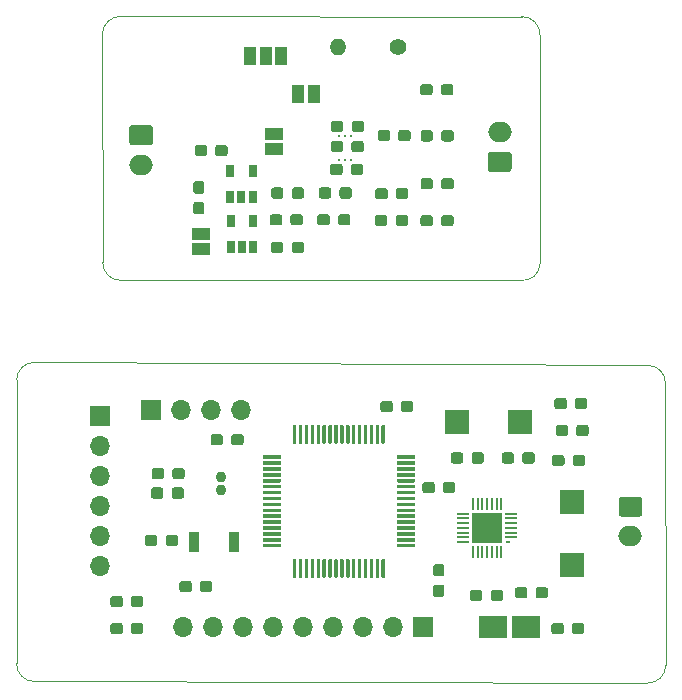
<source format=gbr>
%TF.GenerationSoftware,KiCad,Pcbnew,5.1.5+dfsg1-2build2*%
%TF.CreationDate,2021-04-08T10:41:37-07:00*%
%TF.ProjectId,spl_prototype,73706c5f-7072-46f7-946f-747970652e6b,rev?*%
%TF.SameCoordinates,Original*%
%TF.FileFunction,Soldermask,Top*%
%TF.FilePolarity,Negative*%
%FSLAX46Y46*%
G04 Gerber Fmt 4.6, Leading zero omitted, Abs format (unit mm)*
G04 Created by KiCad (PCBNEW 5.1.5+dfsg1-2build2) date 2021-04-08 10:41:37*
%MOMM*%
%LPD*%
G04 APERTURE LIST*
%TA.AperFunction,Profile*%
%ADD10C,0.050000*%
%TD*%
%ADD11C,0.100000*%
%ADD12O,2.000000X1.700000*%
%ADD13O,1.400000X1.400000*%
%ADD14C,1.400000*%
%ADD15R,0.900000X1.700000*%
%ADD16R,1.500000X1.000000*%
%ADD17R,1.000000X1.500000*%
%ADD18C,0.920000*%
%ADD19R,0.650000X1.060000*%
%ADD20R,1.700000X1.700000*%
%ADD21O,1.700000X1.700000*%
%ADD22R,2.000000X2.000000*%
%ADD23C,0.200000*%
%ADD24R,0.200000X1.000000*%
%ADD25R,0.450000X0.200000*%
%ADD26R,1.000000X0.200000*%
%ADD27R,2.600000X2.600000*%
%ADD28R,2.400000X1.950000*%
G04 APERTURE END LIST*
D10*
X97000000Y-44759201D02*
X96960034Y-25501071D01*
X132420000Y-46300000D02*
X98500649Y-46300000D01*
X134030000Y-25590649D02*
X134027699Y-44839584D01*
X98560000Y-23940799D02*
X132469351Y-23960000D01*
X132468914Y-23957945D02*
G75*
G02X134030000Y-25590649I11087J-1552056D01*
G01*
X134027699Y-44839584D02*
G75*
G02X132420000Y-46300000I-1457700J-10417D01*
G01*
X98500649Y-46300000D02*
G75*
G02X97000000Y-44759201I-10650J1490800D01*
G01*
X96960034Y-25501071D02*
G75*
G02X98560000Y-23940799I1549967J11072D01*
G01*
X89700000Y-78720000D02*
X89709201Y-54740649D01*
X143120000Y-80390000D02*
X91200649Y-80260799D01*
X144640000Y-55030000D02*
X144660799Y-78889351D01*
X91250000Y-53240000D02*
X143140000Y-53490000D01*
X144660799Y-78889351D02*
G75*
G02X143120000Y-80390000I-1490800J-10650D01*
G01*
X91200649Y-80260799D02*
G75*
G02X89700000Y-78720000I-10650J1490800D01*
G01*
X143139351Y-53489201D02*
G75*
G02X144640000Y-55030000I10650J-1490800D01*
G01*
X89709201Y-54740649D02*
G75*
G02X91250000Y-53240000I1490800J10650D01*
G01*
D11*
%TO.C,J8*%
G36*
X142454504Y-64601204D02*
G01*
X142478773Y-64604804D01*
X142502571Y-64610765D01*
X142525671Y-64619030D01*
X142547849Y-64629520D01*
X142568893Y-64642133D01*
X142588598Y-64656747D01*
X142606777Y-64673223D01*
X142623253Y-64691402D01*
X142637867Y-64711107D01*
X142650480Y-64732151D01*
X142660970Y-64754329D01*
X142669235Y-64777429D01*
X142675196Y-64801227D01*
X142678796Y-64825496D01*
X142680000Y-64850000D01*
X142680000Y-66050000D01*
X142678796Y-66074504D01*
X142675196Y-66098773D01*
X142669235Y-66122571D01*
X142660970Y-66145671D01*
X142650480Y-66167849D01*
X142637867Y-66188893D01*
X142623253Y-66208598D01*
X142606777Y-66226777D01*
X142588598Y-66243253D01*
X142568893Y-66257867D01*
X142547849Y-66270480D01*
X142525671Y-66280970D01*
X142502571Y-66289235D01*
X142478773Y-66295196D01*
X142454504Y-66298796D01*
X142430000Y-66300000D01*
X140930000Y-66300000D01*
X140905496Y-66298796D01*
X140881227Y-66295196D01*
X140857429Y-66289235D01*
X140834329Y-66280970D01*
X140812151Y-66270480D01*
X140791107Y-66257867D01*
X140771402Y-66243253D01*
X140753223Y-66226777D01*
X140736747Y-66208598D01*
X140722133Y-66188893D01*
X140709520Y-66167849D01*
X140699030Y-66145671D01*
X140690765Y-66122571D01*
X140684804Y-66098773D01*
X140681204Y-66074504D01*
X140680000Y-66050000D01*
X140680000Y-64850000D01*
X140681204Y-64825496D01*
X140684804Y-64801227D01*
X140690765Y-64777429D01*
X140699030Y-64754329D01*
X140709520Y-64732151D01*
X140722133Y-64711107D01*
X140736747Y-64691402D01*
X140753223Y-64673223D01*
X140771402Y-64656747D01*
X140791107Y-64642133D01*
X140812151Y-64629520D01*
X140834329Y-64619030D01*
X140857429Y-64610765D01*
X140881227Y-64604804D01*
X140905496Y-64601204D01*
X140930000Y-64600000D01*
X142430000Y-64600000D01*
X142454504Y-64601204D01*
G37*
D12*
X141680000Y-67950000D03*
%TD*%
%TO.C,J5*%
X130610000Y-33760000D03*
D11*
G36*
X131384504Y-35411204D02*
G01*
X131408773Y-35414804D01*
X131432571Y-35420765D01*
X131455671Y-35429030D01*
X131477849Y-35439520D01*
X131498893Y-35452133D01*
X131518598Y-35466747D01*
X131536777Y-35483223D01*
X131553253Y-35501402D01*
X131567867Y-35521107D01*
X131580480Y-35542151D01*
X131590970Y-35564329D01*
X131599235Y-35587429D01*
X131605196Y-35611227D01*
X131608796Y-35635496D01*
X131610000Y-35660000D01*
X131610000Y-36860000D01*
X131608796Y-36884504D01*
X131605196Y-36908773D01*
X131599235Y-36932571D01*
X131590970Y-36955671D01*
X131580480Y-36977849D01*
X131567867Y-36998893D01*
X131553253Y-37018598D01*
X131536777Y-37036777D01*
X131518598Y-37053253D01*
X131498893Y-37067867D01*
X131477849Y-37080480D01*
X131455671Y-37090970D01*
X131432571Y-37099235D01*
X131408773Y-37105196D01*
X131384504Y-37108796D01*
X131360000Y-37110000D01*
X129860000Y-37110000D01*
X129835496Y-37108796D01*
X129811227Y-37105196D01*
X129787429Y-37099235D01*
X129764329Y-37090970D01*
X129742151Y-37080480D01*
X129721107Y-37067867D01*
X129701402Y-37053253D01*
X129683223Y-37036777D01*
X129666747Y-37018598D01*
X129652133Y-36998893D01*
X129639520Y-36977849D01*
X129629030Y-36955671D01*
X129620765Y-36932571D01*
X129614804Y-36908773D01*
X129611204Y-36884504D01*
X129610000Y-36860000D01*
X129610000Y-35660000D01*
X129611204Y-35635496D01*
X129614804Y-35611227D01*
X129620765Y-35587429D01*
X129629030Y-35564329D01*
X129639520Y-35542151D01*
X129652133Y-35521107D01*
X129666747Y-35501402D01*
X129683223Y-35483223D01*
X129701402Y-35466747D01*
X129721107Y-35452133D01*
X129742151Y-35439520D01*
X129764329Y-35429030D01*
X129787429Y-35420765D01*
X129811227Y-35414804D01*
X129835496Y-35411204D01*
X129860000Y-35410000D01*
X131360000Y-35410000D01*
X131384504Y-35411204D01*
G37*
%TD*%
%TO.C,U1*%
G36*
X112029611Y-61114901D02*
G01*
X112036892Y-61115981D01*
X112044031Y-61117769D01*
X112050961Y-61120249D01*
X112057615Y-61123396D01*
X112063928Y-61127180D01*
X112069839Y-61131564D01*
X112075293Y-61136507D01*
X112080236Y-61141961D01*
X112084620Y-61147872D01*
X112088404Y-61154185D01*
X112091551Y-61160839D01*
X112094031Y-61167769D01*
X112095819Y-61174908D01*
X112096899Y-61182189D01*
X112097260Y-61189540D01*
X112097260Y-61339540D01*
X112096899Y-61346891D01*
X112095819Y-61354172D01*
X112094031Y-61361311D01*
X112091551Y-61368241D01*
X112088404Y-61374895D01*
X112084620Y-61381208D01*
X112080236Y-61387119D01*
X112075293Y-61392573D01*
X112069839Y-61397516D01*
X112063928Y-61401900D01*
X112057615Y-61405684D01*
X112050961Y-61408831D01*
X112044031Y-61411311D01*
X112036892Y-61413099D01*
X112029611Y-61414179D01*
X112022260Y-61414540D01*
X110622260Y-61414540D01*
X110614909Y-61414179D01*
X110607628Y-61413099D01*
X110600489Y-61411311D01*
X110593559Y-61408831D01*
X110586905Y-61405684D01*
X110580592Y-61401900D01*
X110574681Y-61397516D01*
X110569227Y-61392573D01*
X110564284Y-61387119D01*
X110559900Y-61381208D01*
X110556116Y-61374895D01*
X110552969Y-61368241D01*
X110550489Y-61361311D01*
X110548701Y-61354172D01*
X110547621Y-61346891D01*
X110547260Y-61339540D01*
X110547260Y-61189540D01*
X110547621Y-61182189D01*
X110548701Y-61174908D01*
X110550489Y-61167769D01*
X110552969Y-61160839D01*
X110556116Y-61154185D01*
X110559900Y-61147872D01*
X110564284Y-61141961D01*
X110569227Y-61136507D01*
X110574681Y-61131564D01*
X110580592Y-61127180D01*
X110586905Y-61123396D01*
X110593559Y-61120249D01*
X110600489Y-61117769D01*
X110607628Y-61115981D01*
X110614909Y-61114901D01*
X110622260Y-61114540D01*
X112022260Y-61114540D01*
X112029611Y-61114901D01*
G37*
G36*
X112029611Y-61614901D02*
G01*
X112036892Y-61615981D01*
X112044031Y-61617769D01*
X112050961Y-61620249D01*
X112057615Y-61623396D01*
X112063928Y-61627180D01*
X112069839Y-61631564D01*
X112075293Y-61636507D01*
X112080236Y-61641961D01*
X112084620Y-61647872D01*
X112088404Y-61654185D01*
X112091551Y-61660839D01*
X112094031Y-61667769D01*
X112095819Y-61674908D01*
X112096899Y-61682189D01*
X112097260Y-61689540D01*
X112097260Y-61839540D01*
X112096899Y-61846891D01*
X112095819Y-61854172D01*
X112094031Y-61861311D01*
X112091551Y-61868241D01*
X112088404Y-61874895D01*
X112084620Y-61881208D01*
X112080236Y-61887119D01*
X112075293Y-61892573D01*
X112069839Y-61897516D01*
X112063928Y-61901900D01*
X112057615Y-61905684D01*
X112050961Y-61908831D01*
X112044031Y-61911311D01*
X112036892Y-61913099D01*
X112029611Y-61914179D01*
X112022260Y-61914540D01*
X110622260Y-61914540D01*
X110614909Y-61914179D01*
X110607628Y-61913099D01*
X110600489Y-61911311D01*
X110593559Y-61908831D01*
X110586905Y-61905684D01*
X110580592Y-61901900D01*
X110574681Y-61897516D01*
X110569227Y-61892573D01*
X110564284Y-61887119D01*
X110559900Y-61881208D01*
X110556116Y-61874895D01*
X110552969Y-61868241D01*
X110550489Y-61861311D01*
X110548701Y-61854172D01*
X110547621Y-61846891D01*
X110547260Y-61839540D01*
X110547260Y-61689540D01*
X110547621Y-61682189D01*
X110548701Y-61674908D01*
X110550489Y-61667769D01*
X110552969Y-61660839D01*
X110556116Y-61654185D01*
X110559900Y-61647872D01*
X110564284Y-61641961D01*
X110569227Y-61636507D01*
X110574681Y-61631564D01*
X110580592Y-61627180D01*
X110586905Y-61623396D01*
X110593559Y-61620249D01*
X110600489Y-61617769D01*
X110607628Y-61615981D01*
X110614909Y-61614901D01*
X110622260Y-61614540D01*
X112022260Y-61614540D01*
X112029611Y-61614901D01*
G37*
G36*
X112029611Y-62114901D02*
G01*
X112036892Y-62115981D01*
X112044031Y-62117769D01*
X112050961Y-62120249D01*
X112057615Y-62123396D01*
X112063928Y-62127180D01*
X112069839Y-62131564D01*
X112075293Y-62136507D01*
X112080236Y-62141961D01*
X112084620Y-62147872D01*
X112088404Y-62154185D01*
X112091551Y-62160839D01*
X112094031Y-62167769D01*
X112095819Y-62174908D01*
X112096899Y-62182189D01*
X112097260Y-62189540D01*
X112097260Y-62339540D01*
X112096899Y-62346891D01*
X112095819Y-62354172D01*
X112094031Y-62361311D01*
X112091551Y-62368241D01*
X112088404Y-62374895D01*
X112084620Y-62381208D01*
X112080236Y-62387119D01*
X112075293Y-62392573D01*
X112069839Y-62397516D01*
X112063928Y-62401900D01*
X112057615Y-62405684D01*
X112050961Y-62408831D01*
X112044031Y-62411311D01*
X112036892Y-62413099D01*
X112029611Y-62414179D01*
X112022260Y-62414540D01*
X110622260Y-62414540D01*
X110614909Y-62414179D01*
X110607628Y-62413099D01*
X110600489Y-62411311D01*
X110593559Y-62408831D01*
X110586905Y-62405684D01*
X110580592Y-62401900D01*
X110574681Y-62397516D01*
X110569227Y-62392573D01*
X110564284Y-62387119D01*
X110559900Y-62381208D01*
X110556116Y-62374895D01*
X110552969Y-62368241D01*
X110550489Y-62361311D01*
X110548701Y-62354172D01*
X110547621Y-62346891D01*
X110547260Y-62339540D01*
X110547260Y-62189540D01*
X110547621Y-62182189D01*
X110548701Y-62174908D01*
X110550489Y-62167769D01*
X110552969Y-62160839D01*
X110556116Y-62154185D01*
X110559900Y-62147872D01*
X110564284Y-62141961D01*
X110569227Y-62136507D01*
X110574681Y-62131564D01*
X110580592Y-62127180D01*
X110586905Y-62123396D01*
X110593559Y-62120249D01*
X110600489Y-62117769D01*
X110607628Y-62115981D01*
X110614909Y-62114901D01*
X110622260Y-62114540D01*
X112022260Y-62114540D01*
X112029611Y-62114901D01*
G37*
G36*
X112029611Y-62614901D02*
G01*
X112036892Y-62615981D01*
X112044031Y-62617769D01*
X112050961Y-62620249D01*
X112057615Y-62623396D01*
X112063928Y-62627180D01*
X112069839Y-62631564D01*
X112075293Y-62636507D01*
X112080236Y-62641961D01*
X112084620Y-62647872D01*
X112088404Y-62654185D01*
X112091551Y-62660839D01*
X112094031Y-62667769D01*
X112095819Y-62674908D01*
X112096899Y-62682189D01*
X112097260Y-62689540D01*
X112097260Y-62839540D01*
X112096899Y-62846891D01*
X112095819Y-62854172D01*
X112094031Y-62861311D01*
X112091551Y-62868241D01*
X112088404Y-62874895D01*
X112084620Y-62881208D01*
X112080236Y-62887119D01*
X112075293Y-62892573D01*
X112069839Y-62897516D01*
X112063928Y-62901900D01*
X112057615Y-62905684D01*
X112050961Y-62908831D01*
X112044031Y-62911311D01*
X112036892Y-62913099D01*
X112029611Y-62914179D01*
X112022260Y-62914540D01*
X110622260Y-62914540D01*
X110614909Y-62914179D01*
X110607628Y-62913099D01*
X110600489Y-62911311D01*
X110593559Y-62908831D01*
X110586905Y-62905684D01*
X110580592Y-62901900D01*
X110574681Y-62897516D01*
X110569227Y-62892573D01*
X110564284Y-62887119D01*
X110559900Y-62881208D01*
X110556116Y-62874895D01*
X110552969Y-62868241D01*
X110550489Y-62861311D01*
X110548701Y-62854172D01*
X110547621Y-62846891D01*
X110547260Y-62839540D01*
X110547260Y-62689540D01*
X110547621Y-62682189D01*
X110548701Y-62674908D01*
X110550489Y-62667769D01*
X110552969Y-62660839D01*
X110556116Y-62654185D01*
X110559900Y-62647872D01*
X110564284Y-62641961D01*
X110569227Y-62636507D01*
X110574681Y-62631564D01*
X110580592Y-62627180D01*
X110586905Y-62623396D01*
X110593559Y-62620249D01*
X110600489Y-62617769D01*
X110607628Y-62615981D01*
X110614909Y-62614901D01*
X110622260Y-62614540D01*
X112022260Y-62614540D01*
X112029611Y-62614901D01*
G37*
G36*
X112029611Y-63114901D02*
G01*
X112036892Y-63115981D01*
X112044031Y-63117769D01*
X112050961Y-63120249D01*
X112057615Y-63123396D01*
X112063928Y-63127180D01*
X112069839Y-63131564D01*
X112075293Y-63136507D01*
X112080236Y-63141961D01*
X112084620Y-63147872D01*
X112088404Y-63154185D01*
X112091551Y-63160839D01*
X112094031Y-63167769D01*
X112095819Y-63174908D01*
X112096899Y-63182189D01*
X112097260Y-63189540D01*
X112097260Y-63339540D01*
X112096899Y-63346891D01*
X112095819Y-63354172D01*
X112094031Y-63361311D01*
X112091551Y-63368241D01*
X112088404Y-63374895D01*
X112084620Y-63381208D01*
X112080236Y-63387119D01*
X112075293Y-63392573D01*
X112069839Y-63397516D01*
X112063928Y-63401900D01*
X112057615Y-63405684D01*
X112050961Y-63408831D01*
X112044031Y-63411311D01*
X112036892Y-63413099D01*
X112029611Y-63414179D01*
X112022260Y-63414540D01*
X110622260Y-63414540D01*
X110614909Y-63414179D01*
X110607628Y-63413099D01*
X110600489Y-63411311D01*
X110593559Y-63408831D01*
X110586905Y-63405684D01*
X110580592Y-63401900D01*
X110574681Y-63397516D01*
X110569227Y-63392573D01*
X110564284Y-63387119D01*
X110559900Y-63381208D01*
X110556116Y-63374895D01*
X110552969Y-63368241D01*
X110550489Y-63361311D01*
X110548701Y-63354172D01*
X110547621Y-63346891D01*
X110547260Y-63339540D01*
X110547260Y-63189540D01*
X110547621Y-63182189D01*
X110548701Y-63174908D01*
X110550489Y-63167769D01*
X110552969Y-63160839D01*
X110556116Y-63154185D01*
X110559900Y-63147872D01*
X110564284Y-63141961D01*
X110569227Y-63136507D01*
X110574681Y-63131564D01*
X110580592Y-63127180D01*
X110586905Y-63123396D01*
X110593559Y-63120249D01*
X110600489Y-63117769D01*
X110607628Y-63115981D01*
X110614909Y-63114901D01*
X110622260Y-63114540D01*
X112022260Y-63114540D01*
X112029611Y-63114901D01*
G37*
G36*
X112029611Y-63614901D02*
G01*
X112036892Y-63615981D01*
X112044031Y-63617769D01*
X112050961Y-63620249D01*
X112057615Y-63623396D01*
X112063928Y-63627180D01*
X112069839Y-63631564D01*
X112075293Y-63636507D01*
X112080236Y-63641961D01*
X112084620Y-63647872D01*
X112088404Y-63654185D01*
X112091551Y-63660839D01*
X112094031Y-63667769D01*
X112095819Y-63674908D01*
X112096899Y-63682189D01*
X112097260Y-63689540D01*
X112097260Y-63839540D01*
X112096899Y-63846891D01*
X112095819Y-63854172D01*
X112094031Y-63861311D01*
X112091551Y-63868241D01*
X112088404Y-63874895D01*
X112084620Y-63881208D01*
X112080236Y-63887119D01*
X112075293Y-63892573D01*
X112069839Y-63897516D01*
X112063928Y-63901900D01*
X112057615Y-63905684D01*
X112050961Y-63908831D01*
X112044031Y-63911311D01*
X112036892Y-63913099D01*
X112029611Y-63914179D01*
X112022260Y-63914540D01*
X110622260Y-63914540D01*
X110614909Y-63914179D01*
X110607628Y-63913099D01*
X110600489Y-63911311D01*
X110593559Y-63908831D01*
X110586905Y-63905684D01*
X110580592Y-63901900D01*
X110574681Y-63897516D01*
X110569227Y-63892573D01*
X110564284Y-63887119D01*
X110559900Y-63881208D01*
X110556116Y-63874895D01*
X110552969Y-63868241D01*
X110550489Y-63861311D01*
X110548701Y-63854172D01*
X110547621Y-63846891D01*
X110547260Y-63839540D01*
X110547260Y-63689540D01*
X110547621Y-63682189D01*
X110548701Y-63674908D01*
X110550489Y-63667769D01*
X110552969Y-63660839D01*
X110556116Y-63654185D01*
X110559900Y-63647872D01*
X110564284Y-63641961D01*
X110569227Y-63636507D01*
X110574681Y-63631564D01*
X110580592Y-63627180D01*
X110586905Y-63623396D01*
X110593559Y-63620249D01*
X110600489Y-63617769D01*
X110607628Y-63615981D01*
X110614909Y-63614901D01*
X110622260Y-63614540D01*
X112022260Y-63614540D01*
X112029611Y-63614901D01*
G37*
G36*
X112029611Y-64114901D02*
G01*
X112036892Y-64115981D01*
X112044031Y-64117769D01*
X112050961Y-64120249D01*
X112057615Y-64123396D01*
X112063928Y-64127180D01*
X112069839Y-64131564D01*
X112075293Y-64136507D01*
X112080236Y-64141961D01*
X112084620Y-64147872D01*
X112088404Y-64154185D01*
X112091551Y-64160839D01*
X112094031Y-64167769D01*
X112095819Y-64174908D01*
X112096899Y-64182189D01*
X112097260Y-64189540D01*
X112097260Y-64339540D01*
X112096899Y-64346891D01*
X112095819Y-64354172D01*
X112094031Y-64361311D01*
X112091551Y-64368241D01*
X112088404Y-64374895D01*
X112084620Y-64381208D01*
X112080236Y-64387119D01*
X112075293Y-64392573D01*
X112069839Y-64397516D01*
X112063928Y-64401900D01*
X112057615Y-64405684D01*
X112050961Y-64408831D01*
X112044031Y-64411311D01*
X112036892Y-64413099D01*
X112029611Y-64414179D01*
X112022260Y-64414540D01*
X110622260Y-64414540D01*
X110614909Y-64414179D01*
X110607628Y-64413099D01*
X110600489Y-64411311D01*
X110593559Y-64408831D01*
X110586905Y-64405684D01*
X110580592Y-64401900D01*
X110574681Y-64397516D01*
X110569227Y-64392573D01*
X110564284Y-64387119D01*
X110559900Y-64381208D01*
X110556116Y-64374895D01*
X110552969Y-64368241D01*
X110550489Y-64361311D01*
X110548701Y-64354172D01*
X110547621Y-64346891D01*
X110547260Y-64339540D01*
X110547260Y-64189540D01*
X110547621Y-64182189D01*
X110548701Y-64174908D01*
X110550489Y-64167769D01*
X110552969Y-64160839D01*
X110556116Y-64154185D01*
X110559900Y-64147872D01*
X110564284Y-64141961D01*
X110569227Y-64136507D01*
X110574681Y-64131564D01*
X110580592Y-64127180D01*
X110586905Y-64123396D01*
X110593559Y-64120249D01*
X110600489Y-64117769D01*
X110607628Y-64115981D01*
X110614909Y-64114901D01*
X110622260Y-64114540D01*
X112022260Y-64114540D01*
X112029611Y-64114901D01*
G37*
G36*
X112029611Y-64614901D02*
G01*
X112036892Y-64615981D01*
X112044031Y-64617769D01*
X112050961Y-64620249D01*
X112057615Y-64623396D01*
X112063928Y-64627180D01*
X112069839Y-64631564D01*
X112075293Y-64636507D01*
X112080236Y-64641961D01*
X112084620Y-64647872D01*
X112088404Y-64654185D01*
X112091551Y-64660839D01*
X112094031Y-64667769D01*
X112095819Y-64674908D01*
X112096899Y-64682189D01*
X112097260Y-64689540D01*
X112097260Y-64839540D01*
X112096899Y-64846891D01*
X112095819Y-64854172D01*
X112094031Y-64861311D01*
X112091551Y-64868241D01*
X112088404Y-64874895D01*
X112084620Y-64881208D01*
X112080236Y-64887119D01*
X112075293Y-64892573D01*
X112069839Y-64897516D01*
X112063928Y-64901900D01*
X112057615Y-64905684D01*
X112050961Y-64908831D01*
X112044031Y-64911311D01*
X112036892Y-64913099D01*
X112029611Y-64914179D01*
X112022260Y-64914540D01*
X110622260Y-64914540D01*
X110614909Y-64914179D01*
X110607628Y-64913099D01*
X110600489Y-64911311D01*
X110593559Y-64908831D01*
X110586905Y-64905684D01*
X110580592Y-64901900D01*
X110574681Y-64897516D01*
X110569227Y-64892573D01*
X110564284Y-64887119D01*
X110559900Y-64881208D01*
X110556116Y-64874895D01*
X110552969Y-64868241D01*
X110550489Y-64861311D01*
X110548701Y-64854172D01*
X110547621Y-64846891D01*
X110547260Y-64839540D01*
X110547260Y-64689540D01*
X110547621Y-64682189D01*
X110548701Y-64674908D01*
X110550489Y-64667769D01*
X110552969Y-64660839D01*
X110556116Y-64654185D01*
X110559900Y-64647872D01*
X110564284Y-64641961D01*
X110569227Y-64636507D01*
X110574681Y-64631564D01*
X110580592Y-64627180D01*
X110586905Y-64623396D01*
X110593559Y-64620249D01*
X110600489Y-64617769D01*
X110607628Y-64615981D01*
X110614909Y-64614901D01*
X110622260Y-64614540D01*
X112022260Y-64614540D01*
X112029611Y-64614901D01*
G37*
G36*
X112029611Y-65114901D02*
G01*
X112036892Y-65115981D01*
X112044031Y-65117769D01*
X112050961Y-65120249D01*
X112057615Y-65123396D01*
X112063928Y-65127180D01*
X112069839Y-65131564D01*
X112075293Y-65136507D01*
X112080236Y-65141961D01*
X112084620Y-65147872D01*
X112088404Y-65154185D01*
X112091551Y-65160839D01*
X112094031Y-65167769D01*
X112095819Y-65174908D01*
X112096899Y-65182189D01*
X112097260Y-65189540D01*
X112097260Y-65339540D01*
X112096899Y-65346891D01*
X112095819Y-65354172D01*
X112094031Y-65361311D01*
X112091551Y-65368241D01*
X112088404Y-65374895D01*
X112084620Y-65381208D01*
X112080236Y-65387119D01*
X112075293Y-65392573D01*
X112069839Y-65397516D01*
X112063928Y-65401900D01*
X112057615Y-65405684D01*
X112050961Y-65408831D01*
X112044031Y-65411311D01*
X112036892Y-65413099D01*
X112029611Y-65414179D01*
X112022260Y-65414540D01*
X110622260Y-65414540D01*
X110614909Y-65414179D01*
X110607628Y-65413099D01*
X110600489Y-65411311D01*
X110593559Y-65408831D01*
X110586905Y-65405684D01*
X110580592Y-65401900D01*
X110574681Y-65397516D01*
X110569227Y-65392573D01*
X110564284Y-65387119D01*
X110559900Y-65381208D01*
X110556116Y-65374895D01*
X110552969Y-65368241D01*
X110550489Y-65361311D01*
X110548701Y-65354172D01*
X110547621Y-65346891D01*
X110547260Y-65339540D01*
X110547260Y-65189540D01*
X110547621Y-65182189D01*
X110548701Y-65174908D01*
X110550489Y-65167769D01*
X110552969Y-65160839D01*
X110556116Y-65154185D01*
X110559900Y-65147872D01*
X110564284Y-65141961D01*
X110569227Y-65136507D01*
X110574681Y-65131564D01*
X110580592Y-65127180D01*
X110586905Y-65123396D01*
X110593559Y-65120249D01*
X110600489Y-65117769D01*
X110607628Y-65115981D01*
X110614909Y-65114901D01*
X110622260Y-65114540D01*
X112022260Y-65114540D01*
X112029611Y-65114901D01*
G37*
G36*
X112029611Y-65614901D02*
G01*
X112036892Y-65615981D01*
X112044031Y-65617769D01*
X112050961Y-65620249D01*
X112057615Y-65623396D01*
X112063928Y-65627180D01*
X112069839Y-65631564D01*
X112075293Y-65636507D01*
X112080236Y-65641961D01*
X112084620Y-65647872D01*
X112088404Y-65654185D01*
X112091551Y-65660839D01*
X112094031Y-65667769D01*
X112095819Y-65674908D01*
X112096899Y-65682189D01*
X112097260Y-65689540D01*
X112097260Y-65839540D01*
X112096899Y-65846891D01*
X112095819Y-65854172D01*
X112094031Y-65861311D01*
X112091551Y-65868241D01*
X112088404Y-65874895D01*
X112084620Y-65881208D01*
X112080236Y-65887119D01*
X112075293Y-65892573D01*
X112069839Y-65897516D01*
X112063928Y-65901900D01*
X112057615Y-65905684D01*
X112050961Y-65908831D01*
X112044031Y-65911311D01*
X112036892Y-65913099D01*
X112029611Y-65914179D01*
X112022260Y-65914540D01*
X110622260Y-65914540D01*
X110614909Y-65914179D01*
X110607628Y-65913099D01*
X110600489Y-65911311D01*
X110593559Y-65908831D01*
X110586905Y-65905684D01*
X110580592Y-65901900D01*
X110574681Y-65897516D01*
X110569227Y-65892573D01*
X110564284Y-65887119D01*
X110559900Y-65881208D01*
X110556116Y-65874895D01*
X110552969Y-65868241D01*
X110550489Y-65861311D01*
X110548701Y-65854172D01*
X110547621Y-65846891D01*
X110547260Y-65839540D01*
X110547260Y-65689540D01*
X110547621Y-65682189D01*
X110548701Y-65674908D01*
X110550489Y-65667769D01*
X110552969Y-65660839D01*
X110556116Y-65654185D01*
X110559900Y-65647872D01*
X110564284Y-65641961D01*
X110569227Y-65636507D01*
X110574681Y-65631564D01*
X110580592Y-65627180D01*
X110586905Y-65623396D01*
X110593559Y-65620249D01*
X110600489Y-65617769D01*
X110607628Y-65615981D01*
X110614909Y-65614901D01*
X110622260Y-65614540D01*
X112022260Y-65614540D01*
X112029611Y-65614901D01*
G37*
G36*
X112029611Y-66114901D02*
G01*
X112036892Y-66115981D01*
X112044031Y-66117769D01*
X112050961Y-66120249D01*
X112057615Y-66123396D01*
X112063928Y-66127180D01*
X112069839Y-66131564D01*
X112075293Y-66136507D01*
X112080236Y-66141961D01*
X112084620Y-66147872D01*
X112088404Y-66154185D01*
X112091551Y-66160839D01*
X112094031Y-66167769D01*
X112095819Y-66174908D01*
X112096899Y-66182189D01*
X112097260Y-66189540D01*
X112097260Y-66339540D01*
X112096899Y-66346891D01*
X112095819Y-66354172D01*
X112094031Y-66361311D01*
X112091551Y-66368241D01*
X112088404Y-66374895D01*
X112084620Y-66381208D01*
X112080236Y-66387119D01*
X112075293Y-66392573D01*
X112069839Y-66397516D01*
X112063928Y-66401900D01*
X112057615Y-66405684D01*
X112050961Y-66408831D01*
X112044031Y-66411311D01*
X112036892Y-66413099D01*
X112029611Y-66414179D01*
X112022260Y-66414540D01*
X110622260Y-66414540D01*
X110614909Y-66414179D01*
X110607628Y-66413099D01*
X110600489Y-66411311D01*
X110593559Y-66408831D01*
X110586905Y-66405684D01*
X110580592Y-66401900D01*
X110574681Y-66397516D01*
X110569227Y-66392573D01*
X110564284Y-66387119D01*
X110559900Y-66381208D01*
X110556116Y-66374895D01*
X110552969Y-66368241D01*
X110550489Y-66361311D01*
X110548701Y-66354172D01*
X110547621Y-66346891D01*
X110547260Y-66339540D01*
X110547260Y-66189540D01*
X110547621Y-66182189D01*
X110548701Y-66174908D01*
X110550489Y-66167769D01*
X110552969Y-66160839D01*
X110556116Y-66154185D01*
X110559900Y-66147872D01*
X110564284Y-66141961D01*
X110569227Y-66136507D01*
X110574681Y-66131564D01*
X110580592Y-66127180D01*
X110586905Y-66123396D01*
X110593559Y-66120249D01*
X110600489Y-66117769D01*
X110607628Y-66115981D01*
X110614909Y-66114901D01*
X110622260Y-66114540D01*
X112022260Y-66114540D01*
X112029611Y-66114901D01*
G37*
G36*
X112029611Y-66614901D02*
G01*
X112036892Y-66615981D01*
X112044031Y-66617769D01*
X112050961Y-66620249D01*
X112057615Y-66623396D01*
X112063928Y-66627180D01*
X112069839Y-66631564D01*
X112075293Y-66636507D01*
X112080236Y-66641961D01*
X112084620Y-66647872D01*
X112088404Y-66654185D01*
X112091551Y-66660839D01*
X112094031Y-66667769D01*
X112095819Y-66674908D01*
X112096899Y-66682189D01*
X112097260Y-66689540D01*
X112097260Y-66839540D01*
X112096899Y-66846891D01*
X112095819Y-66854172D01*
X112094031Y-66861311D01*
X112091551Y-66868241D01*
X112088404Y-66874895D01*
X112084620Y-66881208D01*
X112080236Y-66887119D01*
X112075293Y-66892573D01*
X112069839Y-66897516D01*
X112063928Y-66901900D01*
X112057615Y-66905684D01*
X112050961Y-66908831D01*
X112044031Y-66911311D01*
X112036892Y-66913099D01*
X112029611Y-66914179D01*
X112022260Y-66914540D01*
X110622260Y-66914540D01*
X110614909Y-66914179D01*
X110607628Y-66913099D01*
X110600489Y-66911311D01*
X110593559Y-66908831D01*
X110586905Y-66905684D01*
X110580592Y-66901900D01*
X110574681Y-66897516D01*
X110569227Y-66892573D01*
X110564284Y-66887119D01*
X110559900Y-66881208D01*
X110556116Y-66874895D01*
X110552969Y-66868241D01*
X110550489Y-66861311D01*
X110548701Y-66854172D01*
X110547621Y-66846891D01*
X110547260Y-66839540D01*
X110547260Y-66689540D01*
X110547621Y-66682189D01*
X110548701Y-66674908D01*
X110550489Y-66667769D01*
X110552969Y-66660839D01*
X110556116Y-66654185D01*
X110559900Y-66647872D01*
X110564284Y-66641961D01*
X110569227Y-66636507D01*
X110574681Y-66631564D01*
X110580592Y-66627180D01*
X110586905Y-66623396D01*
X110593559Y-66620249D01*
X110600489Y-66617769D01*
X110607628Y-66615981D01*
X110614909Y-66614901D01*
X110622260Y-66614540D01*
X112022260Y-66614540D01*
X112029611Y-66614901D01*
G37*
G36*
X112029611Y-67114901D02*
G01*
X112036892Y-67115981D01*
X112044031Y-67117769D01*
X112050961Y-67120249D01*
X112057615Y-67123396D01*
X112063928Y-67127180D01*
X112069839Y-67131564D01*
X112075293Y-67136507D01*
X112080236Y-67141961D01*
X112084620Y-67147872D01*
X112088404Y-67154185D01*
X112091551Y-67160839D01*
X112094031Y-67167769D01*
X112095819Y-67174908D01*
X112096899Y-67182189D01*
X112097260Y-67189540D01*
X112097260Y-67339540D01*
X112096899Y-67346891D01*
X112095819Y-67354172D01*
X112094031Y-67361311D01*
X112091551Y-67368241D01*
X112088404Y-67374895D01*
X112084620Y-67381208D01*
X112080236Y-67387119D01*
X112075293Y-67392573D01*
X112069839Y-67397516D01*
X112063928Y-67401900D01*
X112057615Y-67405684D01*
X112050961Y-67408831D01*
X112044031Y-67411311D01*
X112036892Y-67413099D01*
X112029611Y-67414179D01*
X112022260Y-67414540D01*
X110622260Y-67414540D01*
X110614909Y-67414179D01*
X110607628Y-67413099D01*
X110600489Y-67411311D01*
X110593559Y-67408831D01*
X110586905Y-67405684D01*
X110580592Y-67401900D01*
X110574681Y-67397516D01*
X110569227Y-67392573D01*
X110564284Y-67387119D01*
X110559900Y-67381208D01*
X110556116Y-67374895D01*
X110552969Y-67368241D01*
X110550489Y-67361311D01*
X110548701Y-67354172D01*
X110547621Y-67346891D01*
X110547260Y-67339540D01*
X110547260Y-67189540D01*
X110547621Y-67182189D01*
X110548701Y-67174908D01*
X110550489Y-67167769D01*
X110552969Y-67160839D01*
X110556116Y-67154185D01*
X110559900Y-67147872D01*
X110564284Y-67141961D01*
X110569227Y-67136507D01*
X110574681Y-67131564D01*
X110580592Y-67127180D01*
X110586905Y-67123396D01*
X110593559Y-67120249D01*
X110600489Y-67117769D01*
X110607628Y-67115981D01*
X110614909Y-67114901D01*
X110622260Y-67114540D01*
X112022260Y-67114540D01*
X112029611Y-67114901D01*
G37*
G36*
X112029611Y-67614901D02*
G01*
X112036892Y-67615981D01*
X112044031Y-67617769D01*
X112050961Y-67620249D01*
X112057615Y-67623396D01*
X112063928Y-67627180D01*
X112069839Y-67631564D01*
X112075293Y-67636507D01*
X112080236Y-67641961D01*
X112084620Y-67647872D01*
X112088404Y-67654185D01*
X112091551Y-67660839D01*
X112094031Y-67667769D01*
X112095819Y-67674908D01*
X112096899Y-67682189D01*
X112097260Y-67689540D01*
X112097260Y-67839540D01*
X112096899Y-67846891D01*
X112095819Y-67854172D01*
X112094031Y-67861311D01*
X112091551Y-67868241D01*
X112088404Y-67874895D01*
X112084620Y-67881208D01*
X112080236Y-67887119D01*
X112075293Y-67892573D01*
X112069839Y-67897516D01*
X112063928Y-67901900D01*
X112057615Y-67905684D01*
X112050961Y-67908831D01*
X112044031Y-67911311D01*
X112036892Y-67913099D01*
X112029611Y-67914179D01*
X112022260Y-67914540D01*
X110622260Y-67914540D01*
X110614909Y-67914179D01*
X110607628Y-67913099D01*
X110600489Y-67911311D01*
X110593559Y-67908831D01*
X110586905Y-67905684D01*
X110580592Y-67901900D01*
X110574681Y-67897516D01*
X110569227Y-67892573D01*
X110564284Y-67887119D01*
X110559900Y-67881208D01*
X110556116Y-67874895D01*
X110552969Y-67868241D01*
X110550489Y-67861311D01*
X110548701Y-67854172D01*
X110547621Y-67846891D01*
X110547260Y-67839540D01*
X110547260Y-67689540D01*
X110547621Y-67682189D01*
X110548701Y-67674908D01*
X110550489Y-67667769D01*
X110552969Y-67660839D01*
X110556116Y-67654185D01*
X110559900Y-67647872D01*
X110564284Y-67641961D01*
X110569227Y-67636507D01*
X110574681Y-67631564D01*
X110580592Y-67627180D01*
X110586905Y-67623396D01*
X110593559Y-67620249D01*
X110600489Y-67617769D01*
X110607628Y-67615981D01*
X110614909Y-67614901D01*
X110622260Y-67614540D01*
X112022260Y-67614540D01*
X112029611Y-67614901D01*
G37*
G36*
X112029611Y-68114901D02*
G01*
X112036892Y-68115981D01*
X112044031Y-68117769D01*
X112050961Y-68120249D01*
X112057615Y-68123396D01*
X112063928Y-68127180D01*
X112069839Y-68131564D01*
X112075293Y-68136507D01*
X112080236Y-68141961D01*
X112084620Y-68147872D01*
X112088404Y-68154185D01*
X112091551Y-68160839D01*
X112094031Y-68167769D01*
X112095819Y-68174908D01*
X112096899Y-68182189D01*
X112097260Y-68189540D01*
X112097260Y-68339540D01*
X112096899Y-68346891D01*
X112095819Y-68354172D01*
X112094031Y-68361311D01*
X112091551Y-68368241D01*
X112088404Y-68374895D01*
X112084620Y-68381208D01*
X112080236Y-68387119D01*
X112075293Y-68392573D01*
X112069839Y-68397516D01*
X112063928Y-68401900D01*
X112057615Y-68405684D01*
X112050961Y-68408831D01*
X112044031Y-68411311D01*
X112036892Y-68413099D01*
X112029611Y-68414179D01*
X112022260Y-68414540D01*
X110622260Y-68414540D01*
X110614909Y-68414179D01*
X110607628Y-68413099D01*
X110600489Y-68411311D01*
X110593559Y-68408831D01*
X110586905Y-68405684D01*
X110580592Y-68401900D01*
X110574681Y-68397516D01*
X110569227Y-68392573D01*
X110564284Y-68387119D01*
X110559900Y-68381208D01*
X110556116Y-68374895D01*
X110552969Y-68368241D01*
X110550489Y-68361311D01*
X110548701Y-68354172D01*
X110547621Y-68346891D01*
X110547260Y-68339540D01*
X110547260Y-68189540D01*
X110547621Y-68182189D01*
X110548701Y-68174908D01*
X110550489Y-68167769D01*
X110552969Y-68160839D01*
X110556116Y-68154185D01*
X110559900Y-68147872D01*
X110564284Y-68141961D01*
X110569227Y-68136507D01*
X110574681Y-68131564D01*
X110580592Y-68127180D01*
X110586905Y-68123396D01*
X110593559Y-68120249D01*
X110600489Y-68117769D01*
X110607628Y-68115981D01*
X110614909Y-68114901D01*
X110622260Y-68114540D01*
X112022260Y-68114540D01*
X112029611Y-68114901D01*
G37*
G36*
X112029611Y-68614901D02*
G01*
X112036892Y-68615981D01*
X112044031Y-68617769D01*
X112050961Y-68620249D01*
X112057615Y-68623396D01*
X112063928Y-68627180D01*
X112069839Y-68631564D01*
X112075293Y-68636507D01*
X112080236Y-68641961D01*
X112084620Y-68647872D01*
X112088404Y-68654185D01*
X112091551Y-68660839D01*
X112094031Y-68667769D01*
X112095819Y-68674908D01*
X112096899Y-68682189D01*
X112097260Y-68689540D01*
X112097260Y-68839540D01*
X112096899Y-68846891D01*
X112095819Y-68854172D01*
X112094031Y-68861311D01*
X112091551Y-68868241D01*
X112088404Y-68874895D01*
X112084620Y-68881208D01*
X112080236Y-68887119D01*
X112075293Y-68892573D01*
X112069839Y-68897516D01*
X112063928Y-68901900D01*
X112057615Y-68905684D01*
X112050961Y-68908831D01*
X112044031Y-68911311D01*
X112036892Y-68913099D01*
X112029611Y-68914179D01*
X112022260Y-68914540D01*
X110622260Y-68914540D01*
X110614909Y-68914179D01*
X110607628Y-68913099D01*
X110600489Y-68911311D01*
X110593559Y-68908831D01*
X110586905Y-68905684D01*
X110580592Y-68901900D01*
X110574681Y-68897516D01*
X110569227Y-68892573D01*
X110564284Y-68887119D01*
X110559900Y-68881208D01*
X110556116Y-68874895D01*
X110552969Y-68868241D01*
X110550489Y-68861311D01*
X110548701Y-68854172D01*
X110547621Y-68846891D01*
X110547260Y-68839540D01*
X110547260Y-68689540D01*
X110547621Y-68682189D01*
X110548701Y-68674908D01*
X110550489Y-68667769D01*
X110552969Y-68660839D01*
X110556116Y-68654185D01*
X110559900Y-68647872D01*
X110564284Y-68641961D01*
X110569227Y-68636507D01*
X110574681Y-68631564D01*
X110580592Y-68627180D01*
X110586905Y-68623396D01*
X110593559Y-68620249D01*
X110600489Y-68617769D01*
X110607628Y-68615981D01*
X110614909Y-68614901D01*
X110622260Y-68614540D01*
X112022260Y-68614540D01*
X112029611Y-68614901D01*
G37*
G36*
X113329611Y-69914901D02*
G01*
X113336892Y-69915981D01*
X113344031Y-69917769D01*
X113350961Y-69920249D01*
X113357615Y-69923396D01*
X113363928Y-69927180D01*
X113369839Y-69931564D01*
X113375293Y-69936507D01*
X113380236Y-69941961D01*
X113384620Y-69947872D01*
X113388404Y-69954185D01*
X113391551Y-69960839D01*
X113394031Y-69967769D01*
X113395819Y-69974908D01*
X113396899Y-69982189D01*
X113397260Y-69989540D01*
X113397260Y-71389540D01*
X113396899Y-71396891D01*
X113395819Y-71404172D01*
X113394031Y-71411311D01*
X113391551Y-71418241D01*
X113388404Y-71424895D01*
X113384620Y-71431208D01*
X113380236Y-71437119D01*
X113375293Y-71442573D01*
X113369839Y-71447516D01*
X113363928Y-71451900D01*
X113357615Y-71455684D01*
X113350961Y-71458831D01*
X113344031Y-71461311D01*
X113336892Y-71463099D01*
X113329611Y-71464179D01*
X113322260Y-71464540D01*
X113172260Y-71464540D01*
X113164909Y-71464179D01*
X113157628Y-71463099D01*
X113150489Y-71461311D01*
X113143559Y-71458831D01*
X113136905Y-71455684D01*
X113130592Y-71451900D01*
X113124681Y-71447516D01*
X113119227Y-71442573D01*
X113114284Y-71437119D01*
X113109900Y-71431208D01*
X113106116Y-71424895D01*
X113102969Y-71418241D01*
X113100489Y-71411311D01*
X113098701Y-71404172D01*
X113097621Y-71396891D01*
X113097260Y-71389540D01*
X113097260Y-69989540D01*
X113097621Y-69982189D01*
X113098701Y-69974908D01*
X113100489Y-69967769D01*
X113102969Y-69960839D01*
X113106116Y-69954185D01*
X113109900Y-69947872D01*
X113114284Y-69941961D01*
X113119227Y-69936507D01*
X113124681Y-69931564D01*
X113130592Y-69927180D01*
X113136905Y-69923396D01*
X113143559Y-69920249D01*
X113150489Y-69917769D01*
X113157628Y-69915981D01*
X113164909Y-69914901D01*
X113172260Y-69914540D01*
X113322260Y-69914540D01*
X113329611Y-69914901D01*
G37*
G36*
X113829611Y-69914901D02*
G01*
X113836892Y-69915981D01*
X113844031Y-69917769D01*
X113850961Y-69920249D01*
X113857615Y-69923396D01*
X113863928Y-69927180D01*
X113869839Y-69931564D01*
X113875293Y-69936507D01*
X113880236Y-69941961D01*
X113884620Y-69947872D01*
X113888404Y-69954185D01*
X113891551Y-69960839D01*
X113894031Y-69967769D01*
X113895819Y-69974908D01*
X113896899Y-69982189D01*
X113897260Y-69989540D01*
X113897260Y-71389540D01*
X113896899Y-71396891D01*
X113895819Y-71404172D01*
X113894031Y-71411311D01*
X113891551Y-71418241D01*
X113888404Y-71424895D01*
X113884620Y-71431208D01*
X113880236Y-71437119D01*
X113875293Y-71442573D01*
X113869839Y-71447516D01*
X113863928Y-71451900D01*
X113857615Y-71455684D01*
X113850961Y-71458831D01*
X113844031Y-71461311D01*
X113836892Y-71463099D01*
X113829611Y-71464179D01*
X113822260Y-71464540D01*
X113672260Y-71464540D01*
X113664909Y-71464179D01*
X113657628Y-71463099D01*
X113650489Y-71461311D01*
X113643559Y-71458831D01*
X113636905Y-71455684D01*
X113630592Y-71451900D01*
X113624681Y-71447516D01*
X113619227Y-71442573D01*
X113614284Y-71437119D01*
X113609900Y-71431208D01*
X113606116Y-71424895D01*
X113602969Y-71418241D01*
X113600489Y-71411311D01*
X113598701Y-71404172D01*
X113597621Y-71396891D01*
X113597260Y-71389540D01*
X113597260Y-69989540D01*
X113597621Y-69982189D01*
X113598701Y-69974908D01*
X113600489Y-69967769D01*
X113602969Y-69960839D01*
X113606116Y-69954185D01*
X113609900Y-69947872D01*
X113614284Y-69941961D01*
X113619227Y-69936507D01*
X113624681Y-69931564D01*
X113630592Y-69927180D01*
X113636905Y-69923396D01*
X113643559Y-69920249D01*
X113650489Y-69917769D01*
X113657628Y-69915981D01*
X113664909Y-69914901D01*
X113672260Y-69914540D01*
X113822260Y-69914540D01*
X113829611Y-69914901D01*
G37*
G36*
X114329611Y-69914901D02*
G01*
X114336892Y-69915981D01*
X114344031Y-69917769D01*
X114350961Y-69920249D01*
X114357615Y-69923396D01*
X114363928Y-69927180D01*
X114369839Y-69931564D01*
X114375293Y-69936507D01*
X114380236Y-69941961D01*
X114384620Y-69947872D01*
X114388404Y-69954185D01*
X114391551Y-69960839D01*
X114394031Y-69967769D01*
X114395819Y-69974908D01*
X114396899Y-69982189D01*
X114397260Y-69989540D01*
X114397260Y-71389540D01*
X114396899Y-71396891D01*
X114395819Y-71404172D01*
X114394031Y-71411311D01*
X114391551Y-71418241D01*
X114388404Y-71424895D01*
X114384620Y-71431208D01*
X114380236Y-71437119D01*
X114375293Y-71442573D01*
X114369839Y-71447516D01*
X114363928Y-71451900D01*
X114357615Y-71455684D01*
X114350961Y-71458831D01*
X114344031Y-71461311D01*
X114336892Y-71463099D01*
X114329611Y-71464179D01*
X114322260Y-71464540D01*
X114172260Y-71464540D01*
X114164909Y-71464179D01*
X114157628Y-71463099D01*
X114150489Y-71461311D01*
X114143559Y-71458831D01*
X114136905Y-71455684D01*
X114130592Y-71451900D01*
X114124681Y-71447516D01*
X114119227Y-71442573D01*
X114114284Y-71437119D01*
X114109900Y-71431208D01*
X114106116Y-71424895D01*
X114102969Y-71418241D01*
X114100489Y-71411311D01*
X114098701Y-71404172D01*
X114097621Y-71396891D01*
X114097260Y-71389540D01*
X114097260Y-69989540D01*
X114097621Y-69982189D01*
X114098701Y-69974908D01*
X114100489Y-69967769D01*
X114102969Y-69960839D01*
X114106116Y-69954185D01*
X114109900Y-69947872D01*
X114114284Y-69941961D01*
X114119227Y-69936507D01*
X114124681Y-69931564D01*
X114130592Y-69927180D01*
X114136905Y-69923396D01*
X114143559Y-69920249D01*
X114150489Y-69917769D01*
X114157628Y-69915981D01*
X114164909Y-69914901D01*
X114172260Y-69914540D01*
X114322260Y-69914540D01*
X114329611Y-69914901D01*
G37*
G36*
X114829611Y-69914901D02*
G01*
X114836892Y-69915981D01*
X114844031Y-69917769D01*
X114850961Y-69920249D01*
X114857615Y-69923396D01*
X114863928Y-69927180D01*
X114869839Y-69931564D01*
X114875293Y-69936507D01*
X114880236Y-69941961D01*
X114884620Y-69947872D01*
X114888404Y-69954185D01*
X114891551Y-69960839D01*
X114894031Y-69967769D01*
X114895819Y-69974908D01*
X114896899Y-69982189D01*
X114897260Y-69989540D01*
X114897260Y-71389540D01*
X114896899Y-71396891D01*
X114895819Y-71404172D01*
X114894031Y-71411311D01*
X114891551Y-71418241D01*
X114888404Y-71424895D01*
X114884620Y-71431208D01*
X114880236Y-71437119D01*
X114875293Y-71442573D01*
X114869839Y-71447516D01*
X114863928Y-71451900D01*
X114857615Y-71455684D01*
X114850961Y-71458831D01*
X114844031Y-71461311D01*
X114836892Y-71463099D01*
X114829611Y-71464179D01*
X114822260Y-71464540D01*
X114672260Y-71464540D01*
X114664909Y-71464179D01*
X114657628Y-71463099D01*
X114650489Y-71461311D01*
X114643559Y-71458831D01*
X114636905Y-71455684D01*
X114630592Y-71451900D01*
X114624681Y-71447516D01*
X114619227Y-71442573D01*
X114614284Y-71437119D01*
X114609900Y-71431208D01*
X114606116Y-71424895D01*
X114602969Y-71418241D01*
X114600489Y-71411311D01*
X114598701Y-71404172D01*
X114597621Y-71396891D01*
X114597260Y-71389540D01*
X114597260Y-69989540D01*
X114597621Y-69982189D01*
X114598701Y-69974908D01*
X114600489Y-69967769D01*
X114602969Y-69960839D01*
X114606116Y-69954185D01*
X114609900Y-69947872D01*
X114614284Y-69941961D01*
X114619227Y-69936507D01*
X114624681Y-69931564D01*
X114630592Y-69927180D01*
X114636905Y-69923396D01*
X114643559Y-69920249D01*
X114650489Y-69917769D01*
X114657628Y-69915981D01*
X114664909Y-69914901D01*
X114672260Y-69914540D01*
X114822260Y-69914540D01*
X114829611Y-69914901D01*
G37*
G36*
X115329611Y-69914901D02*
G01*
X115336892Y-69915981D01*
X115344031Y-69917769D01*
X115350961Y-69920249D01*
X115357615Y-69923396D01*
X115363928Y-69927180D01*
X115369839Y-69931564D01*
X115375293Y-69936507D01*
X115380236Y-69941961D01*
X115384620Y-69947872D01*
X115388404Y-69954185D01*
X115391551Y-69960839D01*
X115394031Y-69967769D01*
X115395819Y-69974908D01*
X115396899Y-69982189D01*
X115397260Y-69989540D01*
X115397260Y-71389540D01*
X115396899Y-71396891D01*
X115395819Y-71404172D01*
X115394031Y-71411311D01*
X115391551Y-71418241D01*
X115388404Y-71424895D01*
X115384620Y-71431208D01*
X115380236Y-71437119D01*
X115375293Y-71442573D01*
X115369839Y-71447516D01*
X115363928Y-71451900D01*
X115357615Y-71455684D01*
X115350961Y-71458831D01*
X115344031Y-71461311D01*
X115336892Y-71463099D01*
X115329611Y-71464179D01*
X115322260Y-71464540D01*
X115172260Y-71464540D01*
X115164909Y-71464179D01*
X115157628Y-71463099D01*
X115150489Y-71461311D01*
X115143559Y-71458831D01*
X115136905Y-71455684D01*
X115130592Y-71451900D01*
X115124681Y-71447516D01*
X115119227Y-71442573D01*
X115114284Y-71437119D01*
X115109900Y-71431208D01*
X115106116Y-71424895D01*
X115102969Y-71418241D01*
X115100489Y-71411311D01*
X115098701Y-71404172D01*
X115097621Y-71396891D01*
X115097260Y-71389540D01*
X115097260Y-69989540D01*
X115097621Y-69982189D01*
X115098701Y-69974908D01*
X115100489Y-69967769D01*
X115102969Y-69960839D01*
X115106116Y-69954185D01*
X115109900Y-69947872D01*
X115114284Y-69941961D01*
X115119227Y-69936507D01*
X115124681Y-69931564D01*
X115130592Y-69927180D01*
X115136905Y-69923396D01*
X115143559Y-69920249D01*
X115150489Y-69917769D01*
X115157628Y-69915981D01*
X115164909Y-69914901D01*
X115172260Y-69914540D01*
X115322260Y-69914540D01*
X115329611Y-69914901D01*
G37*
G36*
X115829611Y-69914901D02*
G01*
X115836892Y-69915981D01*
X115844031Y-69917769D01*
X115850961Y-69920249D01*
X115857615Y-69923396D01*
X115863928Y-69927180D01*
X115869839Y-69931564D01*
X115875293Y-69936507D01*
X115880236Y-69941961D01*
X115884620Y-69947872D01*
X115888404Y-69954185D01*
X115891551Y-69960839D01*
X115894031Y-69967769D01*
X115895819Y-69974908D01*
X115896899Y-69982189D01*
X115897260Y-69989540D01*
X115897260Y-71389540D01*
X115896899Y-71396891D01*
X115895819Y-71404172D01*
X115894031Y-71411311D01*
X115891551Y-71418241D01*
X115888404Y-71424895D01*
X115884620Y-71431208D01*
X115880236Y-71437119D01*
X115875293Y-71442573D01*
X115869839Y-71447516D01*
X115863928Y-71451900D01*
X115857615Y-71455684D01*
X115850961Y-71458831D01*
X115844031Y-71461311D01*
X115836892Y-71463099D01*
X115829611Y-71464179D01*
X115822260Y-71464540D01*
X115672260Y-71464540D01*
X115664909Y-71464179D01*
X115657628Y-71463099D01*
X115650489Y-71461311D01*
X115643559Y-71458831D01*
X115636905Y-71455684D01*
X115630592Y-71451900D01*
X115624681Y-71447516D01*
X115619227Y-71442573D01*
X115614284Y-71437119D01*
X115609900Y-71431208D01*
X115606116Y-71424895D01*
X115602969Y-71418241D01*
X115600489Y-71411311D01*
X115598701Y-71404172D01*
X115597621Y-71396891D01*
X115597260Y-71389540D01*
X115597260Y-69989540D01*
X115597621Y-69982189D01*
X115598701Y-69974908D01*
X115600489Y-69967769D01*
X115602969Y-69960839D01*
X115606116Y-69954185D01*
X115609900Y-69947872D01*
X115614284Y-69941961D01*
X115619227Y-69936507D01*
X115624681Y-69931564D01*
X115630592Y-69927180D01*
X115636905Y-69923396D01*
X115643559Y-69920249D01*
X115650489Y-69917769D01*
X115657628Y-69915981D01*
X115664909Y-69914901D01*
X115672260Y-69914540D01*
X115822260Y-69914540D01*
X115829611Y-69914901D01*
G37*
G36*
X116329611Y-69914901D02*
G01*
X116336892Y-69915981D01*
X116344031Y-69917769D01*
X116350961Y-69920249D01*
X116357615Y-69923396D01*
X116363928Y-69927180D01*
X116369839Y-69931564D01*
X116375293Y-69936507D01*
X116380236Y-69941961D01*
X116384620Y-69947872D01*
X116388404Y-69954185D01*
X116391551Y-69960839D01*
X116394031Y-69967769D01*
X116395819Y-69974908D01*
X116396899Y-69982189D01*
X116397260Y-69989540D01*
X116397260Y-71389540D01*
X116396899Y-71396891D01*
X116395819Y-71404172D01*
X116394031Y-71411311D01*
X116391551Y-71418241D01*
X116388404Y-71424895D01*
X116384620Y-71431208D01*
X116380236Y-71437119D01*
X116375293Y-71442573D01*
X116369839Y-71447516D01*
X116363928Y-71451900D01*
X116357615Y-71455684D01*
X116350961Y-71458831D01*
X116344031Y-71461311D01*
X116336892Y-71463099D01*
X116329611Y-71464179D01*
X116322260Y-71464540D01*
X116172260Y-71464540D01*
X116164909Y-71464179D01*
X116157628Y-71463099D01*
X116150489Y-71461311D01*
X116143559Y-71458831D01*
X116136905Y-71455684D01*
X116130592Y-71451900D01*
X116124681Y-71447516D01*
X116119227Y-71442573D01*
X116114284Y-71437119D01*
X116109900Y-71431208D01*
X116106116Y-71424895D01*
X116102969Y-71418241D01*
X116100489Y-71411311D01*
X116098701Y-71404172D01*
X116097621Y-71396891D01*
X116097260Y-71389540D01*
X116097260Y-69989540D01*
X116097621Y-69982189D01*
X116098701Y-69974908D01*
X116100489Y-69967769D01*
X116102969Y-69960839D01*
X116106116Y-69954185D01*
X116109900Y-69947872D01*
X116114284Y-69941961D01*
X116119227Y-69936507D01*
X116124681Y-69931564D01*
X116130592Y-69927180D01*
X116136905Y-69923396D01*
X116143559Y-69920249D01*
X116150489Y-69917769D01*
X116157628Y-69915981D01*
X116164909Y-69914901D01*
X116172260Y-69914540D01*
X116322260Y-69914540D01*
X116329611Y-69914901D01*
G37*
G36*
X116829611Y-69914901D02*
G01*
X116836892Y-69915981D01*
X116844031Y-69917769D01*
X116850961Y-69920249D01*
X116857615Y-69923396D01*
X116863928Y-69927180D01*
X116869839Y-69931564D01*
X116875293Y-69936507D01*
X116880236Y-69941961D01*
X116884620Y-69947872D01*
X116888404Y-69954185D01*
X116891551Y-69960839D01*
X116894031Y-69967769D01*
X116895819Y-69974908D01*
X116896899Y-69982189D01*
X116897260Y-69989540D01*
X116897260Y-71389540D01*
X116896899Y-71396891D01*
X116895819Y-71404172D01*
X116894031Y-71411311D01*
X116891551Y-71418241D01*
X116888404Y-71424895D01*
X116884620Y-71431208D01*
X116880236Y-71437119D01*
X116875293Y-71442573D01*
X116869839Y-71447516D01*
X116863928Y-71451900D01*
X116857615Y-71455684D01*
X116850961Y-71458831D01*
X116844031Y-71461311D01*
X116836892Y-71463099D01*
X116829611Y-71464179D01*
X116822260Y-71464540D01*
X116672260Y-71464540D01*
X116664909Y-71464179D01*
X116657628Y-71463099D01*
X116650489Y-71461311D01*
X116643559Y-71458831D01*
X116636905Y-71455684D01*
X116630592Y-71451900D01*
X116624681Y-71447516D01*
X116619227Y-71442573D01*
X116614284Y-71437119D01*
X116609900Y-71431208D01*
X116606116Y-71424895D01*
X116602969Y-71418241D01*
X116600489Y-71411311D01*
X116598701Y-71404172D01*
X116597621Y-71396891D01*
X116597260Y-71389540D01*
X116597260Y-69989540D01*
X116597621Y-69982189D01*
X116598701Y-69974908D01*
X116600489Y-69967769D01*
X116602969Y-69960839D01*
X116606116Y-69954185D01*
X116609900Y-69947872D01*
X116614284Y-69941961D01*
X116619227Y-69936507D01*
X116624681Y-69931564D01*
X116630592Y-69927180D01*
X116636905Y-69923396D01*
X116643559Y-69920249D01*
X116650489Y-69917769D01*
X116657628Y-69915981D01*
X116664909Y-69914901D01*
X116672260Y-69914540D01*
X116822260Y-69914540D01*
X116829611Y-69914901D01*
G37*
G36*
X117329611Y-69914901D02*
G01*
X117336892Y-69915981D01*
X117344031Y-69917769D01*
X117350961Y-69920249D01*
X117357615Y-69923396D01*
X117363928Y-69927180D01*
X117369839Y-69931564D01*
X117375293Y-69936507D01*
X117380236Y-69941961D01*
X117384620Y-69947872D01*
X117388404Y-69954185D01*
X117391551Y-69960839D01*
X117394031Y-69967769D01*
X117395819Y-69974908D01*
X117396899Y-69982189D01*
X117397260Y-69989540D01*
X117397260Y-71389540D01*
X117396899Y-71396891D01*
X117395819Y-71404172D01*
X117394031Y-71411311D01*
X117391551Y-71418241D01*
X117388404Y-71424895D01*
X117384620Y-71431208D01*
X117380236Y-71437119D01*
X117375293Y-71442573D01*
X117369839Y-71447516D01*
X117363928Y-71451900D01*
X117357615Y-71455684D01*
X117350961Y-71458831D01*
X117344031Y-71461311D01*
X117336892Y-71463099D01*
X117329611Y-71464179D01*
X117322260Y-71464540D01*
X117172260Y-71464540D01*
X117164909Y-71464179D01*
X117157628Y-71463099D01*
X117150489Y-71461311D01*
X117143559Y-71458831D01*
X117136905Y-71455684D01*
X117130592Y-71451900D01*
X117124681Y-71447516D01*
X117119227Y-71442573D01*
X117114284Y-71437119D01*
X117109900Y-71431208D01*
X117106116Y-71424895D01*
X117102969Y-71418241D01*
X117100489Y-71411311D01*
X117098701Y-71404172D01*
X117097621Y-71396891D01*
X117097260Y-71389540D01*
X117097260Y-69989540D01*
X117097621Y-69982189D01*
X117098701Y-69974908D01*
X117100489Y-69967769D01*
X117102969Y-69960839D01*
X117106116Y-69954185D01*
X117109900Y-69947872D01*
X117114284Y-69941961D01*
X117119227Y-69936507D01*
X117124681Y-69931564D01*
X117130592Y-69927180D01*
X117136905Y-69923396D01*
X117143559Y-69920249D01*
X117150489Y-69917769D01*
X117157628Y-69915981D01*
X117164909Y-69914901D01*
X117172260Y-69914540D01*
X117322260Y-69914540D01*
X117329611Y-69914901D01*
G37*
G36*
X117829611Y-69914901D02*
G01*
X117836892Y-69915981D01*
X117844031Y-69917769D01*
X117850961Y-69920249D01*
X117857615Y-69923396D01*
X117863928Y-69927180D01*
X117869839Y-69931564D01*
X117875293Y-69936507D01*
X117880236Y-69941961D01*
X117884620Y-69947872D01*
X117888404Y-69954185D01*
X117891551Y-69960839D01*
X117894031Y-69967769D01*
X117895819Y-69974908D01*
X117896899Y-69982189D01*
X117897260Y-69989540D01*
X117897260Y-71389540D01*
X117896899Y-71396891D01*
X117895819Y-71404172D01*
X117894031Y-71411311D01*
X117891551Y-71418241D01*
X117888404Y-71424895D01*
X117884620Y-71431208D01*
X117880236Y-71437119D01*
X117875293Y-71442573D01*
X117869839Y-71447516D01*
X117863928Y-71451900D01*
X117857615Y-71455684D01*
X117850961Y-71458831D01*
X117844031Y-71461311D01*
X117836892Y-71463099D01*
X117829611Y-71464179D01*
X117822260Y-71464540D01*
X117672260Y-71464540D01*
X117664909Y-71464179D01*
X117657628Y-71463099D01*
X117650489Y-71461311D01*
X117643559Y-71458831D01*
X117636905Y-71455684D01*
X117630592Y-71451900D01*
X117624681Y-71447516D01*
X117619227Y-71442573D01*
X117614284Y-71437119D01*
X117609900Y-71431208D01*
X117606116Y-71424895D01*
X117602969Y-71418241D01*
X117600489Y-71411311D01*
X117598701Y-71404172D01*
X117597621Y-71396891D01*
X117597260Y-71389540D01*
X117597260Y-69989540D01*
X117597621Y-69982189D01*
X117598701Y-69974908D01*
X117600489Y-69967769D01*
X117602969Y-69960839D01*
X117606116Y-69954185D01*
X117609900Y-69947872D01*
X117614284Y-69941961D01*
X117619227Y-69936507D01*
X117624681Y-69931564D01*
X117630592Y-69927180D01*
X117636905Y-69923396D01*
X117643559Y-69920249D01*
X117650489Y-69917769D01*
X117657628Y-69915981D01*
X117664909Y-69914901D01*
X117672260Y-69914540D01*
X117822260Y-69914540D01*
X117829611Y-69914901D01*
G37*
G36*
X118329611Y-69914901D02*
G01*
X118336892Y-69915981D01*
X118344031Y-69917769D01*
X118350961Y-69920249D01*
X118357615Y-69923396D01*
X118363928Y-69927180D01*
X118369839Y-69931564D01*
X118375293Y-69936507D01*
X118380236Y-69941961D01*
X118384620Y-69947872D01*
X118388404Y-69954185D01*
X118391551Y-69960839D01*
X118394031Y-69967769D01*
X118395819Y-69974908D01*
X118396899Y-69982189D01*
X118397260Y-69989540D01*
X118397260Y-71389540D01*
X118396899Y-71396891D01*
X118395819Y-71404172D01*
X118394031Y-71411311D01*
X118391551Y-71418241D01*
X118388404Y-71424895D01*
X118384620Y-71431208D01*
X118380236Y-71437119D01*
X118375293Y-71442573D01*
X118369839Y-71447516D01*
X118363928Y-71451900D01*
X118357615Y-71455684D01*
X118350961Y-71458831D01*
X118344031Y-71461311D01*
X118336892Y-71463099D01*
X118329611Y-71464179D01*
X118322260Y-71464540D01*
X118172260Y-71464540D01*
X118164909Y-71464179D01*
X118157628Y-71463099D01*
X118150489Y-71461311D01*
X118143559Y-71458831D01*
X118136905Y-71455684D01*
X118130592Y-71451900D01*
X118124681Y-71447516D01*
X118119227Y-71442573D01*
X118114284Y-71437119D01*
X118109900Y-71431208D01*
X118106116Y-71424895D01*
X118102969Y-71418241D01*
X118100489Y-71411311D01*
X118098701Y-71404172D01*
X118097621Y-71396891D01*
X118097260Y-71389540D01*
X118097260Y-69989540D01*
X118097621Y-69982189D01*
X118098701Y-69974908D01*
X118100489Y-69967769D01*
X118102969Y-69960839D01*
X118106116Y-69954185D01*
X118109900Y-69947872D01*
X118114284Y-69941961D01*
X118119227Y-69936507D01*
X118124681Y-69931564D01*
X118130592Y-69927180D01*
X118136905Y-69923396D01*
X118143559Y-69920249D01*
X118150489Y-69917769D01*
X118157628Y-69915981D01*
X118164909Y-69914901D01*
X118172260Y-69914540D01*
X118322260Y-69914540D01*
X118329611Y-69914901D01*
G37*
G36*
X118829611Y-69914901D02*
G01*
X118836892Y-69915981D01*
X118844031Y-69917769D01*
X118850961Y-69920249D01*
X118857615Y-69923396D01*
X118863928Y-69927180D01*
X118869839Y-69931564D01*
X118875293Y-69936507D01*
X118880236Y-69941961D01*
X118884620Y-69947872D01*
X118888404Y-69954185D01*
X118891551Y-69960839D01*
X118894031Y-69967769D01*
X118895819Y-69974908D01*
X118896899Y-69982189D01*
X118897260Y-69989540D01*
X118897260Y-71389540D01*
X118896899Y-71396891D01*
X118895819Y-71404172D01*
X118894031Y-71411311D01*
X118891551Y-71418241D01*
X118888404Y-71424895D01*
X118884620Y-71431208D01*
X118880236Y-71437119D01*
X118875293Y-71442573D01*
X118869839Y-71447516D01*
X118863928Y-71451900D01*
X118857615Y-71455684D01*
X118850961Y-71458831D01*
X118844031Y-71461311D01*
X118836892Y-71463099D01*
X118829611Y-71464179D01*
X118822260Y-71464540D01*
X118672260Y-71464540D01*
X118664909Y-71464179D01*
X118657628Y-71463099D01*
X118650489Y-71461311D01*
X118643559Y-71458831D01*
X118636905Y-71455684D01*
X118630592Y-71451900D01*
X118624681Y-71447516D01*
X118619227Y-71442573D01*
X118614284Y-71437119D01*
X118609900Y-71431208D01*
X118606116Y-71424895D01*
X118602969Y-71418241D01*
X118600489Y-71411311D01*
X118598701Y-71404172D01*
X118597621Y-71396891D01*
X118597260Y-71389540D01*
X118597260Y-69989540D01*
X118597621Y-69982189D01*
X118598701Y-69974908D01*
X118600489Y-69967769D01*
X118602969Y-69960839D01*
X118606116Y-69954185D01*
X118609900Y-69947872D01*
X118614284Y-69941961D01*
X118619227Y-69936507D01*
X118624681Y-69931564D01*
X118630592Y-69927180D01*
X118636905Y-69923396D01*
X118643559Y-69920249D01*
X118650489Y-69917769D01*
X118657628Y-69915981D01*
X118664909Y-69914901D01*
X118672260Y-69914540D01*
X118822260Y-69914540D01*
X118829611Y-69914901D01*
G37*
G36*
X119329611Y-69914901D02*
G01*
X119336892Y-69915981D01*
X119344031Y-69917769D01*
X119350961Y-69920249D01*
X119357615Y-69923396D01*
X119363928Y-69927180D01*
X119369839Y-69931564D01*
X119375293Y-69936507D01*
X119380236Y-69941961D01*
X119384620Y-69947872D01*
X119388404Y-69954185D01*
X119391551Y-69960839D01*
X119394031Y-69967769D01*
X119395819Y-69974908D01*
X119396899Y-69982189D01*
X119397260Y-69989540D01*
X119397260Y-71389540D01*
X119396899Y-71396891D01*
X119395819Y-71404172D01*
X119394031Y-71411311D01*
X119391551Y-71418241D01*
X119388404Y-71424895D01*
X119384620Y-71431208D01*
X119380236Y-71437119D01*
X119375293Y-71442573D01*
X119369839Y-71447516D01*
X119363928Y-71451900D01*
X119357615Y-71455684D01*
X119350961Y-71458831D01*
X119344031Y-71461311D01*
X119336892Y-71463099D01*
X119329611Y-71464179D01*
X119322260Y-71464540D01*
X119172260Y-71464540D01*
X119164909Y-71464179D01*
X119157628Y-71463099D01*
X119150489Y-71461311D01*
X119143559Y-71458831D01*
X119136905Y-71455684D01*
X119130592Y-71451900D01*
X119124681Y-71447516D01*
X119119227Y-71442573D01*
X119114284Y-71437119D01*
X119109900Y-71431208D01*
X119106116Y-71424895D01*
X119102969Y-71418241D01*
X119100489Y-71411311D01*
X119098701Y-71404172D01*
X119097621Y-71396891D01*
X119097260Y-71389540D01*
X119097260Y-69989540D01*
X119097621Y-69982189D01*
X119098701Y-69974908D01*
X119100489Y-69967769D01*
X119102969Y-69960839D01*
X119106116Y-69954185D01*
X119109900Y-69947872D01*
X119114284Y-69941961D01*
X119119227Y-69936507D01*
X119124681Y-69931564D01*
X119130592Y-69927180D01*
X119136905Y-69923396D01*
X119143559Y-69920249D01*
X119150489Y-69917769D01*
X119157628Y-69915981D01*
X119164909Y-69914901D01*
X119172260Y-69914540D01*
X119322260Y-69914540D01*
X119329611Y-69914901D01*
G37*
G36*
X119829611Y-69914901D02*
G01*
X119836892Y-69915981D01*
X119844031Y-69917769D01*
X119850961Y-69920249D01*
X119857615Y-69923396D01*
X119863928Y-69927180D01*
X119869839Y-69931564D01*
X119875293Y-69936507D01*
X119880236Y-69941961D01*
X119884620Y-69947872D01*
X119888404Y-69954185D01*
X119891551Y-69960839D01*
X119894031Y-69967769D01*
X119895819Y-69974908D01*
X119896899Y-69982189D01*
X119897260Y-69989540D01*
X119897260Y-71389540D01*
X119896899Y-71396891D01*
X119895819Y-71404172D01*
X119894031Y-71411311D01*
X119891551Y-71418241D01*
X119888404Y-71424895D01*
X119884620Y-71431208D01*
X119880236Y-71437119D01*
X119875293Y-71442573D01*
X119869839Y-71447516D01*
X119863928Y-71451900D01*
X119857615Y-71455684D01*
X119850961Y-71458831D01*
X119844031Y-71461311D01*
X119836892Y-71463099D01*
X119829611Y-71464179D01*
X119822260Y-71464540D01*
X119672260Y-71464540D01*
X119664909Y-71464179D01*
X119657628Y-71463099D01*
X119650489Y-71461311D01*
X119643559Y-71458831D01*
X119636905Y-71455684D01*
X119630592Y-71451900D01*
X119624681Y-71447516D01*
X119619227Y-71442573D01*
X119614284Y-71437119D01*
X119609900Y-71431208D01*
X119606116Y-71424895D01*
X119602969Y-71418241D01*
X119600489Y-71411311D01*
X119598701Y-71404172D01*
X119597621Y-71396891D01*
X119597260Y-71389540D01*
X119597260Y-69989540D01*
X119597621Y-69982189D01*
X119598701Y-69974908D01*
X119600489Y-69967769D01*
X119602969Y-69960839D01*
X119606116Y-69954185D01*
X119609900Y-69947872D01*
X119614284Y-69941961D01*
X119619227Y-69936507D01*
X119624681Y-69931564D01*
X119630592Y-69927180D01*
X119636905Y-69923396D01*
X119643559Y-69920249D01*
X119650489Y-69917769D01*
X119657628Y-69915981D01*
X119664909Y-69914901D01*
X119672260Y-69914540D01*
X119822260Y-69914540D01*
X119829611Y-69914901D01*
G37*
G36*
X120329611Y-69914901D02*
G01*
X120336892Y-69915981D01*
X120344031Y-69917769D01*
X120350961Y-69920249D01*
X120357615Y-69923396D01*
X120363928Y-69927180D01*
X120369839Y-69931564D01*
X120375293Y-69936507D01*
X120380236Y-69941961D01*
X120384620Y-69947872D01*
X120388404Y-69954185D01*
X120391551Y-69960839D01*
X120394031Y-69967769D01*
X120395819Y-69974908D01*
X120396899Y-69982189D01*
X120397260Y-69989540D01*
X120397260Y-71389540D01*
X120396899Y-71396891D01*
X120395819Y-71404172D01*
X120394031Y-71411311D01*
X120391551Y-71418241D01*
X120388404Y-71424895D01*
X120384620Y-71431208D01*
X120380236Y-71437119D01*
X120375293Y-71442573D01*
X120369839Y-71447516D01*
X120363928Y-71451900D01*
X120357615Y-71455684D01*
X120350961Y-71458831D01*
X120344031Y-71461311D01*
X120336892Y-71463099D01*
X120329611Y-71464179D01*
X120322260Y-71464540D01*
X120172260Y-71464540D01*
X120164909Y-71464179D01*
X120157628Y-71463099D01*
X120150489Y-71461311D01*
X120143559Y-71458831D01*
X120136905Y-71455684D01*
X120130592Y-71451900D01*
X120124681Y-71447516D01*
X120119227Y-71442573D01*
X120114284Y-71437119D01*
X120109900Y-71431208D01*
X120106116Y-71424895D01*
X120102969Y-71418241D01*
X120100489Y-71411311D01*
X120098701Y-71404172D01*
X120097621Y-71396891D01*
X120097260Y-71389540D01*
X120097260Y-69989540D01*
X120097621Y-69982189D01*
X120098701Y-69974908D01*
X120100489Y-69967769D01*
X120102969Y-69960839D01*
X120106116Y-69954185D01*
X120109900Y-69947872D01*
X120114284Y-69941961D01*
X120119227Y-69936507D01*
X120124681Y-69931564D01*
X120130592Y-69927180D01*
X120136905Y-69923396D01*
X120143559Y-69920249D01*
X120150489Y-69917769D01*
X120157628Y-69915981D01*
X120164909Y-69914901D01*
X120172260Y-69914540D01*
X120322260Y-69914540D01*
X120329611Y-69914901D01*
G37*
G36*
X120829611Y-69914901D02*
G01*
X120836892Y-69915981D01*
X120844031Y-69917769D01*
X120850961Y-69920249D01*
X120857615Y-69923396D01*
X120863928Y-69927180D01*
X120869839Y-69931564D01*
X120875293Y-69936507D01*
X120880236Y-69941961D01*
X120884620Y-69947872D01*
X120888404Y-69954185D01*
X120891551Y-69960839D01*
X120894031Y-69967769D01*
X120895819Y-69974908D01*
X120896899Y-69982189D01*
X120897260Y-69989540D01*
X120897260Y-71389540D01*
X120896899Y-71396891D01*
X120895819Y-71404172D01*
X120894031Y-71411311D01*
X120891551Y-71418241D01*
X120888404Y-71424895D01*
X120884620Y-71431208D01*
X120880236Y-71437119D01*
X120875293Y-71442573D01*
X120869839Y-71447516D01*
X120863928Y-71451900D01*
X120857615Y-71455684D01*
X120850961Y-71458831D01*
X120844031Y-71461311D01*
X120836892Y-71463099D01*
X120829611Y-71464179D01*
X120822260Y-71464540D01*
X120672260Y-71464540D01*
X120664909Y-71464179D01*
X120657628Y-71463099D01*
X120650489Y-71461311D01*
X120643559Y-71458831D01*
X120636905Y-71455684D01*
X120630592Y-71451900D01*
X120624681Y-71447516D01*
X120619227Y-71442573D01*
X120614284Y-71437119D01*
X120609900Y-71431208D01*
X120606116Y-71424895D01*
X120602969Y-71418241D01*
X120600489Y-71411311D01*
X120598701Y-71404172D01*
X120597621Y-71396891D01*
X120597260Y-71389540D01*
X120597260Y-69989540D01*
X120597621Y-69982189D01*
X120598701Y-69974908D01*
X120600489Y-69967769D01*
X120602969Y-69960839D01*
X120606116Y-69954185D01*
X120609900Y-69947872D01*
X120614284Y-69941961D01*
X120619227Y-69936507D01*
X120624681Y-69931564D01*
X120630592Y-69927180D01*
X120636905Y-69923396D01*
X120643559Y-69920249D01*
X120650489Y-69917769D01*
X120657628Y-69915981D01*
X120664909Y-69914901D01*
X120672260Y-69914540D01*
X120822260Y-69914540D01*
X120829611Y-69914901D01*
G37*
G36*
X123379611Y-68614901D02*
G01*
X123386892Y-68615981D01*
X123394031Y-68617769D01*
X123400961Y-68620249D01*
X123407615Y-68623396D01*
X123413928Y-68627180D01*
X123419839Y-68631564D01*
X123425293Y-68636507D01*
X123430236Y-68641961D01*
X123434620Y-68647872D01*
X123438404Y-68654185D01*
X123441551Y-68660839D01*
X123444031Y-68667769D01*
X123445819Y-68674908D01*
X123446899Y-68682189D01*
X123447260Y-68689540D01*
X123447260Y-68839540D01*
X123446899Y-68846891D01*
X123445819Y-68854172D01*
X123444031Y-68861311D01*
X123441551Y-68868241D01*
X123438404Y-68874895D01*
X123434620Y-68881208D01*
X123430236Y-68887119D01*
X123425293Y-68892573D01*
X123419839Y-68897516D01*
X123413928Y-68901900D01*
X123407615Y-68905684D01*
X123400961Y-68908831D01*
X123394031Y-68911311D01*
X123386892Y-68913099D01*
X123379611Y-68914179D01*
X123372260Y-68914540D01*
X121972260Y-68914540D01*
X121964909Y-68914179D01*
X121957628Y-68913099D01*
X121950489Y-68911311D01*
X121943559Y-68908831D01*
X121936905Y-68905684D01*
X121930592Y-68901900D01*
X121924681Y-68897516D01*
X121919227Y-68892573D01*
X121914284Y-68887119D01*
X121909900Y-68881208D01*
X121906116Y-68874895D01*
X121902969Y-68868241D01*
X121900489Y-68861311D01*
X121898701Y-68854172D01*
X121897621Y-68846891D01*
X121897260Y-68839540D01*
X121897260Y-68689540D01*
X121897621Y-68682189D01*
X121898701Y-68674908D01*
X121900489Y-68667769D01*
X121902969Y-68660839D01*
X121906116Y-68654185D01*
X121909900Y-68647872D01*
X121914284Y-68641961D01*
X121919227Y-68636507D01*
X121924681Y-68631564D01*
X121930592Y-68627180D01*
X121936905Y-68623396D01*
X121943559Y-68620249D01*
X121950489Y-68617769D01*
X121957628Y-68615981D01*
X121964909Y-68614901D01*
X121972260Y-68614540D01*
X123372260Y-68614540D01*
X123379611Y-68614901D01*
G37*
G36*
X123379611Y-68114901D02*
G01*
X123386892Y-68115981D01*
X123394031Y-68117769D01*
X123400961Y-68120249D01*
X123407615Y-68123396D01*
X123413928Y-68127180D01*
X123419839Y-68131564D01*
X123425293Y-68136507D01*
X123430236Y-68141961D01*
X123434620Y-68147872D01*
X123438404Y-68154185D01*
X123441551Y-68160839D01*
X123444031Y-68167769D01*
X123445819Y-68174908D01*
X123446899Y-68182189D01*
X123447260Y-68189540D01*
X123447260Y-68339540D01*
X123446899Y-68346891D01*
X123445819Y-68354172D01*
X123444031Y-68361311D01*
X123441551Y-68368241D01*
X123438404Y-68374895D01*
X123434620Y-68381208D01*
X123430236Y-68387119D01*
X123425293Y-68392573D01*
X123419839Y-68397516D01*
X123413928Y-68401900D01*
X123407615Y-68405684D01*
X123400961Y-68408831D01*
X123394031Y-68411311D01*
X123386892Y-68413099D01*
X123379611Y-68414179D01*
X123372260Y-68414540D01*
X121972260Y-68414540D01*
X121964909Y-68414179D01*
X121957628Y-68413099D01*
X121950489Y-68411311D01*
X121943559Y-68408831D01*
X121936905Y-68405684D01*
X121930592Y-68401900D01*
X121924681Y-68397516D01*
X121919227Y-68392573D01*
X121914284Y-68387119D01*
X121909900Y-68381208D01*
X121906116Y-68374895D01*
X121902969Y-68368241D01*
X121900489Y-68361311D01*
X121898701Y-68354172D01*
X121897621Y-68346891D01*
X121897260Y-68339540D01*
X121897260Y-68189540D01*
X121897621Y-68182189D01*
X121898701Y-68174908D01*
X121900489Y-68167769D01*
X121902969Y-68160839D01*
X121906116Y-68154185D01*
X121909900Y-68147872D01*
X121914284Y-68141961D01*
X121919227Y-68136507D01*
X121924681Y-68131564D01*
X121930592Y-68127180D01*
X121936905Y-68123396D01*
X121943559Y-68120249D01*
X121950489Y-68117769D01*
X121957628Y-68115981D01*
X121964909Y-68114901D01*
X121972260Y-68114540D01*
X123372260Y-68114540D01*
X123379611Y-68114901D01*
G37*
G36*
X123379611Y-67614901D02*
G01*
X123386892Y-67615981D01*
X123394031Y-67617769D01*
X123400961Y-67620249D01*
X123407615Y-67623396D01*
X123413928Y-67627180D01*
X123419839Y-67631564D01*
X123425293Y-67636507D01*
X123430236Y-67641961D01*
X123434620Y-67647872D01*
X123438404Y-67654185D01*
X123441551Y-67660839D01*
X123444031Y-67667769D01*
X123445819Y-67674908D01*
X123446899Y-67682189D01*
X123447260Y-67689540D01*
X123447260Y-67839540D01*
X123446899Y-67846891D01*
X123445819Y-67854172D01*
X123444031Y-67861311D01*
X123441551Y-67868241D01*
X123438404Y-67874895D01*
X123434620Y-67881208D01*
X123430236Y-67887119D01*
X123425293Y-67892573D01*
X123419839Y-67897516D01*
X123413928Y-67901900D01*
X123407615Y-67905684D01*
X123400961Y-67908831D01*
X123394031Y-67911311D01*
X123386892Y-67913099D01*
X123379611Y-67914179D01*
X123372260Y-67914540D01*
X121972260Y-67914540D01*
X121964909Y-67914179D01*
X121957628Y-67913099D01*
X121950489Y-67911311D01*
X121943559Y-67908831D01*
X121936905Y-67905684D01*
X121930592Y-67901900D01*
X121924681Y-67897516D01*
X121919227Y-67892573D01*
X121914284Y-67887119D01*
X121909900Y-67881208D01*
X121906116Y-67874895D01*
X121902969Y-67868241D01*
X121900489Y-67861311D01*
X121898701Y-67854172D01*
X121897621Y-67846891D01*
X121897260Y-67839540D01*
X121897260Y-67689540D01*
X121897621Y-67682189D01*
X121898701Y-67674908D01*
X121900489Y-67667769D01*
X121902969Y-67660839D01*
X121906116Y-67654185D01*
X121909900Y-67647872D01*
X121914284Y-67641961D01*
X121919227Y-67636507D01*
X121924681Y-67631564D01*
X121930592Y-67627180D01*
X121936905Y-67623396D01*
X121943559Y-67620249D01*
X121950489Y-67617769D01*
X121957628Y-67615981D01*
X121964909Y-67614901D01*
X121972260Y-67614540D01*
X123372260Y-67614540D01*
X123379611Y-67614901D01*
G37*
G36*
X123379611Y-67114901D02*
G01*
X123386892Y-67115981D01*
X123394031Y-67117769D01*
X123400961Y-67120249D01*
X123407615Y-67123396D01*
X123413928Y-67127180D01*
X123419839Y-67131564D01*
X123425293Y-67136507D01*
X123430236Y-67141961D01*
X123434620Y-67147872D01*
X123438404Y-67154185D01*
X123441551Y-67160839D01*
X123444031Y-67167769D01*
X123445819Y-67174908D01*
X123446899Y-67182189D01*
X123447260Y-67189540D01*
X123447260Y-67339540D01*
X123446899Y-67346891D01*
X123445819Y-67354172D01*
X123444031Y-67361311D01*
X123441551Y-67368241D01*
X123438404Y-67374895D01*
X123434620Y-67381208D01*
X123430236Y-67387119D01*
X123425293Y-67392573D01*
X123419839Y-67397516D01*
X123413928Y-67401900D01*
X123407615Y-67405684D01*
X123400961Y-67408831D01*
X123394031Y-67411311D01*
X123386892Y-67413099D01*
X123379611Y-67414179D01*
X123372260Y-67414540D01*
X121972260Y-67414540D01*
X121964909Y-67414179D01*
X121957628Y-67413099D01*
X121950489Y-67411311D01*
X121943559Y-67408831D01*
X121936905Y-67405684D01*
X121930592Y-67401900D01*
X121924681Y-67397516D01*
X121919227Y-67392573D01*
X121914284Y-67387119D01*
X121909900Y-67381208D01*
X121906116Y-67374895D01*
X121902969Y-67368241D01*
X121900489Y-67361311D01*
X121898701Y-67354172D01*
X121897621Y-67346891D01*
X121897260Y-67339540D01*
X121897260Y-67189540D01*
X121897621Y-67182189D01*
X121898701Y-67174908D01*
X121900489Y-67167769D01*
X121902969Y-67160839D01*
X121906116Y-67154185D01*
X121909900Y-67147872D01*
X121914284Y-67141961D01*
X121919227Y-67136507D01*
X121924681Y-67131564D01*
X121930592Y-67127180D01*
X121936905Y-67123396D01*
X121943559Y-67120249D01*
X121950489Y-67117769D01*
X121957628Y-67115981D01*
X121964909Y-67114901D01*
X121972260Y-67114540D01*
X123372260Y-67114540D01*
X123379611Y-67114901D01*
G37*
G36*
X123379611Y-66614901D02*
G01*
X123386892Y-66615981D01*
X123394031Y-66617769D01*
X123400961Y-66620249D01*
X123407615Y-66623396D01*
X123413928Y-66627180D01*
X123419839Y-66631564D01*
X123425293Y-66636507D01*
X123430236Y-66641961D01*
X123434620Y-66647872D01*
X123438404Y-66654185D01*
X123441551Y-66660839D01*
X123444031Y-66667769D01*
X123445819Y-66674908D01*
X123446899Y-66682189D01*
X123447260Y-66689540D01*
X123447260Y-66839540D01*
X123446899Y-66846891D01*
X123445819Y-66854172D01*
X123444031Y-66861311D01*
X123441551Y-66868241D01*
X123438404Y-66874895D01*
X123434620Y-66881208D01*
X123430236Y-66887119D01*
X123425293Y-66892573D01*
X123419839Y-66897516D01*
X123413928Y-66901900D01*
X123407615Y-66905684D01*
X123400961Y-66908831D01*
X123394031Y-66911311D01*
X123386892Y-66913099D01*
X123379611Y-66914179D01*
X123372260Y-66914540D01*
X121972260Y-66914540D01*
X121964909Y-66914179D01*
X121957628Y-66913099D01*
X121950489Y-66911311D01*
X121943559Y-66908831D01*
X121936905Y-66905684D01*
X121930592Y-66901900D01*
X121924681Y-66897516D01*
X121919227Y-66892573D01*
X121914284Y-66887119D01*
X121909900Y-66881208D01*
X121906116Y-66874895D01*
X121902969Y-66868241D01*
X121900489Y-66861311D01*
X121898701Y-66854172D01*
X121897621Y-66846891D01*
X121897260Y-66839540D01*
X121897260Y-66689540D01*
X121897621Y-66682189D01*
X121898701Y-66674908D01*
X121900489Y-66667769D01*
X121902969Y-66660839D01*
X121906116Y-66654185D01*
X121909900Y-66647872D01*
X121914284Y-66641961D01*
X121919227Y-66636507D01*
X121924681Y-66631564D01*
X121930592Y-66627180D01*
X121936905Y-66623396D01*
X121943559Y-66620249D01*
X121950489Y-66617769D01*
X121957628Y-66615981D01*
X121964909Y-66614901D01*
X121972260Y-66614540D01*
X123372260Y-66614540D01*
X123379611Y-66614901D01*
G37*
G36*
X123379611Y-66114901D02*
G01*
X123386892Y-66115981D01*
X123394031Y-66117769D01*
X123400961Y-66120249D01*
X123407615Y-66123396D01*
X123413928Y-66127180D01*
X123419839Y-66131564D01*
X123425293Y-66136507D01*
X123430236Y-66141961D01*
X123434620Y-66147872D01*
X123438404Y-66154185D01*
X123441551Y-66160839D01*
X123444031Y-66167769D01*
X123445819Y-66174908D01*
X123446899Y-66182189D01*
X123447260Y-66189540D01*
X123447260Y-66339540D01*
X123446899Y-66346891D01*
X123445819Y-66354172D01*
X123444031Y-66361311D01*
X123441551Y-66368241D01*
X123438404Y-66374895D01*
X123434620Y-66381208D01*
X123430236Y-66387119D01*
X123425293Y-66392573D01*
X123419839Y-66397516D01*
X123413928Y-66401900D01*
X123407615Y-66405684D01*
X123400961Y-66408831D01*
X123394031Y-66411311D01*
X123386892Y-66413099D01*
X123379611Y-66414179D01*
X123372260Y-66414540D01*
X121972260Y-66414540D01*
X121964909Y-66414179D01*
X121957628Y-66413099D01*
X121950489Y-66411311D01*
X121943559Y-66408831D01*
X121936905Y-66405684D01*
X121930592Y-66401900D01*
X121924681Y-66397516D01*
X121919227Y-66392573D01*
X121914284Y-66387119D01*
X121909900Y-66381208D01*
X121906116Y-66374895D01*
X121902969Y-66368241D01*
X121900489Y-66361311D01*
X121898701Y-66354172D01*
X121897621Y-66346891D01*
X121897260Y-66339540D01*
X121897260Y-66189540D01*
X121897621Y-66182189D01*
X121898701Y-66174908D01*
X121900489Y-66167769D01*
X121902969Y-66160839D01*
X121906116Y-66154185D01*
X121909900Y-66147872D01*
X121914284Y-66141961D01*
X121919227Y-66136507D01*
X121924681Y-66131564D01*
X121930592Y-66127180D01*
X121936905Y-66123396D01*
X121943559Y-66120249D01*
X121950489Y-66117769D01*
X121957628Y-66115981D01*
X121964909Y-66114901D01*
X121972260Y-66114540D01*
X123372260Y-66114540D01*
X123379611Y-66114901D01*
G37*
G36*
X123379611Y-65614901D02*
G01*
X123386892Y-65615981D01*
X123394031Y-65617769D01*
X123400961Y-65620249D01*
X123407615Y-65623396D01*
X123413928Y-65627180D01*
X123419839Y-65631564D01*
X123425293Y-65636507D01*
X123430236Y-65641961D01*
X123434620Y-65647872D01*
X123438404Y-65654185D01*
X123441551Y-65660839D01*
X123444031Y-65667769D01*
X123445819Y-65674908D01*
X123446899Y-65682189D01*
X123447260Y-65689540D01*
X123447260Y-65839540D01*
X123446899Y-65846891D01*
X123445819Y-65854172D01*
X123444031Y-65861311D01*
X123441551Y-65868241D01*
X123438404Y-65874895D01*
X123434620Y-65881208D01*
X123430236Y-65887119D01*
X123425293Y-65892573D01*
X123419839Y-65897516D01*
X123413928Y-65901900D01*
X123407615Y-65905684D01*
X123400961Y-65908831D01*
X123394031Y-65911311D01*
X123386892Y-65913099D01*
X123379611Y-65914179D01*
X123372260Y-65914540D01*
X121972260Y-65914540D01*
X121964909Y-65914179D01*
X121957628Y-65913099D01*
X121950489Y-65911311D01*
X121943559Y-65908831D01*
X121936905Y-65905684D01*
X121930592Y-65901900D01*
X121924681Y-65897516D01*
X121919227Y-65892573D01*
X121914284Y-65887119D01*
X121909900Y-65881208D01*
X121906116Y-65874895D01*
X121902969Y-65868241D01*
X121900489Y-65861311D01*
X121898701Y-65854172D01*
X121897621Y-65846891D01*
X121897260Y-65839540D01*
X121897260Y-65689540D01*
X121897621Y-65682189D01*
X121898701Y-65674908D01*
X121900489Y-65667769D01*
X121902969Y-65660839D01*
X121906116Y-65654185D01*
X121909900Y-65647872D01*
X121914284Y-65641961D01*
X121919227Y-65636507D01*
X121924681Y-65631564D01*
X121930592Y-65627180D01*
X121936905Y-65623396D01*
X121943559Y-65620249D01*
X121950489Y-65617769D01*
X121957628Y-65615981D01*
X121964909Y-65614901D01*
X121972260Y-65614540D01*
X123372260Y-65614540D01*
X123379611Y-65614901D01*
G37*
G36*
X123379611Y-65114901D02*
G01*
X123386892Y-65115981D01*
X123394031Y-65117769D01*
X123400961Y-65120249D01*
X123407615Y-65123396D01*
X123413928Y-65127180D01*
X123419839Y-65131564D01*
X123425293Y-65136507D01*
X123430236Y-65141961D01*
X123434620Y-65147872D01*
X123438404Y-65154185D01*
X123441551Y-65160839D01*
X123444031Y-65167769D01*
X123445819Y-65174908D01*
X123446899Y-65182189D01*
X123447260Y-65189540D01*
X123447260Y-65339540D01*
X123446899Y-65346891D01*
X123445819Y-65354172D01*
X123444031Y-65361311D01*
X123441551Y-65368241D01*
X123438404Y-65374895D01*
X123434620Y-65381208D01*
X123430236Y-65387119D01*
X123425293Y-65392573D01*
X123419839Y-65397516D01*
X123413928Y-65401900D01*
X123407615Y-65405684D01*
X123400961Y-65408831D01*
X123394031Y-65411311D01*
X123386892Y-65413099D01*
X123379611Y-65414179D01*
X123372260Y-65414540D01*
X121972260Y-65414540D01*
X121964909Y-65414179D01*
X121957628Y-65413099D01*
X121950489Y-65411311D01*
X121943559Y-65408831D01*
X121936905Y-65405684D01*
X121930592Y-65401900D01*
X121924681Y-65397516D01*
X121919227Y-65392573D01*
X121914284Y-65387119D01*
X121909900Y-65381208D01*
X121906116Y-65374895D01*
X121902969Y-65368241D01*
X121900489Y-65361311D01*
X121898701Y-65354172D01*
X121897621Y-65346891D01*
X121897260Y-65339540D01*
X121897260Y-65189540D01*
X121897621Y-65182189D01*
X121898701Y-65174908D01*
X121900489Y-65167769D01*
X121902969Y-65160839D01*
X121906116Y-65154185D01*
X121909900Y-65147872D01*
X121914284Y-65141961D01*
X121919227Y-65136507D01*
X121924681Y-65131564D01*
X121930592Y-65127180D01*
X121936905Y-65123396D01*
X121943559Y-65120249D01*
X121950489Y-65117769D01*
X121957628Y-65115981D01*
X121964909Y-65114901D01*
X121972260Y-65114540D01*
X123372260Y-65114540D01*
X123379611Y-65114901D01*
G37*
G36*
X123379611Y-64614901D02*
G01*
X123386892Y-64615981D01*
X123394031Y-64617769D01*
X123400961Y-64620249D01*
X123407615Y-64623396D01*
X123413928Y-64627180D01*
X123419839Y-64631564D01*
X123425293Y-64636507D01*
X123430236Y-64641961D01*
X123434620Y-64647872D01*
X123438404Y-64654185D01*
X123441551Y-64660839D01*
X123444031Y-64667769D01*
X123445819Y-64674908D01*
X123446899Y-64682189D01*
X123447260Y-64689540D01*
X123447260Y-64839540D01*
X123446899Y-64846891D01*
X123445819Y-64854172D01*
X123444031Y-64861311D01*
X123441551Y-64868241D01*
X123438404Y-64874895D01*
X123434620Y-64881208D01*
X123430236Y-64887119D01*
X123425293Y-64892573D01*
X123419839Y-64897516D01*
X123413928Y-64901900D01*
X123407615Y-64905684D01*
X123400961Y-64908831D01*
X123394031Y-64911311D01*
X123386892Y-64913099D01*
X123379611Y-64914179D01*
X123372260Y-64914540D01*
X121972260Y-64914540D01*
X121964909Y-64914179D01*
X121957628Y-64913099D01*
X121950489Y-64911311D01*
X121943559Y-64908831D01*
X121936905Y-64905684D01*
X121930592Y-64901900D01*
X121924681Y-64897516D01*
X121919227Y-64892573D01*
X121914284Y-64887119D01*
X121909900Y-64881208D01*
X121906116Y-64874895D01*
X121902969Y-64868241D01*
X121900489Y-64861311D01*
X121898701Y-64854172D01*
X121897621Y-64846891D01*
X121897260Y-64839540D01*
X121897260Y-64689540D01*
X121897621Y-64682189D01*
X121898701Y-64674908D01*
X121900489Y-64667769D01*
X121902969Y-64660839D01*
X121906116Y-64654185D01*
X121909900Y-64647872D01*
X121914284Y-64641961D01*
X121919227Y-64636507D01*
X121924681Y-64631564D01*
X121930592Y-64627180D01*
X121936905Y-64623396D01*
X121943559Y-64620249D01*
X121950489Y-64617769D01*
X121957628Y-64615981D01*
X121964909Y-64614901D01*
X121972260Y-64614540D01*
X123372260Y-64614540D01*
X123379611Y-64614901D01*
G37*
G36*
X123379611Y-64114901D02*
G01*
X123386892Y-64115981D01*
X123394031Y-64117769D01*
X123400961Y-64120249D01*
X123407615Y-64123396D01*
X123413928Y-64127180D01*
X123419839Y-64131564D01*
X123425293Y-64136507D01*
X123430236Y-64141961D01*
X123434620Y-64147872D01*
X123438404Y-64154185D01*
X123441551Y-64160839D01*
X123444031Y-64167769D01*
X123445819Y-64174908D01*
X123446899Y-64182189D01*
X123447260Y-64189540D01*
X123447260Y-64339540D01*
X123446899Y-64346891D01*
X123445819Y-64354172D01*
X123444031Y-64361311D01*
X123441551Y-64368241D01*
X123438404Y-64374895D01*
X123434620Y-64381208D01*
X123430236Y-64387119D01*
X123425293Y-64392573D01*
X123419839Y-64397516D01*
X123413928Y-64401900D01*
X123407615Y-64405684D01*
X123400961Y-64408831D01*
X123394031Y-64411311D01*
X123386892Y-64413099D01*
X123379611Y-64414179D01*
X123372260Y-64414540D01*
X121972260Y-64414540D01*
X121964909Y-64414179D01*
X121957628Y-64413099D01*
X121950489Y-64411311D01*
X121943559Y-64408831D01*
X121936905Y-64405684D01*
X121930592Y-64401900D01*
X121924681Y-64397516D01*
X121919227Y-64392573D01*
X121914284Y-64387119D01*
X121909900Y-64381208D01*
X121906116Y-64374895D01*
X121902969Y-64368241D01*
X121900489Y-64361311D01*
X121898701Y-64354172D01*
X121897621Y-64346891D01*
X121897260Y-64339540D01*
X121897260Y-64189540D01*
X121897621Y-64182189D01*
X121898701Y-64174908D01*
X121900489Y-64167769D01*
X121902969Y-64160839D01*
X121906116Y-64154185D01*
X121909900Y-64147872D01*
X121914284Y-64141961D01*
X121919227Y-64136507D01*
X121924681Y-64131564D01*
X121930592Y-64127180D01*
X121936905Y-64123396D01*
X121943559Y-64120249D01*
X121950489Y-64117769D01*
X121957628Y-64115981D01*
X121964909Y-64114901D01*
X121972260Y-64114540D01*
X123372260Y-64114540D01*
X123379611Y-64114901D01*
G37*
G36*
X123379611Y-63614901D02*
G01*
X123386892Y-63615981D01*
X123394031Y-63617769D01*
X123400961Y-63620249D01*
X123407615Y-63623396D01*
X123413928Y-63627180D01*
X123419839Y-63631564D01*
X123425293Y-63636507D01*
X123430236Y-63641961D01*
X123434620Y-63647872D01*
X123438404Y-63654185D01*
X123441551Y-63660839D01*
X123444031Y-63667769D01*
X123445819Y-63674908D01*
X123446899Y-63682189D01*
X123447260Y-63689540D01*
X123447260Y-63839540D01*
X123446899Y-63846891D01*
X123445819Y-63854172D01*
X123444031Y-63861311D01*
X123441551Y-63868241D01*
X123438404Y-63874895D01*
X123434620Y-63881208D01*
X123430236Y-63887119D01*
X123425293Y-63892573D01*
X123419839Y-63897516D01*
X123413928Y-63901900D01*
X123407615Y-63905684D01*
X123400961Y-63908831D01*
X123394031Y-63911311D01*
X123386892Y-63913099D01*
X123379611Y-63914179D01*
X123372260Y-63914540D01*
X121972260Y-63914540D01*
X121964909Y-63914179D01*
X121957628Y-63913099D01*
X121950489Y-63911311D01*
X121943559Y-63908831D01*
X121936905Y-63905684D01*
X121930592Y-63901900D01*
X121924681Y-63897516D01*
X121919227Y-63892573D01*
X121914284Y-63887119D01*
X121909900Y-63881208D01*
X121906116Y-63874895D01*
X121902969Y-63868241D01*
X121900489Y-63861311D01*
X121898701Y-63854172D01*
X121897621Y-63846891D01*
X121897260Y-63839540D01*
X121897260Y-63689540D01*
X121897621Y-63682189D01*
X121898701Y-63674908D01*
X121900489Y-63667769D01*
X121902969Y-63660839D01*
X121906116Y-63654185D01*
X121909900Y-63647872D01*
X121914284Y-63641961D01*
X121919227Y-63636507D01*
X121924681Y-63631564D01*
X121930592Y-63627180D01*
X121936905Y-63623396D01*
X121943559Y-63620249D01*
X121950489Y-63617769D01*
X121957628Y-63615981D01*
X121964909Y-63614901D01*
X121972260Y-63614540D01*
X123372260Y-63614540D01*
X123379611Y-63614901D01*
G37*
G36*
X123379611Y-63114901D02*
G01*
X123386892Y-63115981D01*
X123394031Y-63117769D01*
X123400961Y-63120249D01*
X123407615Y-63123396D01*
X123413928Y-63127180D01*
X123419839Y-63131564D01*
X123425293Y-63136507D01*
X123430236Y-63141961D01*
X123434620Y-63147872D01*
X123438404Y-63154185D01*
X123441551Y-63160839D01*
X123444031Y-63167769D01*
X123445819Y-63174908D01*
X123446899Y-63182189D01*
X123447260Y-63189540D01*
X123447260Y-63339540D01*
X123446899Y-63346891D01*
X123445819Y-63354172D01*
X123444031Y-63361311D01*
X123441551Y-63368241D01*
X123438404Y-63374895D01*
X123434620Y-63381208D01*
X123430236Y-63387119D01*
X123425293Y-63392573D01*
X123419839Y-63397516D01*
X123413928Y-63401900D01*
X123407615Y-63405684D01*
X123400961Y-63408831D01*
X123394031Y-63411311D01*
X123386892Y-63413099D01*
X123379611Y-63414179D01*
X123372260Y-63414540D01*
X121972260Y-63414540D01*
X121964909Y-63414179D01*
X121957628Y-63413099D01*
X121950489Y-63411311D01*
X121943559Y-63408831D01*
X121936905Y-63405684D01*
X121930592Y-63401900D01*
X121924681Y-63397516D01*
X121919227Y-63392573D01*
X121914284Y-63387119D01*
X121909900Y-63381208D01*
X121906116Y-63374895D01*
X121902969Y-63368241D01*
X121900489Y-63361311D01*
X121898701Y-63354172D01*
X121897621Y-63346891D01*
X121897260Y-63339540D01*
X121897260Y-63189540D01*
X121897621Y-63182189D01*
X121898701Y-63174908D01*
X121900489Y-63167769D01*
X121902969Y-63160839D01*
X121906116Y-63154185D01*
X121909900Y-63147872D01*
X121914284Y-63141961D01*
X121919227Y-63136507D01*
X121924681Y-63131564D01*
X121930592Y-63127180D01*
X121936905Y-63123396D01*
X121943559Y-63120249D01*
X121950489Y-63117769D01*
X121957628Y-63115981D01*
X121964909Y-63114901D01*
X121972260Y-63114540D01*
X123372260Y-63114540D01*
X123379611Y-63114901D01*
G37*
G36*
X123379611Y-62614901D02*
G01*
X123386892Y-62615981D01*
X123394031Y-62617769D01*
X123400961Y-62620249D01*
X123407615Y-62623396D01*
X123413928Y-62627180D01*
X123419839Y-62631564D01*
X123425293Y-62636507D01*
X123430236Y-62641961D01*
X123434620Y-62647872D01*
X123438404Y-62654185D01*
X123441551Y-62660839D01*
X123444031Y-62667769D01*
X123445819Y-62674908D01*
X123446899Y-62682189D01*
X123447260Y-62689540D01*
X123447260Y-62839540D01*
X123446899Y-62846891D01*
X123445819Y-62854172D01*
X123444031Y-62861311D01*
X123441551Y-62868241D01*
X123438404Y-62874895D01*
X123434620Y-62881208D01*
X123430236Y-62887119D01*
X123425293Y-62892573D01*
X123419839Y-62897516D01*
X123413928Y-62901900D01*
X123407615Y-62905684D01*
X123400961Y-62908831D01*
X123394031Y-62911311D01*
X123386892Y-62913099D01*
X123379611Y-62914179D01*
X123372260Y-62914540D01*
X121972260Y-62914540D01*
X121964909Y-62914179D01*
X121957628Y-62913099D01*
X121950489Y-62911311D01*
X121943559Y-62908831D01*
X121936905Y-62905684D01*
X121930592Y-62901900D01*
X121924681Y-62897516D01*
X121919227Y-62892573D01*
X121914284Y-62887119D01*
X121909900Y-62881208D01*
X121906116Y-62874895D01*
X121902969Y-62868241D01*
X121900489Y-62861311D01*
X121898701Y-62854172D01*
X121897621Y-62846891D01*
X121897260Y-62839540D01*
X121897260Y-62689540D01*
X121897621Y-62682189D01*
X121898701Y-62674908D01*
X121900489Y-62667769D01*
X121902969Y-62660839D01*
X121906116Y-62654185D01*
X121909900Y-62647872D01*
X121914284Y-62641961D01*
X121919227Y-62636507D01*
X121924681Y-62631564D01*
X121930592Y-62627180D01*
X121936905Y-62623396D01*
X121943559Y-62620249D01*
X121950489Y-62617769D01*
X121957628Y-62615981D01*
X121964909Y-62614901D01*
X121972260Y-62614540D01*
X123372260Y-62614540D01*
X123379611Y-62614901D01*
G37*
G36*
X123379611Y-62114901D02*
G01*
X123386892Y-62115981D01*
X123394031Y-62117769D01*
X123400961Y-62120249D01*
X123407615Y-62123396D01*
X123413928Y-62127180D01*
X123419839Y-62131564D01*
X123425293Y-62136507D01*
X123430236Y-62141961D01*
X123434620Y-62147872D01*
X123438404Y-62154185D01*
X123441551Y-62160839D01*
X123444031Y-62167769D01*
X123445819Y-62174908D01*
X123446899Y-62182189D01*
X123447260Y-62189540D01*
X123447260Y-62339540D01*
X123446899Y-62346891D01*
X123445819Y-62354172D01*
X123444031Y-62361311D01*
X123441551Y-62368241D01*
X123438404Y-62374895D01*
X123434620Y-62381208D01*
X123430236Y-62387119D01*
X123425293Y-62392573D01*
X123419839Y-62397516D01*
X123413928Y-62401900D01*
X123407615Y-62405684D01*
X123400961Y-62408831D01*
X123394031Y-62411311D01*
X123386892Y-62413099D01*
X123379611Y-62414179D01*
X123372260Y-62414540D01*
X121972260Y-62414540D01*
X121964909Y-62414179D01*
X121957628Y-62413099D01*
X121950489Y-62411311D01*
X121943559Y-62408831D01*
X121936905Y-62405684D01*
X121930592Y-62401900D01*
X121924681Y-62397516D01*
X121919227Y-62392573D01*
X121914284Y-62387119D01*
X121909900Y-62381208D01*
X121906116Y-62374895D01*
X121902969Y-62368241D01*
X121900489Y-62361311D01*
X121898701Y-62354172D01*
X121897621Y-62346891D01*
X121897260Y-62339540D01*
X121897260Y-62189540D01*
X121897621Y-62182189D01*
X121898701Y-62174908D01*
X121900489Y-62167769D01*
X121902969Y-62160839D01*
X121906116Y-62154185D01*
X121909900Y-62147872D01*
X121914284Y-62141961D01*
X121919227Y-62136507D01*
X121924681Y-62131564D01*
X121930592Y-62127180D01*
X121936905Y-62123396D01*
X121943559Y-62120249D01*
X121950489Y-62117769D01*
X121957628Y-62115981D01*
X121964909Y-62114901D01*
X121972260Y-62114540D01*
X123372260Y-62114540D01*
X123379611Y-62114901D01*
G37*
G36*
X123379611Y-61614901D02*
G01*
X123386892Y-61615981D01*
X123394031Y-61617769D01*
X123400961Y-61620249D01*
X123407615Y-61623396D01*
X123413928Y-61627180D01*
X123419839Y-61631564D01*
X123425293Y-61636507D01*
X123430236Y-61641961D01*
X123434620Y-61647872D01*
X123438404Y-61654185D01*
X123441551Y-61660839D01*
X123444031Y-61667769D01*
X123445819Y-61674908D01*
X123446899Y-61682189D01*
X123447260Y-61689540D01*
X123447260Y-61839540D01*
X123446899Y-61846891D01*
X123445819Y-61854172D01*
X123444031Y-61861311D01*
X123441551Y-61868241D01*
X123438404Y-61874895D01*
X123434620Y-61881208D01*
X123430236Y-61887119D01*
X123425293Y-61892573D01*
X123419839Y-61897516D01*
X123413928Y-61901900D01*
X123407615Y-61905684D01*
X123400961Y-61908831D01*
X123394031Y-61911311D01*
X123386892Y-61913099D01*
X123379611Y-61914179D01*
X123372260Y-61914540D01*
X121972260Y-61914540D01*
X121964909Y-61914179D01*
X121957628Y-61913099D01*
X121950489Y-61911311D01*
X121943559Y-61908831D01*
X121936905Y-61905684D01*
X121930592Y-61901900D01*
X121924681Y-61897516D01*
X121919227Y-61892573D01*
X121914284Y-61887119D01*
X121909900Y-61881208D01*
X121906116Y-61874895D01*
X121902969Y-61868241D01*
X121900489Y-61861311D01*
X121898701Y-61854172D01*
X121897621Y-61846891D01*
X121897260Y-61839540D01*
X121897260Y-61689540D01*
X121897621Y-61682189D01*
X121898701Y-61674908D01*
X121900489Y-61667769D01*
X121902969Y-61660839D01*
X121906116Y-61654185D01*
X121909900Y-61647872D01*
X121914284Y-61641961D01*
X121919227Y-61636507D01*
X121924681Y-61631564D01*
X121930592Y-61627180D01*
X121936905Y-61623396D01*
X121943559Y-61620249D01*
X121950489Y-61617769D01*
X121957628Y-61615981D01*
X121964909Y-61614901D01*
X121972260Y-61614540D01*
X123372260Y-61614540D01*
X123379611Y-61614901D01*
G37*
G36*
X123379611Y-61114901D02*
G01*
X123386892Y-61115981D01*
X123394031Y-61117769D01*
X123400961Y-61120249D01*
X123407615Y-61123396D01*
X123413928Y-61127180D01*
X123419839Y-61131564D01*
X123425293Y-61136507D01*
X123430236Y-61141961D01*
X123434620Y-61147872D01*
X123438404Y-61154185D01*
X123441551Y-61160839D01*
X123444031Y-61167769D01*
X123445819Y-61174908D01*
X123446899Y-61182189D01*
X123447260Y-61189540D01*
X123447260Y-61339540D01*
X123446899Y-61346891D01*
X123445819Y-61354172D01*
X123444031Y-61361311D01*
X123441551Y-61368241D01*
X123438404Y-61374895D01*
X123434620Y-61381208D01*
X123430236Y-61387119D01*
X123425293Y-61392573D01*
X123419839Y-61397516D01*
X123413928Y-61401900D01*
X123407615Y-61405684D01*
X123400961Y-61408831D01*
X123394031Y-61411311D01*
X123386892Y-61413099D01*
X123379611Y-61414179D01*
X123372260Y-61414540D01*
X121972260Y-61414540D01*
X121964909Y-61414179D01*
X121957628Y-61413099D01*
X121950489Y-61411311D01*
X121943559Y-61408831D01*
X121936905Y-61405684D01*
X121930592Y-61401900D01*
X121924681Y-61397516D01*
X121919227Y-61392573D01*
X121914284Y-61387119D01*
X121909900Y-61381208D01*
X121906116Y-61374895D01*
X121902969Y-61368241D01*
X121900489Y-61361311D01*
X121898701Y-61354172D01*
X121897621Y-61346891D01*
X121897260Y-61339540D01*
X121897260Y-61189540D01*
X121897621Y-61182189D01*
X121898701Y-61174908D01*
X121900489Y-61167769D01*
X121902969Y-61160839D01*
X121906116Y-61154185D01*
X121909900Y-61147872D01*
X121914284Y-61141961D01*
X121919227Y-61136507D01*
X121924681Y-61131564D01*
X121930592Y-61127180D01*
X121936905Y-61123396D01*
X121943559Y-61120249D01*
X121950489Y-61117769D01*
X121957628Y-61115981D01*
X121964909Y-61114901D01*
X121972260Y-61114540D01*
X123372260Y-61114540D01*
X123379611Y-61114901D01*
G37*
G36*
X120829611Y-58564901D02*
G01*
X120836892Y-58565981D01*
X120844031Y-58567769D01*
X120850961Y-58570249D01*
X120857615Y-58573396D01*
X120863928Y-58577180D01*
X120869839Y-58581564D01*
X120875293Y-58586507D01*
X120880236Y-58591961D01*
X120884620Y-58597872D01*
X120888404Y-58604185D01*
X120891551Y-58610839D01*
X120894031Y-58617769D01*
X120895819Y-58624908D01*
X120896899Y-58632189D01*
X120897260Y-58639540D01*
X120897260Y-60039540D01*
X120896899Y-60046891D01*
X120895819Y-60054172D01*
X120894031Y-60061311D01*
X120891551Y-60068241D01*
X120888404Y-60074895D01*
X120884620Y-60081208D01*
X120880236Y-60087119D01*
X120875293Y-60092573D01*
X120869839Y-60097516D01*
X120863928Y-60101900D01*
X120857615Y-60105684D01*
X120850961Y-60108831D01*
X120844031Y-60111311D01*
X120836892Y-60113099D01*
X120829611Y-60114179D01*
X120822260Y-60114540D01*
X120672260Y-60114540D01*
X120664909Y-60114179D01*
X120657628Y-60113099D01*
X120650489Y-60111311D01*
X120643559Y-60108831D01*
X120636905Y-60105684D01*
X120630592Y-60101900D01*
X120624681Y-60097516D01*
X120619227Y-60092573D01*
X120614284Y-60087119D01*
X120609900Y-60081208D01*
X120606116Y-60074895D01*
X120602969Y-60068241D01*
X120600489Y-60061311D01*
X120598701Y-60054172D01*
X120597621Y-60046891D01*
X120597260Y-60039540D01*
X120597260Y-58639540D01*
X120597621Y-58632189D01*
X120598701Y-58624908D01*
X120600489Y-58617769D01*
X120602969Y-58610839D01*
X120606116Y-58604185D01*
X120609900Y-58597872D01*
X120614284Y-58591961D01*
X120619227Y-58586507D01*
X120624681Y-58581564D01*
X120630592Y-58577180D01*
X120636905Y-58573396D01*
X120643559Y-58570249D01*
X120650489Y-58567769D01*
X120657628Y-58565981D01*
X120664909Y-58564901D01*
X120672260Y-58564540D01*
X120822260Y-58564540D01*
X120829611Y-58564901D01*
G37*
G36*
X120329611Y-58564901D02*
G01*
X120336892Y-58565981D01*
X120344031Y-58567769D01*
X120350961Y-58570249D01*
X120357615Y-58573396D01*
X120363928Y-58577180D01*
X120369839Y-58581564D01*
X120375293Y-58586507D01*
X120380236Y-58591961D01*
X120384620Y-58597872D01*
X120388404Y-58604185D01*
X120391551Y-58610839D01*
X120394031Y-58617769D01*
X120395819Y-58624908D01*
X120396899Y-58632189D01*
X120397260Y-58639540D01*
X120397260Y-60039540D01*
X120396899Y-60046891D01*
X120395819Y-60054172D01*
X120394031Y-60061311D01*
X120391551Y-60068241D01*
X120388404Y-60074895D01*
X120384620Y-60081208D01*
X120380236Y-60087119D01*
X120375293Y-60092573D01*
X120369839Y-60097516D01*
X120363928Y-60101900D01*
X120357615Y-60105684D01*
X120350961Y-60108831D01*
X120344031Y-60111311D01*
X120336892Y-60113099D01*
X120329611Y-60114179D01*
X120322260Y-60114540D01*
X120172260Y-60114540D01*
X120164909Y-60114179D01*
X120157628Y-60113099D01*
X120150489Y-60111311D01*
X120143559Y-60108831D01*
X120136905Y-60105684D01*
X120130592Y-60101900D01*
X120124681Y-60097516D01*
X120119227Y-60092573D01*
X120114284Y-60087119D01*
X120109900Y-60081208D01*
X120106116Y-60074895D01*
X120102969Y-60068241D01*
X120100489Y-60061311D01*
X120098701Y-60054172D01*
X120097621Y-60046891D01*
X120097260Y-60039540D01*
X120097260Y-58639540D01*
X120097621Y-58632189D01*
X120098701Y-58624908D01*
X120100489Y-58617769D01*
X120102969Y-58610839D01*
X120106116Y-58604185D01*
X120109900Y-58597872D01*
X120114284Y-58591961D01*
X120119227Y-58586507D01*
X120124681Y-58581564D01*
X120130592Y-58577180D01*
X120136905Y-58573396D01*
X120143559Y-58570249D01*
X120150489Y-58567769D01*
X120157628Y-58565981D01*
X120164909Y-58564901D01*
X120172260Y-58564540D01*
X120322260Y-58564540D01*
X120329611Y-58564901D01*
G37*
G36*
X119829611Y-58564901D02*
G01*
X119836892Y-58565981D01*
X119844031Y-58567769D01*
X119850961Y-58570249D01*
X119857615Y-58573396D01*
X119863928Y-58577180D01*
X119869839Y-58581564D01*
X119875293Y-58586507D01*
X119880236Y-58591961D01*
X119884620Y-58597872D01*
X119888404Y-58604185D01*
X119891551Y-58610839D01*
X119894031Y-58617769D01*
X119895819Y-58624908D01*
X119896899Y-58632189D01*
X119897260Y-58639540D01*
X119897260Y-60039540D01*
X119896899Y-60046891D01*
X119895819Y-60054172D01*
X119894031Y-60061311D01*
X119891551Y-60068241D01*
X119888404Y-60074895D01*
X119884620Y-60081208D01*
X119880236Y-60087119D01*
X119875293Y-60092573D01*
X119869839Y-60097516D01*
X119863928Y-60101900D01*
X119857615Y-60105684D01*
X119850961Y-60108831D01*
X119844031Y-60111311D01*
X119836892Y-60113099D01*
X119829611Y-60114179D01*
X119822260Y-60114540D01*
X119672260Y-60114540D01*
X119664909Y-60114179D01*
X119657628Y-60113099D01*
X119650489Y-60111311D01*
X119643559Y-60108831D01*
X119636905Y-60105684D01*
X119630592Y-60101900D01*
X119624681Y-60097516D01*
X119619227Y-60092573D01*
X119614284Y-60087119D01*
X119609900Y-60081208D01*
X119606116Y-60074895D01*
X119602969Y-60068241D01*
X119600489Y-60061311D01*
X119598701Y-60054172D01*
X119597621Y-60046891D01*
X119597260Y-60039540D01*
X119597260Y-58639540D01*
X119597621Y-58632189D01*
X119598701Y-58624908D01*
X119600489Y-58617769D01*
X119602969Y-58610839D01*
X119606116Y-58604185D01*
X119609900Y-58597872D01*
X119614284Y-58591961D01*
X119619227Y-58586507D01*
X119624681Y-58581564D01*
X119630592Y-58577180D01*
X119636905Y-58573396D01*
X119643559Y-58570249D01*
X119650489Y-58567769D01*
X119657628Y-58565981D01*
X119664909Y-58564901D01*
X119672260Y-58564540D01*
X119822260Y-58564540D01*
X119829611Y-58564901D01*
G37*
G36*
X119329611Y-58564901D02*
G01*
X119336892Y-58565981D01*
X119344031Y-58567769D01*
X119350961Y-58570249D01*
X119357615Y-58573396D01*
X119363928Y-58577180D01*
X119369839Y-58581564D01*
X119375293Y-58586507D01*
X119380236Y-58591961D01*
X119384620Y-58597872D01*
X119388404Y-58604185D01*
X119391551Y-58610839D01*
X119394031Y-58617769D01*
X119395819Y-58624908D01*
X119396899Y-58632189D01*
X119397260Y-58639540D01*
X119397260Y-60039540D01*
X119396899Y-60046891D01*
X119395819Y-60054172D01*
X119394031Y-60061311D01*
X119391551Y-60068241D01*
X119388404Y-60074895D01*
X119384620Y-60081208D01*
X119380236Y-60087119D01*
X119375293Y-60092573D01*
X119369839Y-60097516D01*
X119363928Y-60101900D01*
X119357615Y-60105684D01*
X119350961Y-60108831D01*
X119344031Y-60111311D01*
X119336892Y-60113099D01*
X119329611Y-60114179D01*
X119322260Y-60114540D01*
X119172260Y-60114540D01*
X119164909Y-60114179D01*
X119157628Y-60113099D01*
X119150489Y-60111311D01*
X119143559Y-60108831D01*
X119136905Y-60105684D01*
X119130592Y-60101900D01*
X119124681Y-60097516D01*
X119119227Y-60092573D01*
X119114284Y-60087119D01*
X119109900Y-60081208D01*
X119106116Y-60074895D01*
X119102969Y-60068241D01*
X119100489Y-60061311D01*
X119098701Y-60054172D01*
X119097621Y-60046891D01*
X119097260Y-60039540D01*
X119097260Y-58639540D01*
X119097621Y-58632189D01*
X119098701Y-58624908D01*
X119100489Y-58617769D01*
X119102969Y-58610839D01*
X119106116Y-58604185D01*
X119109900Y-58597872D01*
X119114284Y-58591961D01*
X119119227Y-58586507D01*
X119124681Y-58581564D01*
X119130592Y-58577180D01*
X119136905Y-58573396D01*
X119143559Y-58570249D01*
X119150489Y-58567769D01*
X119157628Y-58565981D01*
X119164909Y-58564901D01*
X119172260Y-58564540D01*
X119322260Y-58564540D01*
X119329611Y-58564901D01*
G37*
G36*
X118829611Y-58564901D02*
G01*
X118836892Y-58565981D01*
X118844031Y-58567769D01*
X118850961Y-58570249D01*
X118857615Y-58573396D01*
X118863928Y-58577180D01*
X118869839Y-58581564D01*
X118875293Y-58586507D01*
X118880236Y-58591961D01*
X118884620Y-58597872D01*
X118888404Y-58604185D01*
X118891551Y-58610839D01*
X118894031Y-58617769D01*
X118895819Y-58624908D01*
X118896899Y-58632189D01*
X118897260Y-58639540D01*
X118897260Y-60039540D01*
X118896899Y-60046891D01*
X118895819Y-60054172D01*
X118894031Y-60061311D01*
X118891551Y-60068241D01*
X118888404Y-60074895D01*
X118884620Y-60081208D01*
X118880236Y-60087119D01*
X118875293Y-60092573D01*
X118869839Y-60097516D01*
X118863928Y-60101900D01*
X118857615Y-60105684D01*
X118850961Y-60108831D01*
X118844031Y-60111311D01*
X118836892Y-60113099D01*
X118829611Y-60114179D01*
X118822260Y-60114540D01*
X118672260Y-60114540D01*
X118664909Y-60114179D01*
X118657628Y-60113099D01*
X118650489Y-60111311D01*
X118643559Y-60108831D01*
X118636905Y-60105684D01*
X118630592Y-60101900D01*
X118624681Y-60097516D01*
X118619227Y-60092573D01*
X118614284Y-60087119D01*
X118609900Y-60081208D01*
X118606116Y-60074895D01*
X118602969Y-60068241D01*
X118600489Y-60061311D01*
X118598701Y-60054172D01*
X118597621Y-60046891D01*
X118597260Y-60039540D01*
X118597260Y-58639540D01*
X118597621Y-58632189D01*
X118598701Y-58624908D01*
X118600489Y-58617769D01*
X118602969Y-58610839D01*
X118606116Y-58604185D01*
X118609900Y-58597872D01*
X118614284Y-58591961D01*
X118619227Y-58586507D01*
X118624681Y-58581564D01*
X118630592Y-58577180D01*
X118636905Y-58573396D01*
X118643559Y-58570249D01*
X118650489Y-58567769D01*
X118657628Y-58565981D01*
X118664909Y-58564901D01*
X118672260Y-58564540D01*
X118822260Y-58564540D01*
X118829611Y-58564901D01*
G37*
G36*
X118329611Y-58564901D02*
G01*
X118336892Y-58565981D01*
X118344031Y-58567769D01*
X118350961Y-58570249D01*
X118357615Y-58573396D01*
X118363928Y-58577180D01*
X118369839Y-58581564D01*
X118375293Y-58586507D01*
X118380236Y-58591961D01*
X118384620Y-58597872D01*
X118388404Y-58604185D01*
X118391551Y-58610839D01*
X118394031Y-58617769D01*
X118395819Y-58624908D01*
X118396899Y-58632189D01*
X118397260Y-58639540D01*
X118397260Y-60039540D01*
X118396899Y-60046891D01*
X118395819Y-60054172D01*
X118394031Y-60061311D01*
X118391551Y-60068241D01*
X118388404Y-60074895D01*
X118384620Y-60081208D01*
X118380236Y-60087119D01*
X118375293Y-60092573D01*
X118369839Y-60097516D01*
X118363928Y-60101900D01*
X118357615Y-60105684D01*
X118350961Y-60108831D01*
X118344031Y-60111311D01*
X118336892Y-60113099D01*
X118329611Y-60114179D01*
X118322260Y-60114540D01*
X118172260Y-60114540D01*
X118164909Y-60114179D01*
X118157628Y-60113099D01*
X118150489Y-60111311D01*
X118143559Y-60108831D01*
X118136905Y-60105684D01*
X118130592Y-60101900D01*
X118124681Y-60097516D01*
X118119227Y-60092573D01*
X118114284Y-60087119D01*
X118109900Y-60081208D01*
X118106116Y-60074895D01*
X118102969Y-60068241D01*
X118100489Y-60061311D01*
X118098701Y-60054172D01*
X118097621Y-60046891D01*
X118097260Y-60039540D01*
X118097260Y-58639540D01*
X118097621Y-58632189D01*
X118098701Y-58624908D01*
X118100489Y-58617769D01*
X118102969Y-58610839D01*
X118106116Y-58604185D01*
X118109900Y-58597872D01*
X118114284Y-58591961D01*
X118119227Y-58586507D01*
X118124681Y-58581564D01*
X118130592Y-58577180D01*
X118136905Y-58573396D01*
X118143559Y-58570249D01*
X118150489Y-58567769D01*
X118157628Y-58565981D01*
X118164909Y-58564901D01*
X118172260Y-58564540D01*
X118322260Y-58564540D01*
X118329611Y-58564901D01*
G37*
G36*
X117829611Y-58564901D02*
G01*
X117836892Y-58565981D01*
X117844031Y-58567769D01*
X117850961Y-58570249D01*
X117857615Y-58573396D01*
X117863928Y-58577180D01*
X117869839Y-58581564D01*
X117875293Y-58586507D01*
X117880236Y-58591961D01*
X117884620Y-58597872D01*
X117888404Y-58604185D01*
X117891551Y-58610839D01*
X117894031Y-58617769D01*
X117895819Y-58624908D01*
X117896899Y-58632189D01*
X117897260Y-58639540D01*
X117897260Y-60039540D01*
X117896899Y-60046891D01*
X117895819Y-60054172D01*
X117894031Y-60061311D01*
X117891551Y-60068241D01*
X117888404Y-60074895D01*
X117884620Y-60081208D01*
X117880236Y-60087119D01*
X117875293Y-60092573D01*
X117869839Y-60097516D01*
X117863928Y-60101900D01*
X117857615Y-60105684D01*
X117850961Y-60108831D01*
X117844031Y-60111311D01*
X117836892Y-60113099D01*
X117829611Y-60114179D01*
X117822260Y-60114540D01*
X117672260Y-60114540D01*
X117664909Y-60114179D01*
X117657628Y-60113099D01*
X117650489Y-60111311D01*
X117643559Y-60108831D01*
X117636905Y-60105684D01*
X117630592Y-60101900D01*
X117624681Y-60097516D01*
X117619227Y-60092573D01*
X117614284Y-60087119D01*
X117609900Y-60081208D01*
X117606116Y-60074895D01*
X117602969Y-60068241D01*
X117600489Y-60061311D01*
X117598701Y-60054172D01*
X117597621Y-60046891D01*
X117597260Y-60039540D01*
X117597260Y-58639540D01*
X117597621Y-58632189D01*
X117598701Y-58624908D01*
X117600489Y-58617769D01*
X117602969Y-58610839D01*
X117606116Y-58604185D01*
X117609900Y-58597872D01*
X117614284Y-58591961D01*
X117619227Y-58586507D01*
X117624681Y-58581564D01*
X117630592Y-58577180D01*
X117636905Y-58573396D01*
X117643559Y-58570249D01*
X117650489Y-58567769D01*
X117657628Y-58565981D01*
X117664909Y-58564901D01*
X117672260Y-58564540D01*
X117822260Y-58564540D01*
X117829611Y-58564901D01*
G37*
G36*
X117329611Y-58564901D02*
G01*
X117336892Y-58565981D01*
X117344031Y-58567769D01*
X117350961Y-58570249D01*
X117357615Y-58573396D01*
X117363928Y-58577180D01*
X117369839Y-58581564D01*
X117375293Y-58586507D01*
X117380236Y-58591961D01*
X117384620Y-58597872D01*
X117388404Y-58604185D01*
X117391551Y-58610839D01*
X117394031Y-58617769D01*
X117395819Y-58624908D01*
X117396899Y-58632189D01*
X117397260Y-58639540D01*
X117397260Y-60039540D01*
X117396899Y-60046891D01*
X117395819Y-60054172D01*
X117394031Y-60061311D01*
X117391551Y-60068241D01*
X117388404Y-60074895D01*
X117384620Y-60081208D01*
X117380236Y-60087119D01*
X117375293Y-60092573D01*
X117369839Y-60097516D01*
X117363928Y-60101900D01*
X117357615Y-60105684D01*
X117350961Y-60108831D01*
X117344031Y-60111311D01*
X117336892Y-60113099D01*
X117329611Y-60114179D01*
X117322260Y-60114540D01*
X117172260Y-60114540D01*
X117164909Y-60114179D01*
X117157628Y-60113099D01*
X117150489Y-60111311D01*
X117143559Y-60108831D01*
X117136905Y-60105684D01*
X117130592Y-60101900D01*
X117124681Y-60097516D01*
X117119227Y-60092573D01*
X117114284Y-60087119D01*
X117109900Y-60081208D01*
X117106116Y-60074895D01*
X117102969Y-60068241D01*
X117100489Y-60061311D01*
X117098701Y-60054172D01*
X117097621Y-60046891D01*
X117097260Y-60039540D01*
X117097260Y-58639540D01*
X117097621Y-58632189D01*
X117098701Y-58624908D01*
X117100489Y-58617769D01*
X117102969Y-58610839D01*
X117106116Y-58604185D01*
X117109900Y-58597872D01*
X117114284Y-58591961D01*
X117119227Y-58586507D01*
X117124681Y-58581564D01*
X117130592Y-58577180D01*
X117136905Y-58573396D01*
X117143559Y-58570249D01*
X117150489Y-58567769D01*
X117157628Y-58565981D01*
X117164909Y-58564901D01*
X117172260Y-58564540D01*
X117322260Y-58564540D01*
X117329611Y-58564901D01*
G37*
G36*
X116829611Y-58564901D02*
G01*
X116836892Y-58565981D01*
X116844031Y-58567769D01*
X116850961Y-58570249D01*
X116857615Y-58573396D01*
X116863928Y-58577180D01*
X116869839Y-58581564D01*
X116875293Y-58586507D01*
X116880236Y-58591961D01*
X116884620Y-58597872D01*
X116888404Y-58604185D01*
X116891551Y-58610839D01*
X116894031Y-58617769D01*
X116895819Y-58624908D01*
X116896899Y-58632189D01*
X116897260Y-58639540D01*
X116897260Y-60039540D01*
X116896899Y-60046891D01*
X116895819Y-60054172D01*
X116894031Y-60061311D01*
X116891551Y-60068241D01*
X116888404Y-60074895D01*
X116884620Y-60081208D01*
X116880236Y-60087119D01*
X116875293Y-60092573D01*
X116869839Y-60097516D01*
X116863928Y-60101900D01*
X116857615Y-60105684D01*
X116850961Y-60108831D01*
X116844031Y-60111311D01*
X116836892Y-60113099D01*
X116829611Y-60114179D01*
X116822260Y-60114540D01*
X116672260Y-60114540D01*
X116664909Y-60114179D01*
X116657628Y-60113099D01*
X116650489Y-60111311D01*
X116643559Y-60108831D01*
X116636905Y-60105684D01*
X116630592Y-60101900D01*
X116624681Y-60097516D01*
X116619227Y-60092573D01*
X116614284Y-60087119D01*
X116609900Y-60081208D01*
X116606116Y-60074895D01*
X116602969Y-60068241D01*
X116600489Y-60061311D01*
X116598701Y-60054172D01*
X116597621Y-60046891D01*
X116597260Y-60039540D01*
X116597260Y-58639540D01*
X116597621Y-58632189D01*
X116598701Y-58624908D01*
X116600489Y-58617769D01*
X116602969Y-58610839D01*
X116606116Y-58604185D01*
X116609900Y-58597872D01*
X116614284Y-58591961D01*
X116619227Y-58586507D01*
X116624681Y-58581564D01*
X116630592Y-58577180D01*
X116636905Y-58573396D01*
X116643559Y-58570249D01*
X116650489Y-58567769D01*
X116657628Y-58565981D01*
X116664909Y-58564901D01*
X116672260Y-58564540D01*
X116822260Y-58564540D01*
X116829611Y-58564901D01*
G37*
G36*
X116329611Y-58564901D02*
G01*
X116336892Y-58565981D01*
X116344031Y-58567769D01*
X116350961Y-58570249D01*
X116357615Y-58573396D01*
X116363928Y-58577180D01*
X116369839Y-58581564D01*
X116375293Y-58586507D01*
X116380236Y-58591961D01*
X116384620Y-58597872D01*
X116388404Y-58604185D01*
X116391551Y-58610839D01*
X116394031Y-58617769D01*
X116395819Y-58624908D01*
X116396899Y-58632189D01*
X116397260Y-58639540D01*
X116397260Y-60039540D01*
X116396899Y-60046891D01*
X116395819Y-60054172D01*
X116394031Y-60061311D01*
X116391551Y-60068241D01*
X116388404Y-60074895D01*
X116384620Y-60081208D01*
X116380236Y-60087119D01*
X116375293Y-60092573D01*
X116369839Y-60097516D01*
X116363928Y-60101900D01*
X116357615Y-60105684D01*
X116350961Y-60108831D01*
X116344031Y-60111311D01*
X116336892Y-60113099D01*
X116329611Y-60114179D01*
X116322260Y-60114540D01*
X116172260Y-60114540D01*
X116164909Y-60114179D01*
X116157628Y-60113099D01*
X116150489Y-60111311D01*
X116143559Y-60108831D01*
X116136905Y-60105684D01*
X116130592Y-60101900D01*
X116124681Y-60097516D01*
X116119227Y-60092573D01*
X116114284Y-60087119D01*
X116109900Y-60081208D01*
X116106116Y-60074895D01*
X116102969Y-60068241D01*
X116100489Y-60061311D01*
X116098701Y-60054172D01*
X116097621Y-60046891D01*
X116097260Y-60039540D01*
X116097260Y-58639540D01*
X116097621Y-58632189D01*
X116098701Y-58624908D01*
X116100489Y-58617769D01*
X116102969Y-58610839D01*
X116106116Y-58604185D01*
X116109900Y-58597872D01*
X116114284Y-58591961D01*
X116119227Y-58586507D01*
X116124681Y-58581564D01*
X116130592Y-58577180D01*
X116136905Y-58573396D01*
X116143559Y-58570249D01*
X116150489Y-58567769D01*
X116157628Y-58565981D01*
X116164909Y-58564901D01*
X116172260Y-58564540D01*
X116322260Y-58564540D01*
X116329611Y-58564901D01*
G37*
G36*
X115829611Y-58564901D02*
G01*
X115836892Y-58565981D01*
X115844031Y-58567769D01*
X115850961Y-58570249D01*
X115857615Y-58573396D01*
X115863928Y-58577180D01*
X115869839Y-58581564D01*
X115875293Y-58586507D01*
X115880236Y-58591961D01*
X115884620Y-58597872D01*
X115888404Y-58604185D01*
X115891551Y-58610839D01*
X115894031Y-58617769D01*
X115895819Y-58624908D01*
X115896899Y-58632189D01*
X115897260Y-58639540D01*
X115897260Y-60039540D01*
X115896899Y-60046891D01*
X115895819Y-60054172D01*
X115894031Y-60061311D01*
X115891551Y-60068241D01*
X115888404Y-60074895D01*
X115884620Y-60081208D01*
X115880236Y-60087119D01*
X115875293Y-60092573D01*
X115869839Y-60097516D01*
X115863928Y-60101900D01*
X115857615Y-60105684D01*
X115850961Y-60108831D01*
X115844031Y-60111311D01*
X115836892Y-60113099D01*
X115829611Y-60114179D01*
X115822260Y-60114540D01*
X115672260Y-60114540D01*
X115664909Y-60114179D01*
X115657628Y-60113099D01*
X115650489Y-60111311D01*
X115643559Y-60108831D01*
X115636905Y-60105684D01*
X115630592Y-60101900D01*
X115624681Y-60097516D01*
X115619227Y-60092573D01*
X115614284Y-60087119D01*
X115609900Y-60081208D01*
X115606116Y-60074895D01*
X115602969Y-60068241D01*
X115600489Y-60061311D01*
X115598701Y-60054172D01*
X115597621Y-60046891D01*
X115597260Y-60039540D01*
X115597260Y-58639540D01*
X115597621Y-58632189D01*
X115598701Y-58624908D01*
X115600489Y-58617769D01*
X115602969Y-58610839D01*
X115606116Y-58604185D01*
X115609900Y-58597872D01*
X115614284Y-58591961D01*
X115619227Y-58586507D01*
X115624681Y-58581564D01*
X115630592Y-58577180D01*
X115636905Y-58573396D01*
X115643559Y-58570249D01*
X115650489Y-58567769D01*
X115657628Y-58565981D01*
X115664909Y-58564901D01*
X115672260Y-58564540D01*
X115822260Y-58564540D01*
X115829611Y-58564901D01*
G37*
G36*
X115329611Y-58564901D02*
G01*
X115336892Y-58565981D01*
X115344031Y-58567769D01*
X115350961Y-58570249D01*
X115357615Y-58573396D01*
X115363928Y-58577180D01*
X115369839Y-58581564D01*
X115375293Y-58586507D01*
X115380236Y-58591961D01*
X115384620Y-58597872D01*
X115388404Y-58604185D01*
X115391551Y-58610839D01*
X115394031Y-58617769D01*
X115395819Y-58624908D01*
X115396899Y-58632189D01*
X115397260Y-58639540D01*
X115397260Y-60039540D01*
X115396899Y-60046891D01*
X115395819Y-60054172D01*
X115394031Y-60061311D01*
X115391551Y-60068241D01*
X115388404Y-60074895D01*
X115384620Y-60081208D01*
X115380236Y-60087119D01*
X115375293Y-60092573D01*
X115369839Y-60097516D01*
X115363928Y-60101900D01*
X115357615Y-60105684D01*
X115350961Y-60108831D01*
X115344031Y-60111311D01*
X115336892Y-60113099D01*
X115329611Y-60114179D01*
X115322260Y-60114540D01*
X115172260Y-60114540D01*
X115164909Y-60114179D01*
X115157628Y-60113099D01*
X115150489Y-60111311D01*
X115143559Y-60108831D01*
X115136905Y-60105684D01*
X115130592Y-60101900D01*
X115124681Y-60097516D01*
X115119227Y-60092573D01*
X115114284Y-60087119D01*
X115109900Y-60081208D01*
X115106116Y-60074895D01*
X115102969Y-60068241D01*
X115100489Y-60061311D01*
X115098701Y-60054172D01*
X115097621Y-60046891D01*
X115097260Y-60039540D01*
X115097260Y-58639540D01*
X115097621Y-58632189D01*
X115098701Y-58624908D01*
X115100489Y-58617769D01*
X115102969Y-58610839D01*
X115106116Y-58604185D01*
X115109900Y-58597872D01*
X115114284Y-58591961D01*
X115119227Y-58586507D01*
X115124681Y-58581564D01*
X115130592Y-58577180D01*
X115136905Y-58573396D01*
X115143559Y-58570249D01*
X115150489Y-58567769D01*
X115157628Y-58565981D01*
X115164909Y-58564901D01*
X115172260Y-58564540D01*
X115322260Y-58564540D01*
X115329611Y-58564901D01*
G37*
G36*
X114829611Y-58564901D02*
G01*
X114836892Y-58565981D01*
X114844031Y-58567769D01*
X114850961Y-58570249D01*
X114857615Y-58573396D01*
X114863928Y-58577180D01*
X114869839Y-58581564D01*
X114875293Y-58586507D01*
X114880236Y-58591961D01*
X114884620Y-58597872D01*
X114888404Y-58604185D01*
X114891551Y-58610839D01*
X114894031Y-58617769D01*
X114895819Y-58624908D01*
X114896899Y-58632189D01*
X114897260Y-58639540D01*
X114897260Y-60039540D01*
X114896899Y-60046891D01*
X114895819Y-60054172D01*
X114894031Y-60061311D01*
X114891551Y-60068241D01*
X114888404Y-60074895D01*
X114884620Y-60081208D01*
X114880236Y-60087119D01*
X114875293Y-60092573D01*
X114869839Y-60097516D01*
X114863928Y-60101900D01*
X114857615Y-60105684D01*
X114850961Y-60108831D01*
X114844031Y-60111311D01*
X114836892Y-60113099D01*
X114829611Y-60114179D01*
X114822260Y-60114540D01*
X114672260Y-60114540D01*
X114664909Y-60114179D01*
X114657628Y-60113099D01*
X114650489Y-60111311D01*
X114643559Y-60108831D01*
X114636905Y-60105684D01*
X114630592Y-60101900D01*
X114624681Y-60097516D01*
X114619227Y-60092573D01*
X114614284Y-60087119D01*
X114609900Y-60081208D01*
X114606116Y-60074895D01*
X114602969Y-60068241D01*
X114600489Y-60061311D01*
X114598701Y-60054172D01*
X114597621Y-60046891D01*
X114597260Y-60039540D01*
X114597260Y-58639540D01*
X114597621Y-58632189D01*
X114598701Y-58624908D01*
X114600489Y-58617769D01*
X114602969Y-58610839D01*
X114606116Y-58604185D01*
X114609900Y-58597872D01*
X114614284Y-58591961D01*
X114619227Y-58586507D01*
X114624681Y-58581564D01*
X114630592Y-58577180D01*
X114636905Y-58573396D01*
X114643559Y-58570249D01*
X114650489Y-58567769D01*
X114657628Y-58565981D01*
X114664909Y-58564901D01*
X114672260Y-58564540D01*
X114822260Y-58564540D01*
X114829611Y-58564901D01*
G37*
G36*
X114329611Y-58564901D02*
G01*
X114336892Y-58565981D01*
X114344031Y-58567769D01*
X114350961Y-58570249D01*
X114357615Y-58573396D01*
X114363928Y-58577180D01*
X114369839Y-58581564D01*
X114375293Y-58586507D01*
X114380236Y-58591961D01*
X114384620Y-58597872D01*
X114388404Y-58604185D01*
X114391551Y-58610839D01*
X114394031Y-58617769D01*
X114395819Y-58624908D01*
X114396899Y-58632189D01*
X114397260Y-58639540D01*
X114397260Y-60039540D01*
X114396899Y-60046891D01*
X114395819Y-60054172D01*
X114394031Y-60061311D01*
X114391551Y-60068241D01*
X114388404Y-60074895D01*
X114384620Y-60081208D01*
X114380236Y-60087119D01*
X114375293Y-60092573D01*
X114369839Y-60097516D01*
X114363928Y-60101900D01*
X114357615Y-60105684D01*
X114350961Y-60108831D01*
X114344031Y-60111311D01*
X114336892Y-60113099D01*
X114329611Y-60114179D01*
X114322260Y-60114540D01*
X114172260Y-60114540D01*
X114164909Y-60114179D01*
X114157628Y-60113099D01*
X114150489Y-60111311D01*
X114143559Y-60108831D01*
X114136905Y-60105684D01*
X114130592Y-60101900D01*
X114124681Y-60097516D01*
X114119227Y-60092573D01*
X114114284Y-60087119D01*
X114109900Y-60081208D01*
X114106116Y-60074895D01*
X114102969Y-60068241D01*
X114100489Y-60061311D01*
X114098701Y-60054172D01*
X114097621Y-60046891D01*
X114097260Y-60039540D01*
X114097260Y-58639540D01*
X114097621Y-58632189D01*
X114098701Y-58624908D01*
X114100489Y-58617769D01*
X114102969Y-58610839D01*
X114106116Y-58604185D01*
X114109900Y-58597872D01*
X114114284Y-58591961D01*
X114119227Y-58586507D01*
X114124681Y-58581564D01*
X114130592Y-58577180D01*
X114136905Y-58573396D01*
X114143559Y-58570249D01*
X114150489Y-58567769D01*
X114157628Y-58565981D01*
X114164909Y-58564901D01*
X114172260Y-58564540D01*
X114322260Y-58564540D01*
X114329611Y-58564901D01*
G37*
G36*
X113829611Y-58564901D02*
G01*
X113836892Y-58565981D01*
X113844031Y-58567769D01*
X113850961Y-58570249D01*
X113857615Y-58573396D01*
X113863928Y-58577180D01*
X113869839Y-58581564D01*
X113875293Y-58586507D01*
X113880236Y-58591961D01*
X113884620Y-58597872D01*
X113888404Y-58604185D01*
X113891551Y-58610839D01*
X113894031Y-58617769D01*
X113895819Y-58624908D01*
X113896899Y-58632189D01*
X113897260Y-58639540D01*
X113897260Y-60039540D01*
X113896899Y-60046891D01*
X113895819Y-60054172D01*
X113894031Y-60061311D01*
X113891551Y-60068241D01*
X113888404Y-60074895D01*
X113884620Y-60081208D01*
X113880236Y-60087119D01*
X113875293Y-60092573D01*
X113869839Y-60097516D01*
X113863928Y-60101900D01*
X113857615Y-60105684D01*
X113850961Y-60108831D01*
X113844031Y-60111311D01*
X113836892Y-60113099D01*
X113829611Y-60114179D01*
X113822260Y-60114540D01*
X113672260Y-60114540D01*
X113664909Y-60114179D01*
X113657628Y-60113099D01*
X113650489Y-60111311D01*
X113643559Y-60108831D01*
X113636905Y-60105684D01*
X113630592Y-60101900D01*
X113624681Y-60097516D01*
X113619227Y-60092573D01*
X113614284Y-60087119D01*
X113609900Y-60081208D01*
X113606116Y-60074895D01*
X113602969Y-60068241D01*
X113600489Y-60061311D01*
X113598701Y-60054172D01*
X113597621Y-60046891D01*
X113597260Y-60039540D01*
X113597260Y-58639540D01*
X113597621Y-58632189D01*
X113598701Y-58624908D01*
X113600489Y-58617769D01*
X113602969Y-58610839D01*
X113606116Y-58604185D01*
X113609900Y-58597872D01*
X113614284Y-58591961D01*
X113619227Y-58586507D01*
X113624681Y-58581564D01*
X113630592Y-58577180D01*
X113636905Y-58573396D01*
X113643559Y-58570249D01*
X113650489Y-58567769D01*
X113657628Y-58565981D01*
X113664909Y-58564901D01*
X113672260Y-58564540D01*
X113822260Y-58564540D01*
X113829611Y-58564901D01*
G37*
G36*
X113329611Y-58564901D02*
G01*
X113336892Y-58565981D01*
X113344031Y-58567769D01*
X113350961Y-58570249D01*
X113357615Y-58573396D01*
X113363928Y-58577180D01*
X113369839Y-58581564D01*
X113375293Y-58586507D01*
X113380236Y-58591961D01*
X113384620Y-58597872D01*
X113388404Y-58604185D01*
X113391551Y-58610839D01*
X113394031Y-58617769D01*
X113395819Y-58624908D01*
X113396899Y-58632189D01*
X113397260Y-58639540D01*
X113397260Y-60039540D01*
X113396899Y-60046891D01*
X113395819Y-60054172D01*
X113394031Y-60061311D01*
X113391551Y-60068241D01*
X113388404Y-60074895D01*
X113384620Y-60081208D01*
X113380236Y-60087119D01*
X113375293Y-60092573D01*
X113369839Y-60097516D01*
X113363928Y-60101900D01*
X113357615Y-60105684D01*
X113350961Y-60108831D01*
X113344031Y-60111311D01*
X113336892Y-60113099D01*
X113329611Y-60114179D01*
X113322260Y-60114540D01*
X113172260Y-60114540D01*
X113164909Y-60114179D01*
X113157628Y-60113099D01*
X113150489Y-60111311D01*
X113143559Y-60108831D01*
X113136905Y-60105684D01*
X113130592Y-60101900D01*
X113124681Y-60097516D01*
X113119227Y-60092573D01*
X113114284Y-60087119D01*
X113109900Y-60081208D01*
X113106116Y-60074895D01*
X113102969Y-60068241D01*
X113100489Y-60061311D01*
X113098701Y-60054172D01*
X113097621Y-60046891D01*
X113097260Y-60039540D01*
X113097260Y-58639540D01*
X113097621Y-58632189D01*
X113098701Y-58624908D01*
X113100489Y-58617769D01*
X113102969Y-58610839D01*
X113106116Y-58604185D01*
X113109900Y-58597872D01*
X113114284Y-58591961D01*
X113119227Y-58586507D01*
X113124681Y-58581564D01*
X113130592Y-58577180D01*
X113136905Y-58573396D01*
X113143559Y-58570249D01*
X113150489Y-58567769D01*
X113157628Y-58565981D01*
X113164909Y-58564901D01*
X113172260Y-58564540D01*
X113322260Y-58564540D01*
X113329611Y-58564901D01*
G37*
%TD*%
D13*
%TO.C,J6*%
X116940000Y-26570000D03*
D14*
X122020000Y-26570000D03*
%TD*%
D15*
%TO.C,SW1*%
X108112040Y-68421640D03*
X104712040Y-68421640D03*
%TD*%
D16*
%TO.C,JP3*%
X105320000Y-43636000D03*
X105320000Y-42336000D03*
%TD*%
%TO.C,JP2*%
X111506000Y-33894000D03*
X111506000Y-35194000D03*
%TD*%
D17*
%TO.C,JP1 LDO*%
X112080000Y-27290000D03*
X110780000Y-27290000D03*
X109480000Y-27290000D03*
%TD*%
D18*
%TO.C,Y1*%
X107022140Y-64066220D03*
X107022140Y-62966220D03*
%TD*%
D11*
%TO.C,R22*%
G36*
X122625779Y-40746144D02*
G01*
X122648834Y-40749563D01*
X122671443Y-40755227D01*
X122693387Y-40763079D01*
X122714457Y-40773044D01*
X122734448Y-40785026D01*
X122753168Y-40798910D01*
X122770438Y-40814562D01*
X122786090Y-40831832D01*
X122799974Y-40850552D01*
X122811956Y-40870543D01*
X122821921Y-40891613D01*
X122829773Y-40913557D01*
X122835437Y-40936166D01*
X122838856Y-40959221D01*
X122840000Y-40982500D01*
X122840000Y-41457500D01*
X122838856Y-41480779D01*
X122835437Y-41503834D01*
X122829773Y-41526443D01*
X122821921Y-41548387D01*
X122811956Y-41569457D01*
X122799974Y-41589448D01*
X122786090Y-41608168D01*
X122770438Y-41625438D01*
X122753168Y-41641090D01*
X122734448Y-41654974D01*
X122714457Y-41666956D01*
X122693387Y-41676921D01*
X122671443Y-41684773D01*
X122648834Y-41690437D01*
X122625779Y-41693856D01*
X122602500Y-41695000D01*
X122027500Y-41695000D01*
X122004221Y-41693856D01*
X121981166Y-41690437D01*
X121958557Y-41684773D01*
X121936613Y-41676921D01*
X121915543Y-41666956D01*
X121895552Y-41654974D01*
X121876832Y-41641090D01*
X121859562Y-41625438D01*
X121843910Y-41608168D01*
X121830026Y-41589448D01*
X121818044Y-41569457D01*
X121808079Y-41548387D01*
X121800227Y-41526443D01*
X121794563Y-41503834D01*
X121791144Y-41480779D01*
X121790000Y-41457500D01*
X121790000Y-40982500D01*
X121791144Y-40959221D01*
X121794563Y-40936166D01*
X121800227Y-40913557D01*
X121808079Y-40891613D01*
X121818044Y-40870543D01*
X121830026Y-40850552D01*
X121843910Y-40831832D01*
X121859562Y-40814562D01*
X121876832Y-40798910D01*
X121895552Y-40785026D01*
X121915543Y-40773044D01*
X121936613Y-40763079D01*
X121958557Y-40755227D01*
X121981166Y-40749563D01*
X122004221Y-40746144D01*
X122027500Y-40745000D01*
X122602500Y-40745000D01*
X122625779Y-40746144D01*
G37*
G36*
X120875779Y-40746144D02*
G01*
X120898834Y-40749563D01*
X120921443Y-40755227D01*
X120943387Y-40763079D01*
X120964457Y-40773044D01*
X120984448Y-40785026D01*
X121003168Y-40798910D01*
X121020438Y-40814562D01*
X121036090Y-40831832D01*
X121049974Y-40850552D01*
X121061956Y-40870543D01*
X121071921Y-40891613D01*
X121079773Y-40913557D01*
X121085437Y-40936166D01*
X121088856Y-40959221D01*
X121090000Y-40982500D01*
X121090000Y-41457500D01*
X121088856Y-41480779D01*
X121085437Y-41503834D01*
X121079773Y-41526443D01*
X121071921Y-41548387D01*
X121061956Y-41569457D01*
X121049974Y-41589448D01*
X121036090Y-41608168D01*
X121020438Y-41625438D01*
X121003168Y-41641090D01*
X120984448Y-41654974D01*
X120964457Y-41666956D01*
X120943387Y-41676921D01*
X120921443Y-41684773D01*
X120898834Y-41690437D01*
X120875779Y-41693856D01*
X120852500Y-41695000D01*
X120277500Y-41695000D01*
X120254221Y-41693856D01*
X120231166Y-41690437D01*
X120208557Y-41684773D01*
X120186613Y-41676921D01*
X120165543Y-41666956D01*
X120145552Y-41654974D01*
X120126832Y-41641090D01*
X120109562Y-41625438D01*
X120093910Y-41608168D01*
X120080026Y-41589448D01*
X120068044Y-41569457D01*
X120058079Y-41548387D01*
X120050227Y-41526443D01*
X120044563Y-41503834D01*
X120041144Y-41480779D01*
X120040000Y-41457500D01*
X120040000Y-40982500D01*
X120041144Y-40959221D01*
X120044563Y-40936166D01*
X120050227Y-40913557D01*
X120058079Y-40891613D01*
X120068044Y-40870543D01*
X120080026Y-40850552D01*
X120093910Y-40831832D01*
X120109562Y-40814562D01*
X120126832Y-40798910D01*
X120145552Y-40785026D01*
X120165543Y-40773044D01*
X120186613Y-40763079D01*
X120208557Y-40755227D01*
X120231166Y-40749563D01*
X120254221Y-40746144D01*
X120277500Y-40745000D01*
X120852500Y-40745000D01*
X120875779Y-40746144D01*
G37*
%TD*%
%TO.C,R21*%
G36*
X122655779Y-38486144D02*
G01*
X122678834Y-38489563D01*
X122701443Y-38495227D01*
X122723387Y-38503079D01*
X122744457Y-38513044D01*
X122764448Y-38525026D01*
X122783168Y-38538910D01*
X122800438Y-38554562D01*
X122816090Y-38571832D01*
X122829974Y-38590552D01*
X122841956Y-38610543D01*
X122851921Y-38631613D01*
X122859773Y-38653557D01*
X122865437Y-38676166D01*
X122868856Y-38699221D01*
X122870000Y-38722500D01*
X122870000Y-39197500D01*
X122868856Y-39220779D01*
X122865437Y-39243834D01*
X122859773Y-39266443D01*
X122851921Y-39288387D01*
X122841956Y-39309457D01*
X122829974Y-39329448D01*
X122816090Y-39348168D01*
X122800438Y-39365438D01*
X122783168Y-39381090D01*
X122764448Y-39394974D01*
X122744457Y-39406956D01*
X122723387Y-39416921D01*
X122701443Y-39424773D01*
X122678834Y-39430437D01*
X122655779Y-39433856D01*
X122632500Y-39435000D01*
X122057500Y-39435000D01*
X122034221Y-39433856D01*
X122011166Y-39430437D01*
X121988557Y-39424773D01*
X121966613Y-39416921D01*
X121945543Y-39406956D01*
X121925552Y-39394974D01*
X121906832Y-39381090D01*
X121889562Y-39365438D01*
X121873910Y-39348168D01*
X121860026Y-39329448D01*
X121848044Y-39309457D01*
X121838079Y-39288387D01*
X121830227Y-39266443D01*
X121824563Y-39243834D01*
X121821144Y-39220779D01*
X121820000Y-39197500D01*
X121820000Y-38722500D01*
X121821144Y-38699221D01*
X121824563Y-38676166D01*
X121830227Y-38653557D01*
X121838079Y-38631613D01*
X121848044Y-38610543D01*
X121860026Y-38590552D01*
X121873910Y-38571832D01*
X121889562Y-38554562D01*
X121906832Y-38538910D01*
X121925552Y-38525026D01*
X121945543Y-38513044D01*
X121966613Y-38503079D01*
X121988557Y-38495227D01*
X122011166Y-38489563D01*
X122034221Y-38486144D01*
X122057500Y-38485000D01*
X122632500Y-38485000D01*
X122655779Y-38486144D01*
G37*
G36*
X120905779Y-38486144D02*
G01*
X120928834Y-38489563D01*
X120951443Y-38495227D01*
X120973387Y-38503079D01*
X120994457Y-38513044D01*
X121014448Y-38525026D01*
X121033168Y-38538910D01*
X121050438Y-38554562D01*
X121066090Y-38571832D01*
X121079974Y-38590552D01*
X121091956Y-38610543D01*
X121101921Y-38631613D01*
X121109773Y-38653557D01*
X121115437Y-38676166D01*
X121118856Y-38699221D01*
X121120000Y-38722500D01*
X121120000Y-39197500D01*
X121118856Y-39220779D01*
X121115437Y-39243834D01*
X121109773Y-39266443D01*
X121101921Y-39288387D01*
X121091956Y-39309457D01*
X121079974Y-39329448D01*
X121066090Y-39348168D01*
X121050438Y-39365438D01*
X121033168Y-39381090D01*
X121014448Y-39394974D01*
X120994457Y-39406956D01*
X120973387Y-39416921D01*
X120951443Y-39424773D01*
X120928834Y-39430437D01*
X120905779Y-39433856D01*
X120882500Y-39435000D01*
X120307500Y-39435000D01*
X120284221Y-39433856D01*
X120261166Y-39430437D01*
X120238557Y-39424773D01*
X120216613Y-39416921D01*
X120195543Y-39406956D01*
X120175552Y-39394974D01*
X120156832Y-39381090D01*
X120139562Y-39365438D01*
X120123910Y-39348168D01*
X120110026Y-39329448D01*
X120098044Y-39309457D01*
X120088079Y-39288387D01*
X120080227Y-39266443D01*
X120074563Y-39243834D01*
X120071144Y-39220779D01*
X120070000Y-39197500D01*
X120070000Y-38722500D01*
X120071144Y-38699221D01*
X120074563Y-38676166D01*
X120080227Y-38653557D01*
X120088079Y-38631613D01*
X120098044Y-38610543D01*
X120110026Y-38590552D01*
X120123910Y-38571832D01*
X120139562Y-38554562D01*
X120156832Y-38538910D01*
X120175552Y-38525026D01*
X120195543Y-38513044D01*
X120216613Y-38503079D01*
X120238557Y-38495227D01*
X120261166Y-38489563D01*
X120284221Y-38486144D01*
X120307500Y-38485000D01*
X120882500Y-38485000D01*
X120905779Y-38486144D01*
G37*
%TD*%
%TO.C,R15*%
G36*
X124712979Y-29693344D02*
G01*
X124736034Y-29696763D01*
X124758643Y-29702427D01*
X124780587Y-29710279D01*
X124801657Y-29720244D01*
X124821648Y-29732226D01*
X124840368Y-29746110D01*
X124857638Y-29761762D01*
X124873290Y-29779032D01*
X124887174Y-29797752D01*
X124899156Y-29817743D01*
X124909121Y-29838813D01*
X124916973Y-29860757D01*
X124922637Y-29883366D01*
X124926056Y-29906421D01*
X124927200Y-29929700D01*
X124927200Y-30404700D01*
X124926056Y-30427979D01*
X124922637Y-30451034D01*
X124916973Y-30473643D01*
X124909121Y-30495587D01*
X124899156Y-30516657D01*
X124887174Y-30536648D01*
X124873290Y-30555368D01*
X124857638Y-30572638D01*
X124840368Y-30588290D01*
X124821648Y-30602174D01*
X124801657Y-30614156D01*
X124780587Y-30624121D01*
X124758643Y-30631973D01*
X124736034Y-30637637D01*
X124712979Y-30641056D01*
X124689700Y-30642200D01*
X124114700Y-30642200D01*
X124091421Y-30641056D01*
X124068366Y-30637637D01*
X124045757Y-30631973D01*
X124023813Y-30624121D01*
X124002743Y-30614156D01*
X123982752Y-30602174D01*
X123964032Y-30588290D01*
X123946762Y-30572638D01*
X123931110Y-30555368D01*
X123917226Y-30536648D01*
X123905244Y-30516657D01*
X123895279Y-30495587D01*
X123887427Y-30473643D01*
X123881763Y-30451034D01*
X123878344Y-30427979D01*
X123877200Y-30404700D01*
X123877200Y-29929700D01*
X123878344Y-29906421D01*
X123881763Y-29883366D01*
X123887427Y-29860757D01*
X123895279Y-29838813D01*
X123905244Y-29817743D01*
X123917226Y-29797752D01*
X123931110Y-29779032D01*
X123946762Y-29761762D01*
X123964032Y-29746110D01*
X123982752Y-29732226D01*
X124002743Y-29720244D01*
X124023813Y-29710279D01*
X124045757Y-29702427D01*
X124068366Y-29696763D01*
X124091421Y-29693344D01*
X124114700Y-29692200D01*
X124689700Y-29692200D01*
X124712979Y-29693344D01*
G37*
G36*
X126462979Y-29693344D02*
G01*
X126486034Y-29696763D01*
X126508643Y-29702427D01*
X126530587Y-29710279D01*
X126551657Y-29720244D01*
X126571648Y-29732226D01*
X126590368Y-29746110D01*
X126607638Y-29761762D01*
X126623290Y-29779032D01*
X126637174Y-29797752D01*
X126649156Y-29817743D01*
X126659121Y-29838813D01*
X126666973Y-29860757D01*
X126672637Y-29883366D01*
X126676056Y-29906421D01*
X126677200Y-29929700D01*
X126677200Y-30404700D01*
X126676056Y-30427979D01*
X126672637Y-30451034D01*
X126666973Y-30473643D01*
X126659121Y-30495587D01*
X126649156Y-30516657D01*
X126637174Y-30536648D01*
X126623290Y-30555368D01*
X126607638Y-30572638D01*
X126590368Y-30588290D01*
X126571648Y-30602174D01*
X126551657Y-30614156D01*
X126530587Y-30624121D01*
X126508643Y-30631973D01*
X126486034Y-30637637D01*
X126462979Y-30641056D01*
X126439700Y-30642200D01*
X125864700Y-30642200D01*
X125841421Y-30641056D01*
X125818366Y-30637637D01*
X125795757Y-30631973D01*
X125773813Y-30624121D01*
X125752743Y-30614156D01*
X125732752Y-30602174D01*
X125714032Y-30588290D01*
X125696762Y-30572638D01*
X125681110Y-30555368D01*
X125667226Y-30536648D01*
X125655244Y-30516657D01*
X125645279Y-30495587D01*
X125637427Y-30473643D01*
X125631763Y-30451034D01*
X125628344Y-30427979D01*
X125627200Y-30404700D01*
X125627200Y-29929700D01*
X125628344Y-29906421D01*
X125631763Y-29883366D01*
X125637427Y-29860757D01*
X125645279Y-29838813D01*
X125655244Y-29817743D01*
X125667226Y-29797752D01*
X125681110Y-29779032D01*
X125696762Y-29761762D01*
X125714032Y-29746110D01*
X125732752Y-29732226D01*
X125752743Y-29720244D01*
X125773813Y-29710279D01*
X125795757Y-29702427D01*
X125818366Y-29696763D01*
X125841421Y-29693344D01*
X125864700Y-29692200D01*
X126439700Y-29692200D01*
X126462979Y-29693344D01*
G37*
%TD*%
%TO.C,R12*%
G36*
X121101779Y-33562144D02*
G01*
X121124834Y-33565563D01*
X121147443Y-33571227D01*
X121169387Y-33579079D01*
X121190457Y-33589044D01*
X121210448Y-33601026D01*
X121229168Y-33614910D01*
X121246438Y-33630562D01*
X121262090Y-33647832D01*
X121275974Y-33666552D01*
X121287956Y-33686543D01*
X121297921Y-33707613D01*
X121305773Y-33729557D01*
X121311437Y-33752166D01*
X121314856Y-33775221D01*
X121316000Y-33798500D01*
X121316000Y-34273500D01*
X121314856Y-34296779D01*
X121311437Y-34319834D01*
X121305773Y-34342443D01*
X121297921Y-34364387D01*
X121287956Y-34385457D01*
X121275974Y-34405448D01*
X121262090Y-34424168D01*
X121246438Y-34441438D01*
X121229168Y-34457090D01*
X121210448Y-34470974D01*
X121190457Y-34482956D01*
X121169387Y-34492921D01*
X121147443Y-34500773D01*
X121124834Y-34506437D01*
X121101779Y-34509856D01*
X121078500Y-34511000D01*
X120503500Y-34511000D01*
X120480221Y-34509856D01*
X120457166Y-34506437D01*
X120434557Y-34500773D01*
X120412613Y-34492921D01*
X120391543Y-34482956D01*
X120371552Y-34470974D01*
X120352832Y-34457090D01*
X120335562Y-34441438D01*
X120319910Y-34424168D01*
X120306026Y-34405448D01*
X120294044Y-34385457D01*
X120284079Y-34364387D01*
X120276227Y-34342443D01*
X120270563Y-34319834D01*
X120267144Y-34296779D01*
X120266000Y-34273500D01*
X120266000Y-33798500D01*
X120267144Y-33775221D01*
X120270563Y-33752166D01*
X120276227Y-33729557D01*
X120284079Y-33707613D01*
X120294044Y-33686543D01*
X120306026Y-33666552D01*
X120319910Y-33647832D01*
X120335562Y-33630562D01*
X120352832Y-33614910D01*
X120371552Y-33601026D01*
X120391543Y-33589044D01*
X120412613Y-33579079D01*
X120434557Y-33571227D01*
X120457166Y-33565563D01*
X120480221Y-33562144D01*
X120503500Y-33561000D01*
X121078500Y-33561000D01*
X121101779Y-33562144D01*
G37*
G36*
X122851779Y-33562144D02*
G01*
X122874834Y-33565563D01*
X122897443Y-33571227D01*
X122919387Y-33579079D01*
X122940457Y-33589044D01*
X122960448Y-33601026D01*
X122979168Y-33614910D01*
X122996438Y-33630562D01*
X123012090Y-33647832D01*
X123025974Y-33666552D01*
X123037956Y-33686543D01*
X123047921Y-33707613D01*
X123055773Y-33729557D01*
X123061437Y-33752166D01*
X123064856Y-33775221D01*
X123066000Y-33798500D01*
X123066000Y-34273500D01*
X123064856Y-34296779D01*
X123061437Y-34319834D01*
X123055773Y-34342443D01*
X123047921Y-34364387D01*
X123037956Y-34385457D01*
X123025974Y-34405448D01*
X123012090Y-34424168D01*
X122996438Y-34441438D01*
X122979168Y-34457090D01*
X122960448Y-34470974D01*
X122940457Y-34482956D01*
X122919387Y-34492921D01*
X122897443Y-34500773D01*
X122874834Y-34506437D01*
X122851779Y-34509856D01*
X122828500Y-34511000D01*
X122253500Y-34511000D01*
X122230221Y-34509856D01*
X122207166Y-34506437D01*
X122184557Y-34500773D01*
X122162613Y-34492921D01*
X122141543Y-34482956D01*
X122121552Y-34470974D01*
X122102832Y-34457090D01*
X122085562Y-34441438D01*
X122069910Y-34424168D01*
X122056026Y-34405448D01*
X122044044Y-34385457D01*
X122034079Y-34364387D01*
X122026227Y-34342443D01*
X122020563Y-34319834D01*
X122017144Y-34296779D01*
X122016000Y-34273500D01*
X122016000Y-33798500D01*
X122017144Y-33775221D01*
X122020563Y-33752166D01*
X122026227Y-33729557D01*
X122034079Y-33707613D01*
X122044044Y-33686543D01*
X122056026Y-33666552D01*
X122069910Y-33647832D01*
X122085562Y-33630562D01*
X122102832Y-33614910D01*
X122121552Y-33601026D01*
X122141543Y-33589044D01*
X122162613Y-33579079D01*
X122184557Y-33571227D01*
X122207166Y-33565563D01*
X122230221Y-33562144D01*
X122253500Y-33561000D01*
X122828500Y-33561000D01*
X122851779Y-33562144D01*
G37*
%TD*%
%TO.C,R11*%
G36*
X132730459Y-72279184D02*
G01*
X132753514Y-72282603D01*
X132776123Y-72288267D01*
X132798067Y-72296119D01*
X132819137Y-72306084D01*
X132839128Y-72318066D01*
X132857848Y-72331950D01*
X132875118Y-72347602D01*
X132890770Y-72364872D01*
X132904654Y-72383592D01*
X132916636Y-72403583D01*
X132926601Y-72424653D01*
X132934453Y-72446597D01*
X132940117Y-72469206D01*
X132943536Y-72492261D01*
X132944680Y-72515540D01*
X132944680Y-72990540D01*
X132943536Y-73013819D01*
X132940117Y-73036874D01*
X132934453Y-73059483D01*
X132926601Y-73081427D01*
X132916636Y-73102497D01*
X132904654Y-73122488D01*
X132890770Y-73141208D01*
X132875118Y-73158478D01*
X132857848Y-73174130D01*
X132839128Y-73188014D01*
X132819137Y-73199996D01*
X132798067Y-73209961D01*
X132776123Y-73217813D01*
X132753514Y-73223477D01*
X132730459Y-73226896D01*
X132707180Y-73228040D01*
X132132180Y-73228040D01*
X132108901Y-73226896D01*
X132085846Y-73223477D01*
X132063237Y-73217813D01*
X132041293Y-73209961D01*
X132020223Y-73199996D01*
X132000232Y-73188014D01*
X131981512Y-73174130D01*
X131964242Y-73158478D01*
X131948590Y-73141208D01*
X131934706Y-73122488D01*
X131922724Y-73102497D01*
X131912759Y-73081427D01*
X131904907Y-73059483D01*
X131899243Y-73036874D01*
X131895824Y-73013819D01*
X131894680Y-72990540D01*
X131894680Y-72515540D01*
X131895824Y-72492261D01*
X131899243Y-72469206D01*
X131904907Y-72446597D01*
X131912759Y-72424653D01*
X131922724Y-72403583D01*
X131934706Y-72383592D01*
X131948590Y-72364872D01*
X131964242Y-72347602D01*
X131981512Y-72331950D01*
X132000232Y-72318066D01*
X132020223Y-72306084D01*
X132041293Y-72296119D01*
X132063237Y-72288267D01*
X132085846Y-72282603D01*
X132108901Y-72279184D01*
X132132180Y-72278040D01*
X132707180Y-72278040D01*
X132730459Y-72279184D01*
G37*
G36*
X134480459Y-72279184D02*
G01*
X134503514Y-72282603D01*
X134526123Y-72288267D01*
X134548067Y-72296119D01*
X134569137Y-72306084D01*
X134589128Y-72318066D01*
X134607848Y-72331950D01*
X134625118Y-72347602D01*
X134640770Y-72364872D01*
X134654654Y-72383592D01*
X134666636Y-72403583D01*
X134676601Y-72424653D01*
X134684453Y-72446597D01*
X134690117Y-72469206D01*
X134693536Y-72492261D01*
X134694680Y-72515540D01*
X134694680Y-72990540D01*
X134693536Y-73013819D01*
X134690117Y-73036874D01*
X134684453Y-73059483D01*
X134676601Y-73081427D01*
X134666636Y-73102497D01*
X134654654Y-73122488D01*
X134640770Y-73141208D01*
X134625118Y-73158478D01*
X134607848Y-73174130D01*
X134589128Y-73188014D01*
X134569137Y-73199996D01*
X134548067Y-73209961D01*
X134526123Y-73217813D01*
X134503514Y-73223477D01*
X134480459Y-73226896D01*
X134457180Y-73228040D01*
X133882180Y-73228040D01*
X133858901Y-73226896D01*
X133835846Y-73223477D01*
X133813237Y-73217813D01*
X133791293Y-73209961D01*
X133770223Y-73199996D01*
X133750232Y-73188014D01*
X133731512Y-73174130D01*
X133714242Y-73158478D01*
X133698590Y-73141208D01*
X133684706Y-73122488D01*
X133672724Y-73102497D01*
X133662759Y-73081427D01*
X133654907Y-73059483D01*
X133649243Y-73036874D01*
X133645824Y-73013819D01*
X133644680Y-72990540D01*
X133644680Y-72515540D01*
X133645824Y-72492261D01*
X133649243Y-72469206D01*
X133654907Y-72446597D01*
X133662759Y-72424653D01*
X133672724Y-72403583D01*
X133684706Y-72383592D01*
X133698590Y-72364872D01*
X133714242Y-72347602D01*
X133731512Y-72331950D01*
X133750232Y-72318066D01*
X133770223Y-72306084D01*
X133791293Y-72296119D01*
X133813237Y-72288267D01*
X133835846Y-72282603D01*
X133858901Y-72279184D01*
X133882180Y-72278040D01*
X134457180Y-72278040D01*
X134480459Y-72279184D01*
G37*
%TD*%
%TO.C,R10*%
G36*
X130680459Y-72508144D02*
G01*
X130703514Y-72511563D01*
X130726123Y-72517227D01*
X130748067Y-72525079D01*
X130769137Y-72535044D01*
X130789128Y-72547026D01*
X130807848Y-72560910D01*
X130825118Y-72576562D01*
X130840770Y-72593832D01*
X130854654Y-72612552D01*
X130866636Y-72632543D01*
X130876601Y-72653613D01*
X130884453Y-72675557D01*
X130890117Y-72698166D01*
X130893536Y-72721221D01*
X130894680Y-72744500D01*
X130894680Y-73219500D01*
X130893536Y-73242779D01*
X130890117Y-73265834D01*
X130884453Y-73288443D01*
X130876601Y-73310387D01*
X130866636Y-73331457D01*
X130854654Y-73351448D01*
X130840770Y-73370168D01*
X130825118Y-73387438D01*
X130807848Y-73403090D01*
X130789128Y-73416974D01*
X130769137Y-73428956D01*
X130748067Y-73438921D01*
X130726123Y-73446773D01*
X130703514Y-73452437D01*
X130680459Y-73455856D01*
X130657180Y-73457000D01*
X130082180Y-73457000D01*
X130058901Y-73455856D01*
X130035846Y-73452437D01*
X130013237Y-73446773D01*
X129991293Y-73438921D01*
X129970223Y-73428956D01*
X129950232Y-73416974D01*
X129931512Y-73403090D01*
X129914242Y-73387438D01*
X129898590Y-73370168D01*
X129884706Y-73351448D01*
X129872724Y-73331457D01*
X129862759Y-73310387D01*
X129854907Y-73288443D01*
X129849243Y-73265834D01*
X129845824Y-73242779D01*
X129844680Y-73219500D01*
X129844680Y-72744500D01*
X129845824Y-72721221D01*
X129849243Y-72698166D01*
X129854907Y-72675557D01*
X129862759Y-72653613D01*
X129872724Y-72632543D01*
X129884706Y-72612552D01*
X129898590Y-72593832D01*
X129914242Y-72576562D01*
X129931512Y-72560910D01*
X129950232Y-72547026D01*
X129970223Y-72535044D01*
X129991293Y-72525079D01*
X130013237Y-72517227D01*
X130035846Y-72511563D01*
X130058901Y-72508144D01*
X130082180Y-72507000D01*
X130657180Y-72507000D01*
X130680459Y-72508144D01*
G37*
G36*
X128930459Y-72508144D02*
G01*
X128953514Y-72511563D01*
X128976123Y-72517227D01*
X128998067Y-72525079D01*
X129019137Y-72535044D01*
X129039128Y-72547026D01*
X129057848Y-72560910D01*
X129075118Y-72576562D01*
X129090770Y-72593832D01*
X129104654Y-72612552D01*
X129116636Y-72632543D01*
X129126601Y-72653613D01*
X129134453Y-72675557D01*
X129140117Y-72698166D01*
X129143536Y-72721221D01*
X129144680Y-72744500D01*
X129144680Y-73219500D01*
X129143536Y-73242779D01*
X129140117Y-73265834D01*
X129134453Y-73288443D01*
X129126601Y-73310387D01*
X129116636Y-73331457D01*
X129104654Y-73351448D01*
X129090770Y-73370168D01*
X129075118Y-73387438D01*
X129057848Y-73403090D01*
X129039128Y-73416974D01*
X129019137Y-73428956D01*
X128998067Y-73438921D01*
X128976123Y-73446773D01*
X128953514Y-73452437D01*
X128930459Y-73455856D01*
X128907180Y-73457000D01*
X128332180Y-73457000D01*
X128308901Y-73455856D01*
X128285846Y-73452437D01*
X128263237Y-73446773D01*
X128241293Y-73438921D01*
X128220223Y-73428956D01*
X128200232Y-73416974D01*
X128181512Y-73403090D01*
X128164242Y-73387438D01*
X128148590Y-73370168D01*
X128134706Y-73351448D01*
X128122724Y-73331457D01*
X128112759Y-73310387D01*
X128104907Y-73288443D01*
X128099243Y-73265834D01*
X128095824Y-73242779D01*
X128094680Y-73219500D01*
X128094680Y-72744500D01*
X128095824Y-72721221D01*
X128099243Y-72698166D01*
X128104907Y-72675557D01*
X128112759Y-72653613D01*
X128122724Y-72632543D01*
X128134706Y-72612552D01*
X128148590Y-72593832D01*
X128164242Y-72576562D01*
X128181512Y-72560910D01*
X128200232Y-72547026D01*
X128220223Y-72535044D01*
X128241293Y-72525079D01*
X128263237Y-72517227D01*
X128285846Y-72511563D01*
X128308901Y-72508144D01*
X128332180Y-72507000D01*
X128907180Y-72507000D01*
X128930459Y-72508144D01*
G37*
%TD*%
%TO.C,R9*%
G36*
X137629879Y-61074964D02*
G01*
X137652934Y-61078383D01*
X137675543Y-61084047D01*
X137697487Y-61091899D01*
X137718557Y-61101864D01*
X137738548Y-61113846D01*
X137757268Y-61127730D01*
X137774538Y-61143382D01*
X137790190Y-61160652D01*
X137804074Y-61179372D01*
X137816056Y-61199363D01*
X137826021Y-61220433D01*
X137833873Y-61242377D01*
X137839537Y-61264986D01*
X137842956Y-61288041D01*
X137844100Y-61311320D01*
X137844100Y-61786320D01*
X137842956Y-61809599D01*
X137839537Y-61832654D01*
X137833873Y-61855263D01*
X137826021Y-61877207D01*
X137816056Y-61898277D01*
X137804074Y-61918268D01*
X137790190Y-61936988D01*
X137774538Y-61954258D01*
X137757268Y-61969910D01*
X137738548Y-61983794D01*
X137718557Y-61995776D01*
X137697487Y-62005741D01*
X137675543Y-62013593D01*
X137652934Y-62019257D01*
X137629879Y-62022676D01*
X137606600Y-62023820D01*
X137031600Y-62023820D01*
X137008321Y-62022676D01*
X136985266Y-62019257D01*
X136962657Y-62013593D01*
X136940713Y-62005741D01*
X136919643Y-61995776D01*
X136899652Y-61983794D01*
X136880932Y-61969910D01*
X136863662Y-61954258D01*
X136848010Y-61936988D01*
X136834126Y-61918268D01*
X136822144Y-61898277D01*
X136812179Y-61877207D01*
X136804327Y-61855263D01*
X136798663Y-61832654D01*
X136795244Y-61809599D01*
X136794100Y-61786320D01*
X136794100Y-61311320D01*
X136795244Y-61288041D01*
X136798663Y-61264986D01*
X136804327Y-61242377D01*
X136812179Y-61220433D01*
X136822144Y-61199363D01*
X136834126Y-61179372D01*
X136848010Y-61160652D01*
X136863662Y-61143382D01*
X136880932Y-61127730D01*
X136899652Y-61113846D01*
X136919643Y-61101864D01*
X136940713Y-61091899D01*
X136962657Y-61084047D01*
X136985266Y-61078383D01*
X137008321Y-61074964D01*
X137031600Y-61073820D01*
X137606600Y-61073820D01*
X137629879Y-61074964D01*
G37*
G36*
X135879879Y-61074964D02*
G01*
X135902934Y-61078383D01*
X135925543Y-61084047D01*
X135947487Y-61091899D01*
X135968557Y-61101864D01*
X135988548Y-61113846D01*
X136007268Y-61127730D01*
X136024538Y-61143382D01*
X136040190Y-61160652D01*
X136054074Y-61179372D01*
X136066056Y-61199363D01*
X136076021Y-61220433D01*
X136083873Y-61242377D01*
X136089537Y-61264986D01*
X136092956Y-61288041D01*
X136094100Y-61311320D01*
X136094100Y-61786320D01*
X136092956Y-61809599D01*
X136089537Y-61832654D01*
X136083873Y-61855263D01*
X136076021Y-61877207D01*
X136066056Y-61898277D01*
X136054074Y-61918268D01*
X136040190Y-61936988D01*
X136024538Y-61954258D01*
X136007268Y-61969910D01*
X135988548Y-61983794D01*
X135968557Y-61995776D01*
X135947487Y-62005741D01*
X135925543Y-62013593D01*
X135902934Y-62019257D01*
X135879879Y-62022676D01*
X135856600Y-62023820D01*
X135281600Y-62023820D01*
X135258321Y-62022676D01*
X135235266Y-62019257D01*
X135212657Y-62013593D01*
X135190713Y-62005741D01*
X135169643Y-61995776D01*
X135149652Y-61983794D01*
X135130932Y-61969910D01*
X135113662Y-61954258D01*
X135098010Y-61936988D01*
X135084126Y-61918268D01*
X135072144Y-61898277D01*
X135062179Y-61877207D01*
X135054327Y-61855263D01*
X135048663Y-61832654D01*
X135045244Y-61809599D01*
X135044100Y-61786320D01*
X135044100Y-61311320D01*
X135045244Y-61288041D01*
X135048663Y-61264986D01*
X135054327Y-61242377D01*
X135062179Y-61220433D01*
X135072144Y-61199363D01*
X135084126Y-61179372D01*
X135098010Y-61160652D01*
X135113662Y-61143382D01*
X135130932Y-61127730D01*
X135149652Y-61113846D01*
X135169643Y-61101864D01*
X135190713Y-61091899D01*
X135212657Y-61084047D01*
X135235266Y-61078383D01*
X135258321Y-61074964D01*
X135281600Y-61073820D01*
X135856600Y-61073820D01*
X135879879Y-61074964D01*
G37*
%TD*%
%TO.C,R8*%
G36*
X137565779Y-75302144D02*
G01*
X137588834Y-75305563D01*
X137611443Y-75311227D01*
X137633387Y-75319079D01*
X137654457Y-75329044D01*
X137674448Y-75341026D01*
X137693168Y-75354910D01*
X137710438Y-75370562D01*
X137726090Y-75387832D01*
X137739974Y-75406552D01*
X137751956Y-75426543D01*
X137761921Y-75447613D01*
X137769773Y-75469557D01*
X137775437Y-75492166D01*
X137778856Y-75515221D01*
X137780000Y-75538500D01*
X137780000Y-76013500D01*
X137778856Y-76036779D01*
X137775437Y-76059834D01*
X137769773Y-76082443D01*
X137761921Y-76104387D01*
X137751956Y-76125457D01*
X137739974Y-76145448D01*
X137726090Y-76164168D01*
X137710438Y-76181438D01*
X137693168Y-76197090D01*
X137674448Y-76210974D01*
X137654457Y-76222956D01*
X137633387Y-76232921D01*
X137611443Y-76240773D01*
X137588834Y-76246437D01*
X137565779Y-76249856D01*
X137542500Y-76251000D01*
X136967500Y-76251000D01*
X136944221Y-76249856D01*
X136921166Y-76246437D01*
X136898557Y-76240773D01*
X136876613Y-76232921D01*
X136855543Y-76222956D01*
X136835552Y-76210974D01*
X136816832Y-76197090D01*
X136799562Y-76181438D01*
X136783910Y-76164168D01*
X136770026Y-76145448D01*
X136758044Y-76125457D01*
X136748079Y-76104387D01*
X136740227Y-76082443D01*
X136734563Y-76059834D01*
X136731144Y-76036779D01*
X136730000Y-76013500D01*
X136730000Y-75538500D01*
X136731144Y-75515221D01*
X136734563Y-75492166D01*
X136740227Y-75469557D01*
X136748079Y-75447613D01*
X136758044Y-75426543D01*
X136770026Y-75406552D01*
X136783910Y-75387832D01*
X136799562Y-75370562D01*
X136816832Y-75354910D01*
X136835552Y-75341026D01*
X136855543Y-75329044D01*
X136876613Y-75319079D01*
X136898557Y-75311227D01*
X136921166Y-75305563D01*
X136944221Y-75302144D01*
X136967500Y-75301000D01*
X137542500Y-75301000D01*
X137565779Y-75302144D01*
G37*
G36*
X135815779Y-75302144D02*
G01*
X135838834Y-75305563D01*
X135861443Y-75311227D01*
X135883387Y-75319079D01*
X135904457Y-75329044D01*
X135924448Y-75341026D01*
X135943168Y-75354910D01*
X135960438Y-75370562D01*
X135976090Y-75387832D01*
X135989974Y-75406552D01*
X136001956Y-75426543D01*
X136011921Y-75447613D01*
X136019773Y-75469557D01*
X136025437Y-75492166D01*
X136028856Y-75515221D01*
X136030000Y-75538500D01*
X136030000Y-76013500D01*
X136028856Y-76036779D01*
X136025437Y-76059834D01*
X136019773Y-76082443D01*
X136011921Y-76104387D01*
X136001956Y-76125457D01*
X135989974Y-76145448D01*
X135976090Y-76164168D01*
X135960438Y-76181438D01*
X135943168Y-76197090D01*
X135924448Y-76210974D01*
X135904457Y-76222956D01*
X135883387Y-76232921D01*
X135861443Y-76240773D01*
X135838834Y-76246437D01*
X135815779Y-76249856D01*
X135792500Y-76251000D01*
X135217500Y-76251000D01*
X135194221Y-76249856D01*
X135171166Y-76246437D01*
X135148557Y-76240773D01*
X135126613Y-76232921D01*
X135105543Y-76222956D01*
X135085552Y-76210974D01*
X135066832Y-76197090D01*
X135049562Y-76181438D01*
X135033910Y-76164168D01*
X135020026Y-76145448D01*
X135008044Y-76125457D01*
X134998079Y-76104387D01*
X134990227Y-76082443D01*
X134984563Y-76059834D01*
X134981144Y-76036779D01*
X134980000Y-76013500D01*
X134980000Y-75538500D01*
X134981144Y-75515221D01*
X134984563Y-75492166D01*
X134990227Y-75469557D01*
X134998079Y-75447613D01*
X135008044Y-75426543D01*
X135020026Y-75406552D01*
X135033910Y-75387832D01*
X135049562Y-75370562D01*
X135066832Y-75354910D01*
X135085552Y-75341026D01*
X135105543Y-75329044D01*
X135126613Y-75319079D01*
X135148557Y-75311227D01*
X135171166Y-75305563D01*
X135194221Y-75302144D01*
X135217500Y-75301000D01*
X135792500Y-75301000D01*
X135815779Y-75302144D01*
G37*
%TD*%
%TO.C,R7*%
G36*
X129055279Y-60862364D02*
G01*
X129078334Y-60865783D01*
X129100943Y-60871447D01*
X129122887Y-60879299D01*
X129143957Y-60889264D01*
X129163948Y-60901246D01*
X129182668Y-60915130D01*
X129199938Y-60930782D01*
X129215590Y-60948052D01*
X129229474Y-60966772D01*
X129241456Y-60986763D01*
X129251421Y-61007833D01*
X129259273Y-61029777D01*
X129264937Y-61052386D01*
X129268356Y-61075441D01*
X129269500Y-61098720D01*
X129269500Y-61573720D01*
X129268356Y-61596999D01*
X129264937Y-61620054D01*
X129259273Y-61642663D01*
X129251421Y-61664607D01*
X129241456Y-61685677D01*
X129229474Y-61705668D01*
X129215590Y-61724388D01*
X129199938Y-61741658D01*
X129182668Y-61757310D01*
X129163948Y-61771194D01*
X129143957Y-61783176D01*
X129122887Y-61793141D01*
X129100943Y-61800993D01*
X129078334Y-61806657D01*
X129055279Y-61810076D01*
X129032000Y-61811220D01*
X128457000Y-61811220D01*
X128433721Y-61810076D01*
X128410666Y-61806657D01*
X128388057Y-61800993D01*
X128366113Y-61793141D01*
X128345043Y-61783176D01*
X128325052Y-61771194D01*
X128306332Y-61757310D01*
X128289062Y-61741658D01*
X128273410Y-61724388D01*
X128259526Y-61705668D01*
X128247544Y-61685677D01*
X128237579Y-61664607D01*
X128229727Y-61642663D01*
X128224063Y-61620054D01*
X128220644Y-61596999D01*
X128219500Y-61573720D01*
X128219500Y-61098720D01*
X128220644Y-61075441D01*
X128224063Y-61052386D01*
X128229727Y-61029777D01*
X128237579Y-61007833D01*
X128247544Y-60986763D01*
X128259526Y-60966772D01*
X128273410Y-60948052D01*
X128289062Y-60930782D01*
X128306332Y-60915130D01*
X128325052Y-60901246D01*
X128345043Y-60889264D01*
X128366113Y-60879299D01*
X128388057Y-60871447D01*
X128410666Y-60865783D01*
X128433721Y-60862364D01*
X128457000Y-60861220D01*
X129032000Y-60861220D01*
X129055279Y-60862364D01*
G37*
G36*
X127305279Y-60862364D02*
G01*
X127328334Y-60865783D01*
X127350943Y-60871447D01*
X127372887Y-60879299D01*
X127393957Y-60889264D01*
X127413948Y-60901246D01*
X127432668Y-60915130D01*
X127449938Y-60930782D01*
X127465590Y-60948052D01*
X127479474Y-60966772D01*
X127491456Y-60986763D01*
X127501421Y-61007833D01*
X127509273Y-61029777D01*
X127514937Y-61052386D01*
X127518356Y-61075441D01*
X127519500Y-61098720D01*
X127519500Y-61573720D01*
X127518356Y-61596999D01*
X127514937Y-61620054D01*
X127509273Y-61642663D01*
X127501421Y-61664607D01*
X127491456Y-61685677D01*
X127479474Y-61705668D01*
X127465590Y-61724388D01*
X127449938Y-61741658D01*
X127432668Y-61757310D01*
X127413948Y-61771194D01*
X127393957Y-61783176D01*
X127372887Y-61793141D01*
X127350943Y-61800993D01*
X127328334Y-61806657D01*
X127305279Y-61810076D01*
X127282000Y-61811220D01*
X126707000Y-61811220D01*
X126683721Y-61810076D01*
X126660666Y-61806657D01*
X126638057Y-61800993D01*
X126616113Y-61793141D01*
X126595043Y-61783176D01*
X126575052Y-61771194D01*
X126556332Y-61757310D01*
X126539062Y-61741658D01*
X126523410Y-61724388D01*
X126509526Y-61705668D01*
X126497544Y-61685677D01*
X126487579Y-61664607D01*
X126479727Y-61642663D01*
X126474063Y-61620054D01*
X126470644Y-61596999D01*
X126469500Y-61573720D01*
X126469500Y-61098720D01*
X126470644Y-61075441D01*
X126474063Y-61052386D01*
X126479727Y-61029777D01*
X126487579Y-61007833D01*
X126497544Y-60986763D01*
X126509526Y-60966772D01*
X126523410Y-60948052D01*
X126539062Y-60930782D01*
X126556332Y-60915130D01*
X126575052Y-60901246D01*
X126595043Y-60889264D01*
X126616113Y-60879299D01*
X126638057Y-60871447D01*
X126660666Y-60865783D01*
X126683721Y-60862364D01*
X126707000Y-60861220D01*
X127282000Y-60861220D01*
X127305279Y-60862364D01*
G37*
%TD*%
%TO.C,R6*%
G36*
X131605279Y-60862364D02*
G01*
X131628334Y-60865783D01*
X131650943Y-60871447D01*
X131672887Y-60879299D01*
X131693957Y-60889264D01*
X131713948Y-60901246D01*
X131732668Y-60915130D01*
X131749938Y-60930782D01*
X131765590Y-60948052D01*
X131779474Y-60966772D01*
X131791456Y-60986763D01*
X131801421Y-61007833D01*
X131809273Y-61029777D01*
X131814937Y-61052386D01*
X131818356Y-61075441D01*
X131819500Y-61098720D01*
X131819500Y-61573720D01*
X131818356Y-61596999D01*
X131814937Y-61620054D01*
X131809273Y-61642663D01*
X131801421Y-61664607D01*
X131791456Y-61685677D01*
X131779474Y-61705668D01*
X131765590Y-61724388D01*
X131749938Y-61741658D01*
X131732668Y-61757310D01*
X131713948Y-61771194D01*
X131693957Y-61783176D01*
X131672887Y-61793141D01*
X131650943Y-61800993D01*
X131628334Y-61806657D01*
X131605279Y-61810076D01*
X131582000Y-61811220D01*
X131007000Y-61811220D01*
X130983721Y-61810076D01*
X130960666Y-61806657D01*
X130938057Y-61800993D01*
X130916113Y-61793141D01*
X130895043Y-61783176D01*
X130875052Y-61771194D01*
X130856332Y-61757310D01*
X130839062Y-61741658D01*
X130823410Y-61724388D01*
X130809526Y-61705668D01*
X130797544Y-61685677D01*
X130787579Y-61664607D01*
X130779727Y-61642663D01*
X130774063Y-61620054D01*
X130770644Y-61596999D01*
X130769500Y-61573720D01*
X130769500Y-61098720D01*
X130770644Y-61075441D01*
X130774063Y-61052386D01*
X130779727Y-61029777D01*
X130787579Y-61007833D01*
X130797544Y-60986763D01*
X130809526Y-60966772D01*
X130823410Y-60948052D01*
X130839062Y-60930782D01*
X130856332Y-60915130D01*
X130875052Y-60901246D01*
X130895043Y-60889264D01*
X130916113Y-60879299D01*
X130938057Y-60871447D01*
X130960666Y-60865783D01*
X130983721Y-60862364D01*
X131007000Y-60861220D01*
X131582000Y-60861220D01*
X131605279Y-60862364D01*
G37*
G36*
X133355279Y-60862364D02*
G01*
X133378334Y-60865783D01*
X133400943Y-60871447D01*
X133422887Y-60879299D01*
X133443957Y-60889264D01*
X133463948Y-60901246D01*
X133482668Y-60915130D01*
X133499938Y-60930782D01*
X133515590Y-60948052D01*
X133529474Y-60966772D01*
X133541456Y-60986763D01*
X133551421Y-61007833D01*
X133559273Y-61029777D01*
X133564937Y-61052386D01*
X133568356Y-61075441D01*
X133569500Y-61098720D01*
X133569500Y-61573720D01*
X133568356Y-61596999D01*
X133564937Y-61620054D01*
X133559273Y-61642663D01*
X133551421Y-61664607D01*
X133541456Y-61685677D01*
X133529474Y-61705668D01*
X133515590Y-61724388D01*
X133499938Y-61741658D01*
X133482668Y-61757310D01*
X133463948Y-61771194D01*
X133443957Y-61783176D01*
X133422887Y-61793141D01*
X133400943Y-61800993D01*
X133378334Y-61806657D01*
X133355279Y-61810076D01*
X133332000Y-61811220D01*
X132757000Y-61811220D01*
X132733721Y-61810076D01*
X132710666Y-61806657D01*
X132688057Y-61800993D01*
X132666113Y-61793141D01*
X132645043Y-61783176D01*
X132625052Y-61771194D01*
X132606332Y-61757310D01*
X132589062Y-61741658D01*
X132573410Y-61724388D01*
X132559526Y-61705668D01*
X132547544Y-61685677D01*
X132537579Y-61664607D01*
X132529727Y-61642663D01*
X132524063Y-61620054D01*
X132520644Y-61596999D01*
X132519500Y-61573720D01*
X132519500Y-61098720D01*
X132520644Y-61075441D01*
X132524063Y-61052386D01*
X132529727Y-61029777D01*
X132537579Y-61007833D01*
X132547544Y-60986763D01*
X132559526Y-60966772D01*
X132573410Y-60948052D01*
X132589062Y-60930782D01*
X132606332Y-60915130D01*
X132625052Y-60901246D01*
X132645043Y-60889264D01*
X132666113Y-60879299D01*
X132688057Y-60871447D01*
X132710666Y-60865783D01*
X132733721Y-60862364D01*
X132757000Y-60861220D01*
X133332000Y-60861220D01*
X133355279Y-60862364D01*
G37*
%TD*%
%TO.C,R5*%
G36*
X125718779Y-70313144D02*
G01*
X125741834Y-70316563D01*
X125764443Y-70322227D01*
X125786387Y-70330079D01*
X125807457Y-70340044D01*
X125827448Y-70352026D01*
X125846168Y-70365910D01*
X125863438Y-70381562D01*
X125879090Y-70398832D01*
X125892974Y-70417552D01*
X125904956Y-70437543D01*
X125914921Y-70458613D01*
X125922773Y-70480557D01*
X125928437Y-70503166D01*
X125931856Y-70526221D01*
X125933000Y-70549500D01*
X125933000Y-71124500D01*
X125931856Y-71147779D01*
X125928437Y-71170834D01*
X125922773Y-71193443D01*
X125914921Y-71215387D01*
X125904956Y-71236457D01*
X125892974Y-71256448D01*
X125879090Y-71275168D01*
X125863438Y-71292438D01*
X125846168Y-71308090D01*
X125827448Y-71321974D01*
X125807457Y-71333956D01*
X125786387Y-71343921D01*
X125764443Y-71351773D01*
X125741834Y-71357437D01*
X125718779Y-71360856D01*
X125695500Y-71362000D01*
X125220500Y-71362000D01*
X125197221Y-71360856D01*
X125174166Y-71357437D01*
X125151557Y-71351773D01*
X125129613Y-71343921D01*
X125108543Y-71333956D01*
X125088552Y-71321974D01*
X125069832Y-71308090D01*
X125052562Y-71292438D01*
X125036910Y-71275168D01*
X125023026Y-71256448D01*
X125011044Y-71236457D01*
X125001079Y-71215387D01*
X124993227Y-71193443D01*
X124987563Y-71170834D01*
X124984144Y-71147779D01*
X124983000Y-71124500D01*
X124983000Y-70549500D01*
X124984144Y-70526221D01*
X124987563Y-70503166D01*
X124993227Y-70480557D01*
X125001079Y-70458613D01*
X125011044Y-70437543D01*
X125023026Y-70417552D01*
X125036910Y-70398832D01*
X125052562Y-70381562D01*
X125069832Y-70365910D01*
X125088552Y-70352026D01*
X125108543Y-70340044D01*
X125129613Y-70330079D01*
X125151557Y-70322227D01*
X125174166Y-70316563D01*
X125197221Y-70313144D01*
X125220500Y-70312000D01*
X125695500Y-70312000D01*
X125718779Y-70313144D01*
G37*
G36*
X125718779Y-72063144D02*
G01*
X125741834Y-72066563D01*
X125764443Y-72072227D01*
X125786387Y-72080079D01*
X125807457Y-72090044D01*
X125827448Y-72102026D01*
X125846168Y-72115910D01*
X125863438Y-72131562D01*
X125879090Y-72148832D01*
X125892974Y-72167552D01*
X125904956Y-72187543D01*
X125914921Y-72208613D01*
X125922773Y-72230557D01*
X125928437Y-72253166D01*
X125931856Y-72276221D01*
X125933000Y-72299500D01*
X125933000Y-72874500D01*
X125931856Y-72897779D01*
X125928437Y-72920834D01*
X125922773Y-72943443D01*
X125914921Y-72965387D01*
X125904956Y-72986457D01*
X125892974Y-73006448D01*
X125879090Y-73025168D01*
X125863438Y-73042438D01*
X125846168Y-73058090D01*
X125827448Y-73071974D01*
X125807457Y-73083956D01*
X125786387Y-73093921D01*
X125764443Y-73101773D01*
X125741834Y-73107437D01*
X125718779Y-73110856D01*
X125695500Y-73112000D01*
X125220500Y-73112000D01*
X125197221Y-73110856D01*
X125174166Y-73107437D01*
X125151557Y-73101773D01*
X125129613Y-73093921D01*
X125108543Y-73083956D01*
X125088552Y-73071974D01*
X125069832Y-73058090D01*
X125052562Y-73042438D01*
X125036910Y-73025168D01*
X125023026Y-73006448D01*
X125011044Y-72986457D01*
X125001079Y-72965387D01*
X124993227Y-72943443D01*
X124987563Y-72920834D01*
X124984144Y-72897779D01*
X124983000Y-72874500D01*
X124983000Y-72299500D01*
X124984144Y-72276221D01*
X124987563Y-72253166D01*
X124993227Y-72230557D01*
X125001079Y-72208613D01*
X125011044Y-72187543D01*
X125023026Y-72167552D01*
X125036910Y-72148832D01*
X125052562Y-72131562D01*
X125069832Y-72115910D01*
X125088552Y-72102026D01*
X125108543Y-72090044D01*
X125129613Y-72080079D01*
X125151557Y-72072227D01*
X125174166Y-72066563D01*
X125197221Y-72063144D01*
X125220500Y-72062000D01*
X125695500Y-72062000D01*
X125718779Y-72063144D01*
G37*
%TD*%
%TO.C,R4*%
G36*
X112085779Y-38436144D02*
G01*
X112108834Y-38439563D01*
X112131443Y-38445227D01*
X112153387Y-38453079D01*
X112174457Y-38463044D01*
X112194448Y-38475026D01*
X112213168Y-38488910D01*
X112230438Y-38504562D01*
X112246090Y-38521832D01*
X112259974Y-38540552D01*
X112271956Y-38560543D01*
X112281921Y-38581613D01*
X112289773Y-38603557D01*
X112295437Y-38626166D01*
X112298856Y-38649221D01*
X112300000Y-38672500D01*
X112300000Y-39147500D01*
X112298856Y-39170779D01*
X112295437Y-39193834D01*
X112289773Y-39216443D01*
X112281921Y-39238387D01*
X112271956Y-39259457D01*
X112259974Y-39279448D01*
X112246090Y-39298168D01*
X112230438Y-39315438D01*
X112213168Y-39331090D01*
X112194448Y-39344974D01*
X112174457Y-39356956D01*
X112153387Y-39366921D01*
X112131443Y-39374773D01*
X112108834Y-39380437D01*
X112085779Y-39383856D01*
X112062500Y-39385000D01*
X111487500Y-39385000D01*
X111464221Y-39383856D01*
X111441166Y-39380437D01*
X111418557Y-39374773D01*
X111396613Y-39366921D01*
X111375543Y-39356956D01*
X111355552Y-39344974D01*
X111336832Y-39331090D01*
X111319562Y-39315438D01*
X111303910Y-39298168D01*
X111290026Y-39279448D01*
X111278044Y-39259457D01*
X111268079Y-39238387D01*
X111260227Y-39216443D01*
X111254563Y-39193834D01*
X111251144Y-39170779D01*
X111250000Y-39147500D01*
X111250000Y-38672500D01*
X111251144Y-38649221D01*
X111254563Y-38626166D01*
X111260227Y-38603557D01*
X111268079Y-38581613D01*
X111278044Y-38560543D01*
X111290026Y-38540552D01*
X111303910Y-38521832D01*
X111319562Y-38504562D01*
X111336832Y-38488910D01*
X111355552Y-38475026D01*
X111375543Y-38463044D01*
X111396613Y-38453079D01*
X111418557Y-38445227D01*
X111441166Y-38439563D01*
X111464221Y-38436144D01*
X111487500Y-38435000D01*
X112062500Y-38435000D01*
X112085779Y-38436144D01*
G37*
G36*
X113835779Y-38436144D02*
G01*
X113858834Y-38439563D01*
X113881443Y-38445227D01*
X113903387Y-38453079D01*
X113924457Y-38463044D01*
X113944448Y-38475026D01*
X113963168Y-38488910D01*
X113980438Y-38504562D01*
X113996090Y-38521832D01*
X114009974Y-38540552D01*
X114021956Y-38560543D01*
X114031921Y-38581613D01*
X114039773Y-38603557D01*
X114045437Y-38626166D01*
X114048856Y-38649221D01*
X114050000Y-38672500D01*
X114050000Y-39147500D01*
X114048856Y-39170779D01*
X114045437Y-39193834D01*
X114039773Y-39216443D01*
X114031921Y-39238387D01*
X114021956Y-39259457D01*
X114009974Y-39279448D01*
X113996090Y-39298168D01*
X113980438Y-39315438D01*
X113963168Y-39331090D01*
X113944448Y-39344974D01*
X113924457Y-39356956D01*
X113903387Y-39366921D01*
X113881443Y-39374773D01*
X113858834Y-39380437D01*
X113835779Y-39383856D01*
X113812500Y-39385000D01*
X113237500Y-39385000D01*
X113214221Y-39383856D01*
X113191166Y-39380437D01*
X113168557Y-39374773D01*
X113146613Y-39366921D01*
X113125543Y-39356956D01*
X113105552Y-39344974D01*
X113086832Y-39331090D01*
X113069562Y-39315438D01*
X113053910Y-39298168D01*
X113040026Y-39279448D01*
X113028044Y-39259457D01*
X113018079Y-39238387D01*
X113010227Y-39216443D01*
X113004563Y-39193834D01*
X113001144Y-39170779D01*
X113000000Y-39147500D01*
X113000000Y-38672500D01*
X113001144Y-38649221D01*
X113004563Y-38626166D01*
X113010227Y-38603557D01*
X113018079Y-38581613D01*
X113028044Y-38560543D01*
X113040026Y-38540552D01*
X113053910Y-38521832D01*
X113069562Y-38504562D01*
X113086832Y-38488910D01*
X113105552Y-38475026D01*
X113125543Y-38463044D01*
X113146613Y-38453079D01*
X113168557Y-38445227D01*
X113191166Y-38439563D01*
X113214221Y-38436144D01*
X113237500Y-38435000D01*
X113812500Y-38435000D01*
X113835779Y-38436144D01*
G37*
%TD*%
%TO.C,R3*%
G36*
X121337779Y-56506144D02*
G01*
X121360834Y-56509563D01*
X121383443Y-56515227D01*
X121405387Y-56523079D01*
X121426457Y-56533044D01*
X121446448Y-56545026D01*
X121465168Y-56558910D01*
X121482438Y-56574562D01*
X121498090Y-56591832D01*
X121511974Y-56610552D01*
X121523956Y-56630543D01*
X121533921Y-56651613D01*
X121541773Y-56673557D01*
X121547437Y-56696166D01*
X121550856Y-56719221D01*
X121552000Y-56742500D01*
X121552000Y-57217500D01*
X121550856Y-57240779D01*
X121547437Y-57263834D01*
X121541773Y-57286443D01*
X121533921Y-57308387D01*
X121523956Y-57329457D01*
X121511974Y-57349448D01*
X121498090Y-57368168D01*
X121482438Y-57385438D01*
X121465168Y-57401090D01*
X121446448Y-57414974D01*
X121426457Y-57426956D01*
X121405387Y-57436921D01*
X121383443Y-57444773D01*
X121360834Y-57450437D01*
X121337779Y-57453856D01*
X121314500Y-57455000D01*
X120739500Y-57455000D01*
X120716221Y-57453856D01*
X120693166Y-57450437D01*
X120670557Y-57444773D01*
X120648613Y-57436921D01*
X120627543Y-57426956D01*
X120607552Y-57414974D01*
X120588832Y-57401090D01*
X120571562Y-57385438D01*
X120555910Y-57368168D01*
X120542026Y-57349448D01*
X120530044Y-57329457D01*
X120520079Y-57308387D01*
X120512227Y-57286443D01*
X120506563Y-57263834D01*
X120503144Y-57240779D01*
X120502000Y-57217500D01*
X120502000Y-56742500D01*
X120503144Y-56719221D01*
X120506563Y-56696166D01*
X120512227Y-56673557D01*
X120520079Y-56651613D01*
X120530044Y-56630543D01*
X120542026Y-56610552D01*
X120555910Y-56591832D01*
X120571562Y-56574562D01*
X120588832Y-56558910D01*
X120607552Y-56545026D01*
X120627543Y-56533044D01*
X120648613Y-56523079D01*
X120670557Y-56515227D01*
X120693166Y-56509563D01*
X120716221Y-56506144D01*
X120739500Y-56505000D01*
X121314500Y-56505000D01*
X121337779Y-56506144D01*
G37*
G36*
X123087779Y-56506144D02*
G01*
X123110834Y-56509563D01*
X123133443Y-56515227D01*
X123155387Y-56523079D01*
X123176457Y-56533044D01*
X123196448Y-56545026D01*
X123215168Y-56558910D01*
X123232438Y-56574562D01*
X123248090Y-56591832D01*
X123261974Y-56610552D01*
X123273956Y-56630543D01*
X123283921Y-56651613D01*
X123291773Y-56673557D01*
X123297437Y-56696166D01*
X123300856Y-56719221D01*
X123302000Y-56742500D01*
X123302000Y-57217500D01*
X123300856Y-57240779D01*
X123297437Y-57263834D01*
X123291773Y-57286443D01*
X123283921Y-57308387D01*
X123273956Y-57329457D01*
X123261974Y-57349448D01*
X123248090Y-57368168D01*
X123232438Y-57385438D01*
X123215168Y-57401090D01*
X123196448Y-57414974D01*
X123176457Y-57426956D01*
X123155387Y-57436921D01*
X123133443Y-57444773D01*
X123110834Y-57450437D01*
X123087779Y-57453856D01*
X123064500Y-57455000D01*
X122489500Y-57455000D01*
X122466221Y-57453856D01*
X122443166Y-57450437D01*
X122420557Y-57444773D01*
X122398613Y-57436921D01*
X122377543Y-57426956D01*
X122357552Y-57414974D01*
X122338832Y-57401090D01*
X122321562Y-57385438D01*
X122305910Y-57368168D01*
X122292026Y-57349448D01*
X122280044Y-57329457D01*
X122270079Y-57308387D01*
X122262227Y-57286443D01*
X122256563Y-57263834D01*
X122253144Y-57240779D01*
X122252000Y-57217500D01*
X122252000Y-56742500D01*
X122253144Y-56719221D01*
X122256563Y-56696166D01*
X122262227Y-56673557D01*
X122270079Y-56651613D01*
X122280044Y-56630543D01*
X122292026Y-56610552D01*
X122305910Y-56591832D01*
X122321562Y-56574562D01*
X122338832Y-56558910D01*
X122357552Y-56545026D01*
X122377543Y-56533044D01*
X122398613Y-56523079D01*
X122420557Y-56515227D01*
X122443166Y-56509563D01*
X122466221Y-56506144D01*
X122489500Y-56505000D01*
X123064500Y-56505000D01*
X123087779Y-56506144D01*
G37*
%TD*%
%TO.C,R1*%
G36*
X98477779Y-73016144D02*
G01*
X98500834Y-73019563D01*
X98523443Y-73025227D01*
X98545387Y-73033079D01*
X98566457Y-73043044D01*
X98586448Y-73055026D01*
X98605168Y-73068910D01*
X98622438Y-73084562D01*
X98638090Y-73101832D01*
X98651974Y-73120552D01*
X98663956Y-73140543D01*
X98673921Y-73161613D01*
X98681773Y-73183557D01*
X98687437Y-73206166D01*
X98690856Y-73229221D01*
X98692000Y-73252500D01*
X98692000Y-73727500D01*
X98690856Y-73750779D01*
X98687437Y-73773834D01*
X98681773Y-73796443D01*
X98673921Y-73818387D01*
X98663956Y-73839457D01*
X98651974Y-73859448D01*
X98638090Y-73878168D01*
X98622438Y-73895438D01*
X98605168Y-73911090D01*
X98586448Y-73924974D01*
X98566457Y-73936956D01*
X98545387Y-73946921D01*
X98523443Y-73954773D01*
X98500834Y-73960437D01*
X98477779Y-73963856D01*
X98454500Y-73965000D01*
X97879500Y-73965000D01*
X97856221Y-73963856D01*
X97833166Y-73960437D01*
X97810557Y-73954773D01*
X97788613Y-73946921D01*
X97767543Y-73936956D01*
X97747552Y-73924974D01*
X97728832Y-73911090D01*
X97711562Y-73895438D01*
X97695910Y-73878168D01*
X97682026Y-73859448D01*
X97670044Y-73839457D01*
X97660079Y-73818387D01*
X97652227Y-73796443D01*
X97646563Y-73773834D01*
X97643144Y-73750779D01*
X97642000Y-73727500D01*
X97642000Y-73252500D01*
X97643144Y-73229221D01*
X97646563Y-73206166D01*
X97652227Y-73183557D01*
X97660079Y-73161613D01*
X97670044Y-73140543D01*
X97682026Y-73120552D01*
X97695910Y-73101832D01*
X97711562Y-73084562D01*
X97728832Y-73068910D01*
X97747552Y-73055026D01*
X97767543Y-73043044D01*
X97788613Y-73033079D01*
X97810557Y-73025227D01*
X97833166Y-73019563D01*
X97856221Y-73016144D01*
X97879500Y-73015000D01*
X98454500Y-73015000D01*
X98477779Y-73016144D01*
G37*
G36*
X100227779Y-73016144D02*
G01*
X100250834Y-73019563D01*
X100273443Y-73025227D01*
X100295387Y-73033079D01*
X100316457Y-73043044D01*
X100336448Y-73055026D01*
X100355168Y-73068910D01*
X100372438Y-73084562D01*
X100388090Y-73101832D01*
X100401974Y-73120552D01*
X100413956Y-73140543D01*
X100423921Y-73161613D01*
X100431773Y-73183557D01*
X100437437Y-73206166D01*
X100440856Y-73229221D01*
X100442000Y-73252500D01*
X100442000Y-73727500D01*
X100440856Y-73750779D01*
X100437437Y-73773834D01*
X100431773Y-73796443D01*
X100423921Y-73818387D01*
X100413956Y-73839457D01*
X100401974Y-73859448D01*
X100388090Y-73878168D01*
X100372438Y-73895438D01*
X100355168Y-73911090D01*
X100336448Y-73924974D01*
X100316457Y-73936956D01*
X100295387Y-73946921D01*
X100273443Y-73954773D01*
X100250834Y-73960437D01*
X100227779Y-73963856D01*
X100204500Y-73965000D01*
X99629500Y-73965000D01*
X99606221Y-73963856D01*
X99583166Y-73960437D01*
X99560557Y-73954773D01*
X99538613Y-73946921D01*
X99517543Y-73936956D01*
X99497552Y-73924974D01*
X99478832Y-73911090D01*
X99461562Y-73895438D01*
X99445910Y-73878168D01*
X99432026Y-73859448D01*
X99420044Y-73839457D01*
X99410079Y-73818387D01*
X99402227Y-73796443D01*
X99396563Y-73773834D01*
X99393144Y-73750779D01*
X99392000Y-73727500D01*
X99392000Y-73252500D01*
X99393144Y-73229221D01*
X99396563Y-73206166D01*
X99402227Y-73183557D01*
X99410079Y-73161613D01*
X99420044Y-73140543D01*
X99432026Y-73120552D01*
X99445910Y-73101832D01*
X99461562Y-73084562D01*
X99478832Y-73068910D01*
X99497552Y-73055026D01*
X99517543Y-73043044D01*
X99538613Y-73033079D01*
X99560557Y-73025227D01*
X99583166Y-73019563D01*
X99606221Y-73016144D01*
X99629500Y-73015000D01*
X100204500Y-73015000D01*
X100227779Y-73016144D01*
G37*
%TD*%
%TO.C,D5*%
G36*
X116005779Y-40686144D02*
G01*
X116028834Y-40689563D01*
X116051443Y-40695227D01*
X116073387Y-40703079D01*
X116094457Y-40713044D01*
X116114448Y-40725026D01*
X116133168Y-40738910D01*
X116150438Y-40754562D01*
X116166090Y-40771832D01*
X116179974Y-40790552D01*
X116191956Y-40810543D01*
X116201921Y-40831613D01*
X116209773Y-40853557D01*
X116215437Y-40876166D01*
X116218856Y-40899221D01*
X116220000Y-40922500D01*
X116220000Y-41397500D01*
X116218856Y-41420779D01*
X116215437Y-41443834D01*
X116209773Y-41466443D01*
X116201921Y-41488387D01*
X116191956Y-41509457D01*
X116179974Y-41529448D01*
X116166090Y-41548168D01*
X116150438Y-41565438D01*
X116133168Y-41581090D01*
X116114448Y-41594974D01*
X116094457Y-41606956D01*
X116073387Y-41616921D01*
X116051443Y-41624773D01*
X116028834Y-41630437D01*
X116005779Y-41633856D01*
X115982500Y-41635000D01*
X115407500Y-41635000D01*
X115384221Y-41633856D01*
X115361166Y-41630437D01*
X115338557Y-41624773D01*
X115316613Y-41616921D01*
X115295543Y-41606956D01*
X115275552Y-41594974D01*
X115256832Y-41581090D01*
X115239562Y-41565438D01*
X115223910Y-41548168D01*
X115210026Y-41529448D01*
X115198044Y-41509457D01*
X115188079Y-41488387D01*
X115180227Y-41466443D01*
X115174563Y-41443834D01*
X115171144Y-41420779D01*
X115170000Y-41397500D01*
X115170000Y-40922500D01*
X115171144Y-40899221D01*
X115174563Y-40876166D01*
X115180227Y-40853557D01*
X115188079Y-40831613D01*
X115198044Y-40810543D01*
X115210026Y-40790552D01*
X115223910Y-40771832D01*
X115239562Y-40754562D01*
X115256832Y-40738910D01*
X115275552Y-40725026D01*
X115295543Y-40713044D01*
X115316613Y-40703079D01*
X115338557Y-40695227D01*
X115361166Y-40689563D01*
X115384221Y-40686144D01*
X115407500Y-40685000D01*
X115982500Y-40685000D01*
X116005779Y-40686144D01*
G37*
G36*
X117755779Y-40686144D02*
G01*
X117778834Y-40689563D01*
X117801443Y-40695227D01*
X117823387Y-40703079D01*
X117844457Y-40713044D01*
X117864448Y-40725026D01*
X117883168Y-40738910D01*
X117900438Y-40754562D01*
X117916090Y-40771832D01*
X117929974Y-40790552D01*
X117941956Y-40810543D01*
X117951921Y-40831613D01*
X117959773Y-40853557D01*
X117965437Y-40876166D01*
X117968856Y-40899221D01*
X117970000Y-40922500D01*
X117970000Y-41397500D01*
X117968856Y-41420779D01*
X117965437Y-41443834D01*
X117959773Y-41466443D01*
X117951921Y-41488387D01*
X117941956Y-41509457D01*
X117929974Y-41529448D01*
X117916090Y-41548168D01*
X117900438Y-41565438D01*
X117883168Y-41581090D01*
X117864448Y-41594974D01*
X117844457Y-41606956D01*
X117823387Y-41616921D01*
X117801443Y-41624773D01*
X117778834Y-41630437D01*
X117755779Y-41633856D01*
X117732500Y-41635000D01*
X117157500Y-41635000D01*
X117134221Y-41633856D01*
X117111166Y-41630437D01*
X117088557Y-41624773D01*
X117066613Y-41616921D01*
X117045543Y-41606956D01*
X117025552Y-41594974D01*
X117006832Y-41581090D01*
X116989562Y-41565438D01*
X116973910Y-41548168D01*
X116960026Y-41529448D01*
X116948044Y-41509457D01*
X116938079Y-41488387D01*
X116930227Y-41466443D01*
X116924563Y-41443834D01*
X116921144Y-41420779D01*
X116920000Y-41397500D01*
X116920000Y-40922500D01*
X116921144Y-40899221D01*
X116924563Y-40876166D01*
X116930227Y-40853557D01*
X116938079Y-40831613D01*
X116948044Y-40810543D01*
X116960026Y-40790552D01*
X116973910Y-40771832D01*
X116989562Y-40754562D01*
X117006832Y-40738910D01*
X117025552Y-40725026D01*
X117045543Y-40713044D01*
X117066613Y-40703079D01*
X117088557Y-40695227D01*
X117111166Y-40689563D01*
X117134221Y-40686144D01*
X117157500Y-40685000D01*
X117732500Y-40685000D01*
X117755779Y-40686144D01*
G37*
%TD*%
%TO.C,D4*%
G36*
X117875779Y-38426144D02*
G01*
X117898834Y-38429563D01*
X117921443Y-38435227D01*
X117943387Y-38443079D01*
X117964457Y-38453044D01*
X117984448Y-38465026D01*
X118003168Y-38478910D01*
X118020438Y-38494562D01*
X118036090Y-38511832D01*
X118049974Y-38530552D01*
X118061956Y-38550543D01*
X118071921Y-38571613D01*
X118079773Y-38593557D01*
X118085437Y-38616166D01*
X118088856Y-38639221D01*
X118090000Y-38662500D01*
X118090000Y-39137500D01*
X118088856Y-39160779D01*
X118085437Y-39183834D01*
X118079773Y-39206443D01*
X118071921Y-39228387D01*
X118061956Y-39249457D01*
X118049974Y-39269448D01*
X118036090Y-39288168D01*
X118020438Y-39305438D01*
X118003168Y-39321090D01*
X117984448Y-39334974D01*
X117964457Y-39346956D01*
X117943387Y-39356921D01*
X117921443Y-39364773D01*
X117898834Y-39370437D01*
X117875779Y-39373856D01*
X117852500Y-39375000D01*
X117277500Y-39375000D01*
X117254221Y-39373856D01*
X117231166Y-39370437D01*
X117208557Y-39364773D01*
X117186613Y-39356921D01*
X117165543Y-39346956D01*
X117145552Y-39334974D01*
X117126832Y-39321090D01*
X117109562Y-39305438D01*
X117093910Y-39288168D01*
X117080026Y-39269448D01*
X117068044Y-39249457D01*
X117058079Y-39228387D01*
X117050227Y-39206443D01*
X117044563Y-39183834D01*
X117041144Y-39160779D01*
X117040000Y-39137500D01*
X117040000Y-38662500D01*
X117041144Y-38639221D01*
X117044563Y-38616166D01*
X117050227Y-38593557D01*
X117058079Y-38571613D01*
X117068044Y-38550543D01*
X117080026Y-38530552D01*
X117093910Y-38511832D01*
X117109562Y-38494562D01*
X117126832Y-38478910D01*
X117145552Y-38465026D01*
X117165543Y-38453044D01*
X117186613Y-38443079D01*
X117208557Y-38435227D01*
X117231166Y-38429563D01*
X117254221Y-38426144D01*
X117277500Y-38425000D01*
X117852500Y-38425000D01*
X117875779Y-38426144D01*
G37*
G36*
X116125779Y-38426144D02*
G01*
X116148834Y-38429563D01*
X116171443Y-38435227D01*
X116193387Y-38443079D01*
X116214457Y-38453044D01*
X116234448Y-38465026D01*
X116253168Y-38478910D01*
X116270438Y-38494562D01*
X116286090Y-38511832D01*
X116299974Y-38530552D01*
X116311956Y-38550543D01*
X116321921Y-38571613D01*
X116329773Y-38593557D01*
X116335437Y-38616166D01*
X116338856Y-38639221D01*
X116340000Y-38662500D01*
X116340000Y-39137500D01*
X116338856Y-39160779D01*
X116335437Y-39183834D01*
X116329773Y-39206443D01*
X116321921Y-39228387D01*
X116311956Y-39249457D01*
X116299974Y-39269448D01*
X116286090Y-39288168D01*
X116270438Y-39305438D01*
X116253168Y-39321090D01*
X116234448Y-39334974D01*
X116214457Y-39346956D01*
X116193387Y-39356921D01*
X116171443Y-39364773D01*
X116148834Y-39370437D01*
X116125779Y-39373856D01*
X116102500Y-39375000D01*
X115527500Y-39375000D01*
X115504221Y-39373856D01*
X115481166Y-39370437D01*
X115458557Y-39364773D01*
X115436613Y-39356921D01*
X115415543Y-39346956D01*
X115395552Y-39334974D01*
X115376832Y-39321090D01*
X115359562Y-39305438D01*
X115343910Y-39288168D01*
X115330026Y-39269448D01*
X115318044Y-39249457D01*
X115308079Y-39228387D01*
X115300227Y-39206443D01*
X115294563Y-39183834D01*
X115291144Y-39160779D01*
X115290000Y-39137500D01*
X115290000Y-38662500D01*
X115291144Y-38639221D01*
X115294563Y-38616166D01*
X115300227Y-38593557D01*
X115308079Y-38571613D01*
X115318044Y-38550543D01*
X115330026Y-38530552D01*
X115343910Y-38511832D01*
X115359562Y-38494562D01*
X115376832Y-38478910D01*
X115395552Y-38465026D01*
X115415543Y-38453044D01*
X115436613Y-38443079D01*
X115458557Y-38435227D01*
X115481166Y-38429563D01*
X115504221Y-38426144D01*
X115527500Y-38425000D01*
X116102500Y-38425000D01*
X116125779Y-38426144D01*
G37*
%TD*%
%TO.C,D1*%
G36*
X100227779Y-75302144D02*
G01*
X100250834Y-75305563D01*
X100273443Y-75311227D01*
X100295387Y-75319079D01*
X100316457Y-75329044D01*
X100336448Y-75341026D01*
X100355168Y-75354910D01*
X100372438Y-75370562D01*
X100388090Y-75387832D01*
X100401974Y-75406552D01*
X100413956Y-75426543D01*
X100423921Y-75447613D01*
X100431773Y-75469557D01*
X100437437Y-75492166D01*
X100440856Y-75515221D01*
X100442000Y-75538500D01*
X100442000Y-76013500D01*
X100440856Y-76036779D01*
X100437437Y-76059834D01*
X100431773Y-76082443D01*
X100423921Y-76104387D01*
X100413956Y-76125457D01*
X100401974Y-76145448D01*
X100388090Y-76164168D01*
X100372438Y-76181438D01*
X100355168Y-76197090D01*
X100336448Y-76210974D01*
X100316457Y-76222956D01*
X100295387Y-76232921D01*
X100273443Y-76240773D01*
X100250834Y-76246437D01*
X100227779Y-76249856D01*
X100204500Y-76251000D01*
X99629500Y-76251000D01*
X99606221Y-76249856D01*
X99583166Y-76246437D01*
X99560557Y-76240773D01*
X99538613Y-76232921D01*
X99517543Y-76222956D01*
X99497552Y-76210974D01*
X99478832Y-76197090D01*
X99461562Y-76181438D01*
X99445910Y-76164168D01*
X99432026Y-76145448D01*
X99420044Y-76125457D01*
X99410079Y-76104387D01*
X99402227Y-76082443D01*
X99396563Y-76059834D01*
X99393144Y-76036779D01*
X99392000Y-76013500D01*
X99392000Y-75538500D01*
X99393144Y-75515221D01*
X99396563Y-75492166D01*
X99402227Y-75469557D01*
X99410079Y-75447613D01*
X99420044Y-75426543D01*
X99432026Y-75406552D01*
X99445910Y-75387832D01*
X99461562Y-75370562D01*
X99478832Y-75354910D01*
X99497552Y-75341026D01*
X99517543Y-75329044D01*
X99538613Y-75319079D01*
X99560557Y-75311227D01*
X99583166Y-75305563D01*
X99606221Y-75302144D01*
X99629500Y-75301000D01*
X100204500Y-75301000D01*
X100227779Y-75302144D01*
G37*
G36*
X98477779Y-75302144D02*
G01*
X98500834Y-75305563D01*
X98523443Y-75311227D01*
X98545387Y-75319079D01*
X98566457Y-75329044D01*
X98586448Y-75341026D01*
X98605168Y-75354910D01*
X98622438Y-75370562D01*
X98638090Y-75387832D01*
X98651974Y-75406552D01*
X98663956Y-75426543D01*
X98673921Y-75447613D01*
X98681773Y-75469557D01*
X98687437Y-75492166D01*
X98690856Y-75515221D01*
X98692000Y-75538500D01*
X98692000Y-76013500D01*
X98690856Y-76036779D01*
X98687437Y-76059834D01*
X98681773Y-76082443D01*
X98673921Y-76104387D01*
X98663956Y-76125457D01*
X98651974Y-76145448D01*
X98638090Y-76164168D01*
X98622438Y-76181438D01*
X98605168Y-76197090D01*
X98586448Y-76210974D01*
X98566457Y-76222956D01*
X98545387Y-76232921D01*
X98523443Y-76240773D01*
X98500834Y-76246437D01*
X98477779Y-76249856D01*
X98454500Y-76251000D01*
X97879500Y-76251000D01*
X97856221Y-76249856D01*
X97833166Y-76246437D01*
X97810557Y-76240773D01*
X97788613Y-76232921D01*
X97767543Y-76222956D01*
X97747552Y-76210974D01*
X97728832Y-76197090D01*
X97711562Y-76181438D01*
X97695910Y-76164168D01*
X97682026Y-76145448D01*
X97670044Y-76125457D01*
X97660079Y-76104387D01*
X97652227Y-76082443D01*
X97646563Y-76059834D01*
X97643144Y-76036779D01*
X97642000Y-76013500D01*
X97642000Y-75538500D01*
X97643144Y-75515221D01*
X97646563Y-75492166D01*
X97652227Y-75469557D01*
X97660079Y-75447613D01*
X97670044Y-75426543D01*
X97682026Y-75406552D01*
X97695910Y-75387832D01*
X97711562Y-75370562D01*
X97728832Y-75354910D01*
X97747552Y-75341026D01*
X97767543Y-75329044D01*
X97788613Y-75319079D01*
X97810557Y-75311227D01*
X97833166Y-75305563D01*
X97856221Y-75302144D01*
X97879500Y-75301000D01*
X98454500Y-75301000D01*
X98477779Y-75302144D01*
G37*
%TD*%
%TO.C,C35*%
G36*
X126492979Y-33593344D02*
G01*
X126516034Y-33596763D01*
X126538643Y-33602427D01*
X126560587Y-33610279D01*
X126581657Y-33620244D01*
X126601648Y-33632226D01*
X126620368Y-33646110D01*
X126637638Y-33661762D01*
X126653290Y-33679032D01*
X126667174Y-33697752D01*
X126679156Y-33717743D01*
X126689121Y-33738813D01*
X126696973Y-33760757D01*
X126702637Y-33783366D01*
X126706056Y-33806421D01*
X126707200Y-33829700D01*
X126707200Y-34304700D01*
X126706056Y-34327979D01*
X126702637Y-34351034D01*
X126696973Y-34373643D01*
X126689121Y-34395587D01*
X126679156Y-34416657D01*
X126667174Y-34436648D01*
X126653290Y-34455368D01*
X126637638Y-34472638D01*
X126620368Y-34488290D01*
X126601648Y-34502174D01*
X126581657Y-34514156D01*
X126560587Y-34524121D01*
X126538643Y-34531973D01*
X126516034Y-34537637D01*
X126492979Y-34541056D01*
X126469700Y-34542200D01*
X125894700Y-34542200D01*
X125871421Y-34541056D01*
X125848366Y-34537637D01*
X125825757Y-34531973D01*
X125803813Y-34524121D01*
X125782743Y-34514156D01*
X125762752Y-34502174D01*
X125744032Y-34488290D01*
X125726762Y-34472638D01*
X125711110Y-34455368D01*
X125697226Y-34436648D01*
X125685244Y-34416657D01*
X125675279Y-34395587D01*
X125667427Y-34373643D01*
X125661763Y-34351034D01*
X125658344Y-34327979D01*
X125657200Y-34304700D01*
X125657200Y-33829700D01*
X125658344Y-33806421D01*
X125661763Y-33783366D01*
X125667427Y-33760757D01*
X125675279Y-33738813D01*
X125685244Y-33717743D01*
X125697226Y-33697752D01*
X125711110Y-33679032D01*
X125726762Y-33661762D01*
X125744032Y-33646110D01*
X125762752Y-33632226D01*
X125782743Y-33620244D01*
X125803813Y-33610279D01*
X125825757Y-33602427D01*
X125848366Y-33596763D01*
X125871421Y-33593344D01*
X125894700Y-33592200D01*
X126469700Y-33592200D01*
X126492979Y-33593344D01*
G37*
G36*
X124742979Y-33593344D02*
G01*
X124766034Y-33596763D01*
X124788643Y-33602427D01*
X124810587Y-33610279D01*
X124831657Y-33620244D01*
X124851648Y-33632226D01*
X124870368Y-33646110D01*
X124887638Y-33661762D01*
X124903290Y-33679032D01*
X124917174Y-33697752D01*
X124929156Y-33717743D01*
X124939121Y-33738813D01*
X124946973Y-33760757D01*
X124952637Y-33783366D01*
X124956056Y-33806421D01*
X124957200Y-33829700D01*
X124957200Y-34304700D01*
X124956056Y-34327979D01*
X124952637Y-34351034D01*
X124946973Y-34373643D01*
X124939121Y-34395587D01*
X124929156Y-34416657D01*
X124917174Y-34436648D01*
X124903290Y-34455368D01*
X124887638Y-34472638D01*
X124870368Y-34488290D01*
X124851648Y-34502174D01*
X124831657Y-34514156D01*
X124810587Y-34524121D01*
X124788643Y-34531973D01*
X124766034Y-34537637D01*
X124742979Y-34541056D01*
X124719700Y-34542200D01*
X124144700Y-34542200D01*
X124121421Y-34541056D01*
X124098366Y-34537637D01*
X124075757Y-34531973D01*
X124053813Y-34524121D01*
X124032743Y-34514156D01*
X124012752Y-34502174D01*
X123994032Y-34488290D01*
X123976762Y-34472638D01*
X123961110Y-34455368D01*
X123947226Y-34436648D01*
X123935244Y-34416657D01*
X123925279Y-34395587D01*
X123917427Y-34373643D01*
X123911763Y-34351034D01*
X123908344Y-34327979D01*
X123907200Y-34304700D01*
X123907200Y-33829700D01*
X123908344Y-33806421D01*
X123911763Y-33783366D01*
X123917427Y-33760757D01*
X123925279Y-33738813D01*
X123935244Y-33717743D01*
X123947226Y-33697752D01*
X123961110Y-33679032D01*
X123976762Y-33661762D01*
X123994032Y-33646110D01*
X124012752Y-33632226D01*
X124032743Y-33620244D01*
X124053813Y-33610279D01*
X124075757Y-33602427D01*
X124098366Y-33596763D01*
X124121421Y-33593344D01*
X124144700Y-33592200D01*
X124719700Y-33592200D01*
X124742979Y-33593344D01*
G37*
%TD*%
%TO.C,C34*%
G36*
X126492979Y-37643344D02*
G01*
X126516034Y-37646763D01*
X126538643Y-37652427D01*
X126560587Y-37660279D01*
X126581657Y-37670244D01*
X126601648Y-37682226D01*
X126620368Y-37696110D01*
X126637638Y-37711762D01*
X126653290Y-37729032D01*
X126667174Y-37747752D01*
X126679156Y-37767743D01*
X126689121Y-37788813D01*
X126696973Y-37810757D01*
X126702637Y-37833366D01*
X126706056Y-37856421D01*
X126707200Y-37879700D01*
X126707200Y-38354700D01*
X126706056Y-38377979D01*
X126702637Y-38401034D01*
X126696973Y-38423643D01*
X126689121Y-38445587D01*
X126679156Y-38466657D01*
X126667174Y-38486648D01*
X126653290Y-38505368D01*
X126637638Y-38522638D01*
X126620368Y-38538290D01*
X126601648Y-38552174D01*
X126581657Y-38564156D01*
X126560587Y-38574121D01*
X126538643Y-38581973D01*
X126516034Y-38587637D01*
X126492979Y-38591056D01*
X126469700Y-38592200D01*
X125894700Y-38592200D01*
X125871421Y-38591056D01*
X125848366Y-38587637D01*
X125825757Y-38581973D01*
X125803813Y-38574121D01*
X125782743Y-38564156D01*
X125762752Y-38552174D01*
X125744032Y-38538290D01*
X125726762Y-38522638D01*
X125711110Y-38505368D01*
X125697226Y-38486648D01*
X125685244Y-38466657D01*
X125675279Y-38445587D01*
X125667427Y-38423643D01*
X125661763Y-38401034D01*
X125658344Y-38377979D01*
X125657200Y-38354700D01*
X125657200Y-37879700D01*
X125658344Y-37856421D01*
X125661763Y-37833366D01*
X125667427Y-37810757D01*
X125675279Y-37788813D01*
X125685244Y-37767743D01*
X125697226Y-37747752D01*
X125711110Y-37729032D01*
X125726762Y-37711762D01*
X125744032Y-37696110D01*
X125762752Y-37682226D01*
X125782743Y-37670244D01*
X125803813Y-37660279D01*
X125825757Y-37652427D01*
X125848366Y-37646763D01*
X125871421Y-37643344D01*
X125894700Y-37642200D01*
X126469700Y-37642200D01*
X126492979Y-37643344D01*
G37*
G36*
X124742979Y-37643344D02*
G01*
X124766034Y-37646763D01*
X124788643Y-37652427D01*
X124810587Y-37660279D01*
X124831657Y-37670244D01*
X124851648Y-37682226D01*
X124870368Y-37696110D01*
X124887638Y-37711762D01*
X124903290Y-37729032D01*
X124917174Y-37747752D01*
X124929156Y-37767743D01*
X124939121Y-37788813D01*
X124946973Y-37810757D01*
X124952637Y-37833366D01*
X124956056Y-37856421D01*
X124957200Y-37879700D01*
X124957200Y-38354700D01*
X124956056Y-38377979D01*
X124952637Y-38401034D01*
X124946973Y-38423643D01*
X124939121Y-38445587D01*
X124929156Y-38466657D01*
X124917174Y-38486648D01*
X124903290Y-38505368D01*
X124887638Y-38522638D01*
X124870368Y-38538290D01*
X124851648Y-38552174D01*
X124831657Y-38564156D01*
X124810587Y-38574121D01*
X124788643Y-38581973D01*
X124766034Y-38587637D01*
X124742979Y-38591056D01*
X124719700Y-38592200D01*
X124144700Y-38592200D01*
X124121421Y-38591056D01*
X124098366Y-38587637D01*
X124075757Y-38581973D01*
X124053813Y-38574121D01*
X124032743Y-38564156D01*
X124012752Y-38552174D01*
X123994032Y-38538290D01*
X123976762Y-38522638D01*
X123961110Y-38505368D01*
X123947226Y-38486648D01*
X123935244Y-38466657D01*
X123925279Y-38445587D01*
X123917427Y-38423643D01*
X123911763Y-38401034D01*
X123908344Y-38377979D01*
X123907200Y-38354700D01*
X123907200Y-37879700D01*
X123908344Y-37856421D01*
X123911763Y-37833366D01*
X123917427Y-37810757D01*
X123925279Y-37788813D01*
X123935244Y-37767743D01*
X123947226Y-37747752D01*
X123961110Y-37729032D01*
X123976762Y-37711762D01*
X123994032Y-37696110D01*
X124012752Y-37682226D01*
X124032743Y-37670244D01*
X124053813Y-37660279D01*
X124075757Y-37652427D01*
X124098366Y-37646763D01*
X124121421Y-37643344D01*
X124144700Y-37642200D01*
X124719700Y-37642200D01*
X124742979Y-37643344D01*
G37*
%TD*%
%TO.C,C33*%
G36*
X126485779Y-40786144D02*
G01*
X126508834Y-40789563D01*
X126531443Y-40795227D01*
X126553387Y-40803079D01*
X126574457Y-40813044D01*
X126594448Y-40825026D01*
X126613168Y-40838910D01*
X126630438Y-40854562D01*
X126646090Y-40871832D01*
X126659974Y-40890552D01*
X126671956Y-40910543D01*
X126681921Y-40931613D01*
X126689773Y-40953557D01*
X126695437Y-40976166D01*
X126698856Y-40999221D01*
X126700000Y-41022500D01*
X126700000Y-41497500D01*
X126698856Y-41520779D01*
X126695437Y-41543834D01*
X126689773Y-41566443D01*
X126681921Y-41588387D01*
X126671956Y-41609457D01*
X126659974Y-41629448D01*
X126646090Y-41648168D01*
X126630438Y-41665438D01*
X126613168Y-41681090D01*
X126594448Y-41694974D01*
X126574457Y-41706956D01*
X126553387Y-41716921D01*
X126531443Y-41724773D01*
X126508834Y-41730437D01*
X126485779Y-41733856D01*
X126462500Y-41735000D01*
X125887500Y-41735000D01*
X125864221Y-41733856D01*
X125841166Y-41730437D01*
X125818557Y-41724773D01*
X125796613Y-41716921D01*
X125775543Y-41706956D01*
X125755552Y-41694974D01*
X125736832Y-41681090D01*
X125719562Y-41665438D01*
X125703910Y-41648168D01*
X125690026Y-41629448D01*
X125678044Y-41609457D01*
X125668079Y-41588387D01*
X125660227Y-41566443D01*
X125654563Y-41543834D01*
X125651144Y-41520779D01*
X125650000Y-41497500D01*
X125650000Y-41022500D01*
X125651144Y-40999221D01*
X125654563Y-40976166D01*
X125660227Y-40953557D01*
X125668079Y-40931613D01*
X125678044Y-40910543D01*
X125690026Y-40890552D01*
X125703910Y-40871832D01*
X125719562Y-40854562D01*
X125736832Y-40838910D01*
X125755552Y-40825026D01*
X125775543Y-40813044D01*
X125796613Y-40803079D01*
X125818557Y-40795227D01*
X125841166Y-40789563D01*
X125864221Y-40786144D01*
X125887500Y-40785000D01*
X126462500Y-40785000D01*
X126485779Y-40786144D01*
G37*
G36*
X124735779Y-40786144D02*
G01*
X124758834Y-40789563D01*
X124781443Y-40795227D01*
X124803387Y-40803079D01*
X124824457Y-40813044D01*
X124844448Y-40825026D01*
X124863168Y-40838910D01*
X124880438Y-40854562D01*
X124896090Y-40871832D01*
X124909974Y-40890552D01*
X124921956Y-40910543D01*
X124931921Y-40931613D01*
X124939773Y-40953557D01*
X124945437Y-40976166D01*
X124948856Y-40999221D01*
X124950000Y-41022500D01*
X124950000Y-41497500D01*
X124948856Y-41520779D01*
X124945437Y-41543834D01*
X124939773Y-41566443D01*
X124931921Y-41588387D01*
X124921956Y-41609457D01*
X124909974Y-41629448D01*
X124896090Y-41648168D01*
X124880438Y-41665438D01*
X124863168Y-41681090D01*
X124844448Y-41694974D01*
X124824457Y-41706956D01*
X124803387Y-41716921D01*
X124781443Y-41724773D01*
X124758834Y-41730437D01*
X124735779Y-41733856D01*
X124712500Y-41735000D01*
X124137500Y-41735000D01*
X124114221Y-41733856D01*
X124091166Y-41730437D01*
X124068557Y-41724773D01*
X124046613Y-41716921D01*
X124025543Y-41706956D01*
X124005552Y-41694974D01*
X123986832Y-41681090D01*
X123969562Y-41665438D01*
X123953910Y-41648168D01*
X123940026Y-41629448D01*
X123928044Y-41609457D01*
X123918079Y-41588387D01*
X123910227Y-41566443D01*
X123904563Y-41543834D01*
X123901144Y-41520779D01*
X123900000Y-41497500D01*
X123900000Y-41022500D01*
X123901144Y-40999221D01*
X123904563Y-40976166D01*
X123910227Y-40953557D01*
X123918079Y-40931613D01*
X123928044Y-40910543D01*
X123940026Y-40890552D01*
X123953910Y-40871832D01*
X123969562Y-40854562D01*
X123986832Y-40838910D01*
X124005552Y-40825026D01*
X124025543Y-40813044D01*
X124046613Y-40803079D01*
X124068557Y-40795227D01*
X124091166Y-40789563D01*
X124114221Y-40786144D01*
X124137500Y-40785000D01*
X124712500Y-40785000D01*
X124735779Y-40786144D01*
G37*
%TD*%
%TO.C,C20*%
G36*
X117085779Y-36436144D02*
G01*
X117108834Y-36439563D01*
X117131443Y-36445227D01*
X117153387Y-36453079D01*
X117174457Y-36463044D01*
X117194448Y-36475026D01*
X117213168Y-36488910D01*
X117230438Y-36504562D01*
X117246090Y-36521832D01*
X117259974Y-36540552D01*
X117271956Y-36560543D01*
X117281921Y-36581613D01*
X117289773Y-36603557D01*
X117295437Y-36626166D01*
X117298856Y-36649221D01*
X117300000Y-36672500D01*
X117300000Y-37147500D01*
X117298856Y-37170779D01*
X117295437Y-37193834D01*
X117289773Y-37216443D01*
X117281921Y-37238387D01*
X117271956Y-37259457D01*
X117259974Y-37279448D01*
X117246090Y-37298168D01*
X117230438Y-37315438D01*
X117213168Y-37331090D01*
X117194448Y-37344974D01*
X117174457Y-37356956D01*
X117153387Y-37366921D01*
X117131443Y-37374773D01*
X117108834Y-37380437D01*
X117085779Y-37383856D01*
X117062500Y-37385000D01*
X116487500Y-37385000D01*
X116464221Y-37383856D01*
X116441166Y-37380437D01*
X116418557Y-37374773D01*
X116396613Y-37366921D01*
X116375543Y-37356956D01*
X116355552Y-37344974D01*
X116336832Y-37331090D01*
X116319562Y-37315438D01*
X116303910Y-37298168D01*
X116290026Y-37279448D01*
X116278044Y-37259457D01*
X116268079Y-37238387D01*
X116260227Y-37216443D01*
X116254563Y-37193834D01*
X116251144Y-37170779D01*
X116250000Y-37147500D01*
X116250000Y-36672500D01*
X116251144Y-36649221D01*
X116254563Y-36626166D01*
X116260227Y-36603557D01*
X116268079Y-36581613D01*
X116278044Y-36560543D01*
X116290026Y-36540552D01*
X116303910Y-36521832D01*
X116319562Y-36504562D01*
X116336832Y-36488910D01*
X116355552Y-36475026D01*
X116375543Y-36463044D01*
X116396613Y-36453079D01*
X116418557Y-36445227D01*
X116441166Y-36439563D01*
X116464221Y-36436144D01*
X116487500Y-36435000D01*
X117062500Y-36435000D01*
X117085779Y-36436144D01*
G37*
G36*
X118835779Y-36436144D02*
G01*
X118858834Y-36439563D01*
X118881443Y-36445227D01*
X118903387Y-36453079D01*
X118924457Y-36463044D01*
X118944448Y-36475026D01*
X118963168Y-36488910D01*
X118980438Y-36504562D01*
X118996090Y-36521832D01*
X119009974Y-36540552D01*
X119021956Y-36560543D01*
X119031921Y-36581613D01*
X119039773Y-36603557D01*
X119045437Y-36626166D01*
X119048856Y-36649221D01*
X119050000Y-36672500D01*
X119050000Y-37147500D01*
X119048856Y-37170779D01*
X119045437Y-37193834D01*
X119039773Y-37216443D01*
X119031921Y-37238387D01*
X119021956Y-37259457D01*
X119009974Y-37279448D01*
X118996090Y-37298168D01*
X118980438Y-37315438D01*
X118963168Y-37331090D01*
X118944448Y-37344974D01*
X118924457Y-37356956D01*
X118903387Y-37366921D01*
X118881443Y-37374773D01*
X118858834Y-37380437D01*
X118835779Y-37383856D01*
X118812500Y-37385000D01*
X118237500Y-37385000D01*
X118214221Y-37383856D01*
X118191166Y-37380437D01*
X118168557Y-37374773D01*
X118146613Y-37366921D01*
X118125543Y-37356956D01*
X118105552Y-37344974D01*
X118086832Y-37331090D01*
X118069562Y-37315438D01*
X118053910Y-37298168D01*
X118040026Y-37279448D01*
X118028044Y-37259457D01*
X118018079Y-37238387D01*
X118010227Y-37216443D01*
X118004563Y-37193834D01*
X118001144Y-37170779D01*
X118000000Y-37147500D01*
X118000000Y-36672500D01*
X118001144Y-36649221D01*
X118004563Y-36626166D01*
X118010227Y-36603557D01*
X118018079Y-36581613D01*
X118028044Y-36560543D01*
X118040026Y-36540552D01*
X118053910Y-36521832D01*
X118069562Y-36504562D01*
X118086832Y-36488910D01*
X118105552Y-36475026D01*
X118125543Y-36463044D01*
X118146613Y-36453079D01*
X118168557Y-36445227D01*
X118191166Y-36439563D01*
X118214221Y-36436144D01*
X118237500Y-36435000D01*
X118812500Y-36435000D01*
X118835779Y-36436144D01*
G37*
%TD*%
%TO.C,C19*%
G36*
X117148279Y-32796144D02*
G01*
X117171334Y-32799563D01*
X117193943Y-32805227D01*
X117215887Y-32813079D01*
X117236957Y-32823044D01*
X117256948Y-32835026D01*
X117275668Y-32848910D01*
X117292938Y-32864562D01*
X117308590Y-32881832D01*
X117322474Y-32900552D01*
X117334456Y-32920543D01*
X117344421Y-32941613D01*
X117352273Y-32963557D01*
X117357937Y-32986166D01*
X117361356Y-33009221D01*
X117362500Y-33032500D01*
X117362500Y-33507500D01*
X117361356Y-33530779D01*
X117357937Y-33553834D01*
X117352273Y-33576443D01*
X117344421Y-33598387D01*
X117334456Y-33619457D01*
X117322474Y-33639448D01*
X117308590Y-33658168D01*
X117292938Y-33675438D01*
X117275668Y-33691090D01*
X117256948Y-33704974D01*
X117236957Y-33716956D01*
X117215887Y-33726921D01*
X117193943Y-33734773D01*
X117171334Y-33740437D01*
X117148279Y-33743856D01*
X117125000Y-33745000D01*
X116550000Y-33745000D01*
X116526721Y-33743856D01*
X116503666Y-33740437D01*
X116481057Y-33734773D01*
X116459113Y-33726921D01*
X116438043Y-33716956D01*
X116418052Y-33704974D01*
X116399332Y-33691090D01*
X116382062Y-33675438D01*
X116366410Y-33658168D01*
X116352526Y-33639448D01*
X116340544Y-33619457D01*
X116330579Y-33598387D01*
X116322727Y-33576443D01*
X116317063Y-33553834D01*
X116313644Y-33530779D01*
X116312500Y-33507500D01*
X116312500Y-33032500D01*
X116313644Y-33009221D01*
X116317063Y-32986166D01*
X116322727Y-32963557D01*
X116330579Y-32941613D01*
X116340544Y-32920543D01*
X116352526Y-32900552D01*
X116366410Y-32881832D01*
X116382062Y-32864562D01*
X116399332Y-32848910D01*
X116418052Y-32835026D01*
X116438043Y-32823044D01*
X116459113Y-32813079D01*
X116481057Y-32805227D01*
X116503666Y-32799563D01*
X116526721Y-32796144D01*
X116550000Y-32795000D01*
X117125000Y-32795000D01*
X117148279Y-32796144D01*
G37*
G36*
X118898279Y-32796144D02*
G01*
X118921334Y-32799563D01*
X118943943Y-32805227D01*
X118965887Y-32813079D01*
X118986957Y-32823044D01*
X119006948Y-32835026D01*
X119025668Y-32848910D01*
X119042938Y-32864562D01*
X119058590Y-32881832D01*
X119072474Y-32900552D01*
X119084456Y-32920543D01*
X119094421Y-32941613D01*
X119102273Y-32963557D01*
X119107937Y-32986166D01*
X119111356Y-33009221D01*
X119112500Y-33032500D01*
X119112500Y-33507500D01*
X119111356Y-33530779D01*
X119107937Y-33553834D01*
X119102273Y-33576443D01*
X119094421Y-33598387D01*
X119084456Y-33619457D01*
X119072474Y-33639448D01*
X119058590Y-33658168D01*
X119042938Y-33675438D01*
X119025668Y-33691090D01*
X119006948Y-33704974D01*
X118986957Y-33716956D01*
X118965887Y-33726921D01*
X118943943Y-33734773D01*
X118921334Y-33740437D01*
X118898279Y-33743856D01*
X118875000Y-33745000D01*
X118300000Y-33745000D01*
X118276721Y-33743856D01*
X118253666Y-33740437D01*
X118231057Y-33734773D01*
X118209113Y-33726921D01*
X118188043Y-33716956D01*
X118168052Y-33704974D01*
X118149332Y-33691090D01*
X118132062Y-33675438D01*
X118116410Y-33658168D01*
X118102526Y-33639448D01*
X118090544Y-33619457D01*
X118080579Y-33598387D01*
X118072727Y-33576443D01*
X118067063Y-33553834D01*
X118063644Y-33530779D01*
X118062500Y-33507500D01*
X118062500Y-33032500D01*
X118063644Y-33009221D01*
X118067063Y-32986166D01*
X118072727Y-32963557D01*
X118080579Y-32941613D01*
X118090544Y-32920543D01*
X118102526Y-32900552D01*
X118116410Y-32881832D01*
X118132062Y-32864562D01*
X118149332Y-32848910D01*
X118168052Y-32835026D01*
X118188043Y-32823044D01*
X118209113Y-32813079D01*
X118231057Y-32805227D01*
X118253666Y-32799563D01*
X118276721Y-32796144D01*
X118300000Y-32795000D01*
X118875000Y-32795000D01*
X118898279Y-32796144D01*
G37*
%TD*%
%TO.C,C18*%
G36*
X117135779Y-34496144D02*
G01*
X117158834Y-34499563D01*
X117181443Y-34505227D01*
X117203387Y-34513079D01*
X117224457Y-34523044D01*
X117244448Y-34535026D01*
X117263168Y-34548910D01*
X117280438Y-34564562D01*
X117296090Y-34581832D01*
X117309974Y-34600552D01*
X117321956Y-34620543D01*
X117331921Y-34641613D01*
X117339773Y-34663557D01*
X117345437Y-34686166D01*
X117348856Y-34709221D01*
X117350000Y-34732500D01*
X117350000Y-35207500D01*
X117348856Y-35230779D01*
X117345437Y-35253834D01*
X117339773Y-35276443D01*
X117331921Y-35298387D01*
X117321956Y-35319457D01*
X117309974Y-35339448D01*
X117296090Y-35358168D01*
X117280438Y-35375438D01*
X117263168Y-35391090D01*
X117244448Y-35404974D01*
X117224457Y-35416956D01*
X117203387Y-35426921D01*
X117181443Y-35434773D01*
X117158834Y-35440437D01*
X117135779Y-35443856D01*
X117112500Y-35445000D01*
X116537500Y-35445000D01*
X116514221Y-35443856D01*
X116491166Y-35440437D01*
X116468557Y-35434773D01*
X116446613Y-35426921D01*
X116425543Y-35416956D01*
X116405552Y-35404974D01*
X116386832Y-35391090D01*
X116369562Y-35375438D01*
X116353910Y-35358168D01*
X116340026Y-35339448D01*
X116328044Y-35319457D01*
X116318079Y-35298387D01*
X116310227Y-35276443D01*
X116304563Y-35253834D01*
X116301144Y-35230779D01*
X116300000Y-35207500D01*
X116300000Y-34732500D01*
X116301144Y-34709221D01*
X116304563Y-34686166D01*
X116310227Y-34663557D01*
X116318079Y-34641613D01*
X116328044Y-34620543D01*
X116340026Y-34600552D01*
X116353910Y-34581832D01*
X116369562Y-34564562D01*
X116386832Y-34548910D01*
X116405552Y-34535026D01*
X116425543Y-34523044D01*
X116446613Y-34513079D01*
X116468557Y-34505227D01*
X116491166Y-34499563D01*
X116514221Y-34496144D01*
X116537500Y-34495000D01*
X117112500Y-34495000D01*
X117135779Y-34496144D01*
G37*
G36*
X118885779Y-34496144D02*
G01*
X118908834Y-34499563D01*
X118931443Y-34505227D01*
X118953387Y-34513079D01*
X118974457Y-34523044D01*
X118994448Y-34535026D01*
X119013168Y-34548910D01*
X119030438Y-34564562D01*
X119046090Y-34581832D01*
X119059974Y-34600552D01*
X119071956Y-34620543D01*
X119081921Y-34641613D01*
X119089773Y-34663557D01*
X119095437Y-34686166D01*
X119098856Y-34709221D01*
X119100000Y-34732500D01*
X119100000Y-35207500D01*
X119098856Y-35230779D01*
X119095437Y-35253834D01*
X119089773Y-35276443D01*
X119081921Y-35298387D01*
X119071956Y-35319457D01*
X119059974Y-35339448D01*
X119046090Y-35358168D01*
X119030438Y-35375438D01*
X119013168Y-35391090D01*
X118994448Y-35404974D01*
X118974457Y-35416956D01*
X118953387Y-35426921D01*
X118931443Y-35434773D01*
X118908834Y-35440437D01*
X118885779Y-35443856D01*
X118862500Y-35445000D01*
X118287500Y-35445000D01*
X118264221Y-35443856D01*
X118241166Y-35440437D01*
X118218557Y-35434773D01*
X118196613Y-35426921D01*
X118175543Y-35416956D01*
X118155552Y-35404974D01*
X118136832Y-35391090D01*
X118119562Y-35375438D01*
X118103910Y-35358168D01*
X118090026Y-35339448D01*
X118078044Y-35319457D01*
X118068079Y-35298387D01*
X118060227Y-35276443D01*
X118054563Y-35253834D01*
X118051144Y-35230779D01*
X118050000Y-35207500D01*
X118050000Y-34732500D01*
X118051144Y-34709221D01*
X118054563Y-34686166D01*
X118060227Y-34663557D01*
X118068079Y-34641613D01*
X118078044Y-34620543D01*
X118090026Y-34600552D01*
X118103910Y-34581832D01*
X118119562Y-34564562D01*
X118136832Y-34548910D01*
X118155552Y-34535026D01*
X118175543Y-34523044D01*
X118196613Y-34513079D01*
X118218557Y-34505227D01*
X118241166Y-34499563D01*
X118264221Y-34496144D01*
X118287500Y-34495000D01*
X118862500Y-34495000D01*
X118885779Y-34496144D01*
G37*
%TD*%
%TO.C,C14*%
G36*
X105607779Y-34832144D02*
G01*
X105630834Y-34835563D01*
X105653443Y-34841227D01*
X105675387Y-34849079D01*
X105696457Y-34859044D01*
X105716448Y-34871026D01*
X105735168Y-34884910D01*
X105752438Y-34900562D01*
X105768090Y-34917832D01*
X105781974Y-34936552D01*
X105793956Y-34956543D01*
X105803921Y-34977613D01*
X105811773Y-34999557D01*
X105817437Y-35022166D01*
X105820856Y-35045221D01*
X105822000Y-35068500D01*
X105822000Y-35543500D01*
X105820856Y-35566779D01*
X105817437Y-35589834D01*
X105811773Y-35612443D01*
X105803921Y-35634387D01*
X105793956Y-35655457D01*
X105781974Y-35675448D01*
X105768090Y-35694168D01*
X105752438Y-35711438D01*
X105735168Y-35727090D01*
X105716448Y-35740974D01*
X105696457Y-35752956D01*
X105675387Y-35762921D01*
X105653443Y-35770773D01*
X105630834Y-35776437D01*
X105607779Y-35779856D01*
X105584500Y-35781000D01*
X105009500Y-35781000D01*
X104986221Y-35779856D01*
X104963166Y-35776437D01*
X104940557Y-35770773D01*
X104918613Y-35762921D01*
X104897543Y-35752956D01*
X104877552Y-35740974D01*
X104858832Y-35727090D01*
X104841562Y-35711438D01*
X104825910Y-35694168D01*
X104812026Y-35675448D01*
X104800044Y-35655457D01*
X104790079Y-35634387D01*
X104782227Y-35612443D01*
X104776563Y-35589834D01*
X104773144Y-35566779D01*
X104772000Y-35543500D01*
X104772000Y-35068500D01*
X104773144Y-35045221D01*
X104776563Y-35022166D01*
X104782227Y-34999557D01*
X104790079Y-34977613D01*
X104800044Y-34956543D01*
X104812026Y-34936552D01*
X104825910Y-34917832D01*
X104841562Y-34900562D01*
X104858832Y-34884910D01*
X104877552Y-34871026D01*
X104897543Y-34859044D01*
X104918613Y-34849079D01*
X104940557Y-34841227D01*
X104963166Y-34835563D01*
X104986221Y-34832144D01*
X105009500Y-34831000D01*
X105584500Y-34831000D01*
X105607779Y-34832144D01*
G37*
G36*
X107357779Y-34832144D02*
G01*
X107380834Y-34835563D01*
X107403443Y-34841227D01*
X107425387Y-34849079D01*
X107446457Y-34859044D01*
X107466448Y-34871026D01*
X107485168Y-34884910D01*
X107502438Y-34900562D01*
X107518090Y-34917832D01*
X107531974Y-34936552D01*
X107543956Y-34956543D01*
X107553921Y-34977613D01*
X107561773Y-34999557D01*
X107567437Y-35022166D01*
X107570856Y-35045221D01*
X107572000Y-35068500D01*
X107572000Y-35543500D01*
X107570856Y-35566779D01*
X107567437Y-35589834D01*
X107561773Y-35612443D01*
X107553921Y-35634387D01*
X107543956Y-35655457D01*
X107531974Y-3
... [43488 chars truncated]
</source>
